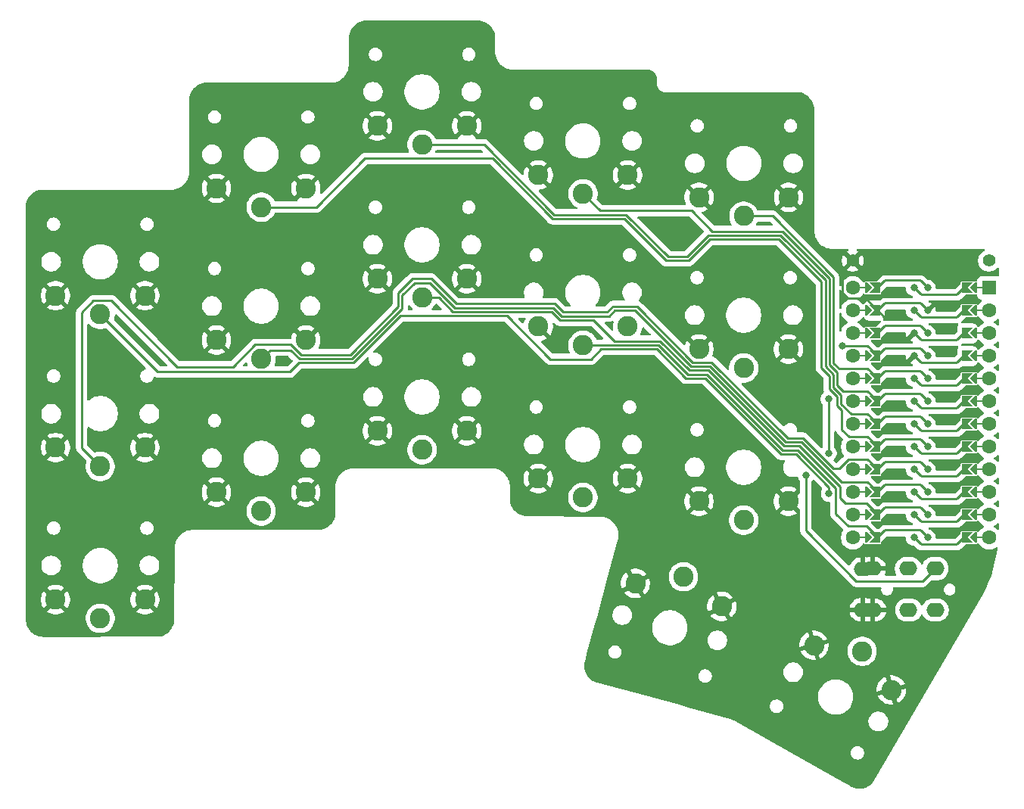
<source format=gbr>
%TF.GenerationSoftware,KiCad,Pcbnew,9.0.2*%
%TF.CreationDate,2025-05-16T20:21:05+01:00*%
%TF.ProjectId,half-swept,68616c66-2d73-4776-9570-742e6b696361,rev?*%
%TF.SameCoordinates,Original*%
%TF.FileFunction,Copper,L2,Bot*%
%TF.FilePolarity,Positive*%
%FSLAX46Y46*%
G04 Gerber Fmt 4.6, Leading zero omitted, Abs format (unit mm)*
G04 Created by KiCad (PCBNEW 9.0.2) date 2025-05-16 20:21:05*
%MOMM*%
%LPD*%
G01*
G04 APERTURE LIST*
G04 Aperture macros list*
%AMFreePoly0*
4,1,6,0.600000,0.200000,0.000000,-0.400000,-0.600000,0.200000,-0.600000,0.400000,0.600000,0.400000,0.600000,0.200000,0.600000,0.200000,$1*%
%AMFreePoly1*
4,1,5,0.125000,-0.500000,-0.125000,-0.500000,-0.125000,0.500000,0.125000,0.500000,0.125000,-0.500000,0.125000,-0.500000,$1*%
%AMFreePoly2*
4,1,33,0.069447,0.103934,0.103934,0.069447,0.122598,0.024387,0.122598,-0.024386,0.103934,-0.069446,0.088389,-0.088388,-0.641000,-0.817776,-0.641000,-4.770223,0.088389,-5.499612,0.103934,-5.518554,0.122598,-5.563614,0.122598,-5.612387,0.103934,-5.657447,0.069447,-5.691934,0.024387,-5.710598,-0.024386,-5.710598,-0.069446,-5.691934,-0.088388,-5.676389,-0.854388,-4.910388,-0.869928,-4.891451,
-0.869934,-4.891446,-0.888598,-4.846386,-0.891000,-4.822000,-0.891000,-0.766000,-0.888598,-0.741614,-0.869934,-0.696554,-0.869928,-0.696548,-0.854388,-0.677612,-0.088388,0.088389,-0.069446,0.103934,-0.024386,0.122598,0.024387,0.122598,0.069447,0.103934,0.069447,0.103934,$1*%
%AMFreePoly3*
4,1,6,0.600000,-0.250000,-0.600000,-0.250000,-0.600000,1.000000,0.000000,0.400000,0.600000,1.000000,0.600000,-0.250000,0.600000,-0.250000,$1*%
G04 Aperture macros list end*
%TA.AperFunction,ComponentPad*%
%ADD10C,1.397000*%
%TD*%
%TA.AperFunction,ComponentPad*%
%ADD11O,2.000000X1.600000*%
%TD*%
%TA.AperFunction,ComponentPad*%
%ADD12C,2.262000*%
%TD*%
%TA.AperFunction,SMDPad,CuDef*%
%ADD13FreePoly0,270.000000*%
%TD*%
%TA.AperFunction,ComponentPad*%
%ADD14C,1.600000*%
%TD*%
%TA.AperFunction,SMDPad,CuDef*%
%ADD15FreePoly1,270.000000*%
%TD*%
%TA.AperFunction,SMDPad,CuDef*%
%ADD16FreePoly0,90.000000*%
%TD*%
%TA.AperFunction,SMDPad,CuDef*%
%ADD17FreePoly1,90.000000*%
%TD*%
%TA.AperFunction,ComponentPad*%
%ADD18R,1.600000X1.600000*%
%TD*%
%TA.AperFunction,SMDPad,CuDef*%
%ADD19FreePoly2,90.000000*%
%TD*%
%TA.AperFunction,ComponentPad*%
%ADD20C,0.800000*%
%TD*%
%TA.AperFunction,SMDPad,CuDef*%
%ADD21FreePoly3,270.000000*%
%TD*%
%TA.AperFunction,SMDPad,CuDef*%
%ADD22FreePoly3,90.000000*%
%TD*%
%TA.AperFunction,SMDPad,CuDef*%
%ADD23FreePoly2,270.000000*%
%TD*%
%TA.AperFunction,ViaPad*%
%ADD24C,0.800000*%
%TD*%
%TA.AperFunction,Conductor*%
%ADD25C,0.250000*%
%TD*%
G04 APERTURE END LIST*
D10*
%TO.P,B+,1*%
%TO.N,BT+_r*%
X126492000Y-45974000D03*
%TD*%
%TO.P,B-,1*%
%TO.N,gnd*%
X111252000Y-45974000D03*
%TD*%
D11*
%TO.P,J2,R1*%
%TO.N,Switch18*%
X117478000Y-80420000D03*
X117498000Y-85050000D03*
%TO.P,J2,R2*%
%TO.N,vcc*%
X120498000Y-85050000D03*
X120478000Y-80420000D03*
%TO.P,J2,S*%
%TO.N,gnd*%
X112398000Y-80450000D03*
X112378000Y-85020000D03*
%TO.P,J2,T*%
X113478000Y-80420000D03*
X113498000Y-85050000D03*
%TD*%
D12*
%TO.P,SW1,1*%
%TO.N,Switch1*%
X27080000Y-51980000D03*
%TO.P,SW1,2*%
%TO.N,gnd*%
X32080000Y-49880000D03*
X22080000Y-49880000D03*
%TD*%
%TO.P,SW2,1*%
%TO.N,Switch2*%
X45080000Y-39980000D03*
%TO.P,SW2,2*%
%TO.N,gnd*%
X40080000Y-37880000D03*
X50080000Y-37880000D03*
%TD*%
%TO.P,SW3,1*%
%TO.N,Switch3*%
X63080000Y-32980000D03*
%TO.P,SW3,2*%
%TO.N,gnd*%
X58080000Y-30880000D03*
X68080000Y-30880000D03*
%TD*%
%TO.P,SW4,1*%
%TO.N,Switch4*%
X81080000Y-38480000D03*
%TO.P,SW4,2*%
%TO.N,gnd*%
X76080000Y-36380000D03*
X86080000Y-36380000D03*
%TD*%
%TO.P,SW6,1*%
%TO.N,Switch6*%
X27080000Y-68980000D03*
%TO.P,SW6,2*%
%TO.N,gnd*%
X32080000Y-66880000D03*
X22080000Y-66880000D03*
%TD*%
%TO.P,SW7,1*%
%TO.N,Switch7*%
X45080000Y-56954000D03*
%TO.P,SW7,2*%
%TO.N,gnd*%
X40080000Y-54854000D03*
X50080000Y-54854000D03*
%TD*%
%TO.P,SW8,1*%
%TO.N,Switch8*%
X63080000Y-50096000D03*
%TO.P,SW8,2*%
%TO.N,gnd*%
X68080000Y-47996000D03*
X58080000Y-47996000D03*
%TD*%
%TO.P,SW9,1*%
%TO.N,Switch9*%
X81080000Y-55430000D03*
%TO.P,SW9,2*%
%TO.N,gnd*%
X86080000Y-53330000D03*
X76080000Y-53330000D03*
%TD*%
%TO.P,SW10,1*%
%TO.N,Switch10*%
X99060000Y-57970000D03*
%TO.P,SW10,2*%
%TO.N,gnd*%
X94060000Y-55870000D03*
X104060000Y-55870000D03*
%TD*%
%TO.P,SW11,1*%
%TO.N,Switch11*%
X27080000Y-85980000D03*
%TO.P,SW11,2*%
%TO.N,gnd*%
X22080000Y-83880000D03*
X32080000Y-83880000D03*
%TD*%
%TO.P,SW12,1*%
%TO.N,Switch12*%
X45080000Y-73972000D03*
%TO.P,SW12,2*%
%TO.N,gnd*%
X50080000Y-71872000D03*
X40080000Y-71872000D03*
%TD*%
%TO.P,SW13,1*%
%TO.N,Switch13*%
X63080000Y-67114000D03*
%TO.P,SW13,2*%
%TO.N,gnd*%
X58080000Y-65014000D03*
X68080000Y-65014000D03*
%TD*%
%TO.P,SW14,1*%
%TO.N,Switch14*%
X81080000Y-72448000D03*
%TO.P,SW14,2*%
%TO.N,gnd*%
X76080000Y-70348000D03*
X86080000Y-70348000D03*
%TD*%
%TO.P,SW15,1*%
%TO.N,Switch15*%
X99060000Y-74988000D03*
%TO.P,SW15,2*%
%TO.N,gnd*%
X94060000Y-72888000D03*
X104060000Y-72888000D03*
%TD*%
%TO.P,SW17,1*%
%TO.N,Switch17*%
X112306000Y-89670450D03*
%TO.P,SW17,2*%
%TO.N,gnd*%
X115586127Y-93989103D03*
X106925873Y-88989103D03*
%TD*%
%TO.P,SW16,1*%
%TO.N,Switch16*%
X92323032Y-81331038D03*
%TO.P,SW16,2*%
%TO.N,gnd*%
X86949883Y-82065387D03*
X96609142Y-84653577D03*
%TD*%
D13*
%TO.P,U1,*%
%TO.N,*%
X124714000Y-69342000D03*
D14*
X111252000Y-74422000D03*
D15*
X125222000Y-66802000D03*
D13*
X124714000Y-76962000D03*
D16*
X113030000Y-64262000D03*
D14*
X126492000Y-64262000D03*
D16*
X113030000Y-74422000D03*
D17*
X112522000Y-49022000D03*
D14*
X111252000Y-51562000D03*
D16*
X113030000Y-51562000D03*
X113030000Y-49022000D03*
D14*
X126492000Y-49022000D03*
D18*
X126492000Y-49022000D03*
D17*
X112522000Y-51562000D03*
D13*
X124714000Y-51562000D03*
D14*
X111252000Y-54102000D03*
X126492000Y-51562000D03*
D15*
X125222000Y-74422000D03*
D17*
X112522000Y-76962000D03*
D13*
X124714000Y-71882000D03*
D17*
X112522000Y-54102000D03*
D14*
X126492000Y-69342000D03*
D13*
X124714000Y-59182000D03*
D14*
X111252000Y-59182000D03*
X126492000Y-66802000D03*
X126492000Y-56642000D03*
X126492000Y-74422000D03*
D17*
X112522000Y-56642000D03*
X112522000Y-61722000D03*
D16*
X113030000Y-69342000D03*
D14*
X111252000Y-61722000D03*
D13*
X124714000Y-66802000D03*
D15*
X125222000Y-64262000D03*
X125222000Y-54102000D03*
D16*
X113030000Y-59182000D03*
D15*
X125222000Y-51562000D03*
X125222000Y-71882000D03*
D14*
X111252000Y-69342000D03*
X126492000Y-76962000D03*
D17*
X112522000Y-74422000D03*
D16*
X113030000Y-76962000D03*
D13*
X124714000Y-74422000D03*
D14*
X111252000Y-66802000D03*
D13*
X124714000Y-54102000D03*
D16*
X113030000Y-66802000D03*
X113030000Y-54102000D03*
D15*
X125222000Y-59182000D03*
D16*
X113030000Y-56642000D03*
D14*
X111252000Y-56642000D03*
X126492000Y-61722000D03*
X126492000Y-54102000D03*
D15*
X125222000Y-69342000D03*
D16*
X113030000Y-61722000D03*
D14*
X126492000Y-71882000D03*
X126492000Y-59182000D03*
D13*
X124714000Y-61722000D03*
D14*
X111252000Y-64262000D03*
D17*
X112522000Y-69342000D03*
D15*
X125222000Y-56642000D03*
D13*
X124714000Y-64262000D03*
D17*
X112522000Y-59182000D03*
D14*
X111252000Y-76962000D03*
D15*
X125222000Y-61722000D03*
D16*
X113030000Y-71882000D03*
D13*
X124714000Y-56642000D03*
D17*
X112522000Y-64262000D03*
D14*
X111252000Y-71882000D03*
D17*
X112522000Y-66802000D03*
X112522000Y-71882000D03*
D15*
X125222000Y-49022000D03*
D14*
X111252000Y-49022000D03*
D15*
X125222000Y-76962000D03*
D13*
X124714000Y-49022000D03*
D19*
%TO.P,U1,1*%
%TO.N,Switch10*%
X118110000Y-49022000D03*
D20*
X118110000Y-49022000D03*
D21*
X123698000Y-49022000D03*
D19*
%TO.P,U1,2*%
%TO.N,Switch18*%
X118110000Y-51562000D03*
D21*
X123698000Y-51562000D03*
D20*
X118110000Y-51562000D03*
D21*
%TO.P,U1,3*%
%TO.N,gnd*%
X123698000Y-54102000D03*
D19*
X118110000Y-54102000D03*
D20*
X118110000Y-54102000D03*
D19*
%TO.P,U1,4*%
X118110000Y-56642000D03*
D20*
X118110000Y-56642000D03*
D21*
X123698000Y-56642000D03*
%TO.P,U1,5*%
%TO.N,Switch11*%
X123698000Y-59182000D03*
D20*
X118110000Y-59182000D03*
D19*
X118110000Y-59182000D03*
D21*
%TO.P,U1,6*%
%TO.N,Switch12*%
X123698000Y-61722000D03*
D19*
X118110000Y-61722000D03*
D20*
X118110000Y-61722000D03*
%TO.P,U1,7*%
%TO.N,Switch13*%
X118110000Y-64262000D03*
D21*
X123698000Y-64262000D03*
D19*
X118110000Y-64262000D03*
%TO.P,U1,8*%
%TO.N,Switch14*%
X118110000Y-66802000D03*
D21*
X123698000Y-66802000D03*
D20*
X118110000Y-66802000D03*
%TO.P,U1,9*%
%TO.N,Switch15*%
X118110000Y-69342000D03*
D21*
X123698000Y-69342000D03*
D19*
X118110000Y-69342000D03*
D21*
%TO.P,U1,10*%
%TO.N,Switch1*%
X123698000Y-71882000D03*
D20*
X118110000Y-71882000D03*
D19*
X118110000Y-71882000D03*
D20*
%TO.P,U1,11*%
%TO.N,Switch16*%
X118110000Y-74422000D03*
D19*
X118110000Y-74422000D03*
D21*
X123698000Y-74422000D03*
%TO.P,U1,12*%
%TO.N,Switch17*%
X123698000Y-76962000D03*
D20*
X118110000Y-76962000D03*
D19*
X118110000Y-76962000D03*
D22*
%TO.P,U1,13*%
%TO.N,Switch9*%
X114046000Y-76962000D03*
D23*
X119634000Y-76962000D03*
D20*
X119634000Y-76962000D03*
D22*
%TO.P,U1,14*%
%TO.N,Switch8*%
X114046000Y-74422000D03*
D20*
X119634000Y-74422000D03*
D23*
X119634000Y-74422000D03*
%TO.P,U1,15*%
%TO.N,Switch7*%
X119634000Y-71882000D03*
D20*
X119634000Y-71882000D03*
D22*
X114046000Y-71882000D03*
D20*
%TO.P,U1,16*%
%TO.N,Switch6*%
X119634000Y-69342000D03*
D22*
X114046000Y-69342000D03*
D23*
X119634000Y-69342000D03*
%TO.P,U1,17*%
%TO.N,Switch2*%
X119634000Y-66802000D03*
D22*
X114046000Y-66802000D03*
D20*
X119634000Y-66802000D03*
D22*
%TO.P,U1,18*%
%TO.N,Switch3*%
X114046000Y-64262000D03*
D20*
X119634000Y-64262000D03*
D23*
X119634000Y-64262000D03*
%TO.P,U1,19*%
%TO.N,Switch4*%
X119634000Y-61722000D03*
D22*
X114046000Y-61722000D03*
D20*
X119634000Y-61722000D03*
%TO.P,U1,20*%
%TO.N,Switch5*%
X119634000Y-59182000D03*
D23*
X119634000Y-59182000D03*
D22*
X114046000Y-59182000D03*
%TO.P,U1,21*%
%TO.N,vcc*%
X114046000Y-56642000D03*
D23*
X119634000Y-56642000D03*
D20*
X119634000Y-56642000D03*
D22*
%TO.P,U1,22*%
%TO.N,reset*%
X114046000Y-54102000D03*
D20*
X119634000Y-54102000D03*
D23*
X119634000Y-54102000D03*
D20*
%TO.P,U1,23*%
%TO.N,gnd*%
X119634000Y-51562000D03*
D23*
X119634000Y-51562000D03*
D22*
X114046000Y-51562000D03*
%TO.P,U1,24*%
%TO.N,raw*%
X114046000Y-49022000D03*
D23*
X119634000Y-49022000D03*
D20*
X119634000Y-49022000D03*
%TD*%
D12*
%TO.P,SW5,1*%
%TO.N,Switch5*%
X99080000Y-40980000D03*
%TO.P,SW5,2*%
%TO.N,gnd*%
X104080000Y-38880000D03*
X94080000Y-38880000D03*
%TD*%
D24*
%TO.N,gnd*%
X115163600Y-52273200D03*
X109372400Y-45669200D03*
%TO.N,vcc*%
X106019600Y-70002400D03*
X110134400Y-55524400D03*
X108559600Y-67513200D03*
X108559600Y-61417200D03*
%TO.N,Switch1*%
X108610400Y-72034400D03*
%TD*%
D25*
%TO.N,gnd*%
X112630511Y-50146511D02*
X110661711Y-50146511D01*
X110127489Y-47098511D02*
X111252000Y-45974000D01*
X114757200Y-52273200D02*
X114046000Y-51562000D01*
X110661711Y-50146511D02*
X110127489Y-49612289D01*
X114046000Y-51562000D02*
X112630511Y-50146511D01*
X115163600Y-52273200D02*
X114757200Y-52273200D01*
X110127489Y-49612289D02*
X110127489Y-47098511D01*
%TO.N,vcc*%
X108559600Y-67513200D02*
X108559600Y-61417200D01*
X111658400Y-81838800D02*
X119059200Y-81838800D01*
X110141311Y-55517489D02*
X112921489Y-55517489D01*
X112921489Y-55517489D02*
X114046000Y-56642000D01*
X119059200Y-81838800D02*
X120478000Y-80420000D01*
X106019600Y-70002400D02*
X106019600Y-76200000D01*
X110134400Y-55524400D02*
X110141311Y-55517489D01*
X106019600Y-76200000D02*
X111658400Y-81838800D01*
%TO.N,Switch1*%
X108610400Y-71299954D02*
X104925246Y-67614800D01*
X60653557Y-52148560D02*
X55398597Y-57403520D01*
X49327280Y-57403520D02*
X48321289Y-58409511D01*
X103225600Y-67614800D02*
X94742000Y-59131200D01*
X81991200Y-56997600D02*
X77419200Y-56997600D01*
X83109280Y-55879520D02*
X81991200Y-56997600D01*
X72570160Y-52148560D02*
X60653557Y-52148560D01*
X48321289Y-58409511D02*
X33509511Y-58409511D01*
X108610400Y-72034400D02*
X108610400Y-71299954D01*
X94742000Y-59131200D02*
X92608400Y-59131200D01*
X55398597Y-57403520D02*
X49327280Y-57403520D01*
X92608400Y-59131200D02*
X89356720Y-55879520D01*
X77419200Y-56997600D02*
X72570160Y-52148560D01*
X33509511Y-58409511D02*
X27080000Y-51980000D01*
X89356720Y-55879520D02*
X83109280Y-55879520D01*
X104925246Y-67614800D02*
X103225600Y-67614800D01*
%TO.N,Switch2*%
X108625760Y-60316396D02*
X109481680Y-61172316D01*
X108625760Y-58869314D02*
X108625760Y-60316396D01*
X95276118Y-43586400D02*
X102994846Y-43586400D01*
X85691920Y-41292720D02*
X90365520Y-45966320D01*
X110032800Y-64871600D02*
X110838689Y-65677489D01*
X110838689Y-65677489D02*
X112921489Y-65677489D01*
X109481680Y-62177698D02*
X110032800Y-62728818D01*
X90365520Y-45966320D02*
X92896198Y-45966320D01*
X70941483Y-34544000D02*
X77690203Y-41292720D01*
X110032800Y-62728818D02*
X110032800Y-64871600D01*
X102994846Y-43586400D02*
X107746800Y-48338354D01*
X45080000Y-39980000D02*
X51256800Y-39980000D01*
X109481680Y-61172316D02*
X109481680Y-62177698D01*
X51256800Y-39980000D02*
X56692800Y-34544000D01*
X112921489Y-65677489D02*
X114046000Y-66802000D01*
X107746800Y-57990354D02*
X108625760Y-58869314D01*
X92896198Y-45966320D02*
X95276118Y-43586400D01*
X56692800Y-34544000D02*
X70941483Y-34544000D01*
X107746800Y-48338354D02*
X107746800Y-57990354D01*
X77690203Y-41292720D02*
X85691920Y-41292720D01*
%TO.N,Switch3*%
X103181044Y-43136880D02*
X108196320Y-48152156D01*
X92710000Y-45516800D02*
X95089921Y-43136880D01*
X63080000Y-32980000D02*
X70013200Y-32980000D01*
X95089921Y-43136880D02*
X103181044Y-43136880D01*
X109931200Y-61991500D02*
X111077189Y-63137489D01*
X112921489Y-63137489D02*
X114046000Y-64262000D01*
X90596601Y-45516800D02*
X92710000Y-45516800D01*
X85923001Y-40843200D02*
X90596601Y-45516800D01*
X108196320Y-57804156D02*
X109075280Y-58683116D01*
X109931200Y-60986118D02*
X109931200Y-61991500D01*
X70013200Y-32980000D02*
X77876400Y-40843200D01*
X108196320Y-48152156D02*
X108196320Y-57804156D01*
X109075280Y-58683116D02*
X109075280Y-60130198D01*
X77876400Y-40843200D02*
X85923001Y-40843200D01*
X109075280Y-60130198D02*
X109931200Y-60986118D01*
X111077189Y-63137489D02*
X112921489Y-63137489D01*
%TO.N,Switch4*%
X109524800Y-58496918D02*
X109524800Y-59944000D01*
X108645840Y-47965958D02*
X108645840Y-57617958D01*
X108645840Y-57617958D02*
X109524800Y-58496918D01*
X110178289Y-60597489D02*
X112921489Y-60597489D01*
X109524800Y-59944000D02*
X110178289Y-60597489D01*
X103367242Y-42687360D02*
X108645840Y-47965958D01*
X95519360Y-42687360D02*
X103367242Y-42687360D01*
X81080000Y-38480000D02*
X82986000Y-40386000D01*
X82986000Y-40386000D02*
X93218000Y-40386000D01*
X93218000Y-40386000D02*
X95519360Y-42687360D01*
X112921489Y-60597489D02*
X114046000Y-61722000D01*
%TO.N,Switch5*%
X102295600Y-40980000D02*
X109095360Y-47779763D01*
X109728000Y-58064400D02*
X110779300Y-58064400D01*
X110779300Y-58064400D02*
X110786211Y-58057489D01*
X110786211Y-58057489D02*
X112921489Y-58057489D01*
X109095360Y-57431760D02*
X109728000Y-58064400D01*
X99080000Y-40980000D02*
X102295600Y-40980000D01*
X112921489Y-58057489D02*
X114046000Y-59182000D01*
X109095360Y-47779763D02*
X109095360Y-57431760D01*
%TO.N,Switch6*%
X103970392Y-65816720D02*
X105670037Y-65816720D01*
X105933359Y-66080043D02*
X109093716Y-69240400D01*
X109093716Y-69240400D02*
X109763300Y-69240400D01*
X24990979Y-66890979D02*
X24990979Y-51767821D01*
X66903600Y-50800000D02*
X77927200Y-50800000D01*
X41926209Y-57844991D02*
X44399200Y-55372000D01*
X87373843Y-51353772D02*
X93353192Y-57333120D01*
X105670037Y-65816720D02*
X105933359Y-66080043D01*
X78856960Y-51729760D02*
X83804640Y-51729760D01*
X110786211Y-68217489D02*
X112921489Y-68217489D01*
X95486792Y-57333120D02*
X103970392Y-65816720D01*
X55026202Y-56504480D02*
X60401200Y-51129482D01*
X64109600Y-48006000D02*
X66903600Y-50800000D01*
X84443951Y-51090449D02*
X87110521Y-51090449D01*
X48412400Y-55372000D02*
X49544880Y-56504480D01*
X109763300Y-69240400D02*
X110786211Y-68217489D01*
X61976000Y-48006000D02*
X64109600Y-48006000D01*
X87110521Y-51090449D02*
X87373843Y-51353772D01*
X60401200Y-49580800D02*
X61976000Y-48006000D01*
X28295600Y-50444400D02*
X35696191Y-57844991D01*
X93353192Y-57333120D02*
X95486792Y-57333120D01*
X83804640Y-51729760D02*
X84443951Y-51090449D01*
X49544880Y-56504480D02*
X55026202Y-56504480D01*
X27080000Y-68980000D02*
X24990979Y-66890979D01*
X35696191Y-57844991D02*
X41926209Y-57844991D01*
X77927200Y-50800000D02*
X78856960Y-51729760D01*
X26314400Y-50444400D02*
X28295600Y-50444400D01*
X24990979Y-51767821D02*
X26314400Y-50444400D01*
X44399200Y-55372000D02*
X48412400Y-55372000D01*
X60401200Y-51129482D02*
X60401200Y-49580800D01*
X112921489Y-68217489D02*
X114046000Y-69342000D01*
%TO.N,Switch7*%
X103784194Y-66266240D02*
X105483839Y-66266240D01*
X86924323Y-51539969D02*
X93166994Y-57782640D01*
X93166994Y-57782640D02*
X95300594Y-57782640D01*
X95300594Y-57782640D02*
X103784194Y-66266240D01*
X109975089Y-70757489D02*
X112921489Y-70757489D01*
X112921489Y-70757489D02*
X114046000Y-71882000D01*
X60850720Y-49842480D02*
X62237680Y-48455520D01*
X48378602Y-55973920D02*
X49358683Y-56954000D01*
X46060080Y-55973920D02*
X48378602Y-55973920D01*
X62237680Y-48455520D02*
X63923403Y-48455520D01*
X60850720Y-51315679D02*
X60850720Y-49842480D01*
X45080000Y-56954000D02*
X46060080Y-55973920D01*
X66717403Y-51249520D02*
X77741002Y-51249520D01*
X84630149Y-51539969D02*
X86924323Y-51539969D01*
X78670762Y-52179280D02*
X83990838Y-52179280D01*
X105483839Y-66266240D02*
X109975089Y-70757489D01*
X63923403Y-48455520D02*
X66717403Y-51249520D01*
X55212400Y-56954000D02*
X60850720Y-51315679D01*
X49358683Y-56954000D02*
X55212400Y-56954000D01*
X77741002Y-51249520D02*
X78670762Y-52179280D01*
X83990838Y-52179280D02*
X84630149Y-51539969D01*
%TO.N,Switch8*%
X84582000Y-54965600D02*
X89714236Y-54965600D01*
X109821920Y-71240039D02*
X109821920Y-72534720D01*
X64928165Y-50096000D02*
X66531206Y-51699040D01*
X109821920Y-72534720D02*
X110439200Y-73152000D01*
X89714236Y-54965600D02*
X92980796Y-58232160D01*
X63080000Y-50096000D02*
X64928165Y-50096000D01*
X103597996Y-66715760D02*
X105297641Y-66715760D01*
X95114396Y-58232160D02*
X103597996Y-66715760D01*
X82245200Y-52628800D02*
X84582000Y-54965600D01*
X66531206Y-51699040D02*
X77554804Y-51699040D01*
X92980796Y-58232160D02*
X95114396Y-58232160D01*
X112776000Y-73152000D02*
X114046000Y-74422000D01*
X78484565Y-52628800D02*
X82245200Y-52628800D01*
X110439200Y-73152000D02*
X112776000Y-73152000D01*
X105297641Y-66715760D02*
X109821920Y-71240039D01*
X77554804Y-51699040D02*
X78484565Y-52628800D01*
%TO.N,Switch9*%
X112776000Y-75692000D02*
X114046000Y-76962000D01*
X105111444Y-67165280D02*
X109372400Y-71426236D01*
X110744000Y-75692000D02*
X112776000Y-75692000D01*
X103411798Y-67165280D02*
X105111444Y-67165280D01*
X81080000Y-55430000D02*
X89542918Y-55430000D01*
X89542918Y-55430000D02*
X92794598Y-58681680D01*
X109372400Y-71426236D02*
X109372400Y-74320400D01*
X94928198Y-58681680D02*
X103411798Y-67165280D01*
X109372400Y-74320400D02*
X110744000Y-75692000D01*
X92794598Y-58681680D02*
X94928198Y-58681680D01*
%TD*%
%TA.AperFunction,Conductor*%
%TO.N,gnd*%
G36*
X69296725Y-19108562D02*
G01*
X69542309Y-19124673D01*
X69558638Y-19126825D01*
X69795958Y-19174072D01*
X69811884Y-19178344D01*
X70040984Y-19256182D01*
X70056202Y-19262490D01*
X70273193Y-19369601D01*
X70287462Y-19377848D01*
X70488586Y-19512377D01*
X70501660Y-19522420D01*
X70541581Y-19557472D01*
X70683480Y-19682064D01*
X70695136Y-19693735D01*
X70854542Y-19875760D01*
X70864574Y-19888854D01*
X70998837Y-20090145D01*
X71007072Y-20104437D01*
X71113888Y-20321540D01*
X71120186Y-20336786D01*
X71197727Y-20565984D01*
X71201979Y-20581921D01*
X71248916Y-20819289D01*
X71251049Y-20835646D01*
X71266842Y-21081277D01*
X71267102Y-21089525D01*
X71265933Y-21992639D01*
X71265186Y-22570362D01*
X71265129Y-22614174D01*
X71265154Y-22614299D01*
X71265035Y-22711463D01*
X71265035Y-22711469D01*
X71299416Y-22974996D01*
X71367937Y-23231792D01*
X71469409Y-23477406D01*
X71469419Y-23477425D01*
X71602106Y-23707670D01*
X71602112Y-23707678D01*
X71602115Y-23707684D01*
X71602119Y-23707690D01*
X71602121Y-23707692D01*
X71763758Y-23918637D01*
X71763760Y-23918639D01*
X71763762Y-23918641D01*
X71951586Y-24106671D01*
X71951587Y-24106672D01*
X72162360Y-24268546D01*
X72162371Y-24268553D01*
X72392490Y-24401504D01*
X72392491Y-24401505D01*
X72602165Y-24488397D01*
X72638008Y-24503251D01*
X72821719Y-24552486D01*
X72894721Y-24572051D01*
X73158212Y-24606721D01*
X73158214Y-24606720D01*
X73158215Y-24606721D01*
X73280536Y-24606704D01*
X73280537Y-24606705D01*
X73288133Y-24606703D01*
X73291099Y-24606703D01*
X73298269Y-24606701D01*
X88364132Y-24603531D01*
X88375075Y-24604005D01*
X88527323Y-24617249D01*
X88548861Y-24621029D01*
X88691210Y-24659006D01*
X88711784Y-24666463D01*
X88845397Y-24728494D01*
X88864372Y-24739398D01*
X88985239Y-24823621D01*
X89002039Y-24837645D01*
X89106508Y-24941515D01*
X89120631Y-24958238D01*
X89205542Y-25078613D01*
X89216557Y-25097527D01*
X89279355Y-25230780D01*
X89286931Y-25251316D01*
X89325721Y-25393429D01*
X89329629Y-25414966D01*
X89343798Y-25567671D01*
X89344335Y-25578608D01*
X89347614Y-26165515D01*
X89347642Y-26165646D01*
X89347930Y-26219132D01*
X89347930Y-26219141D01*
X89347931Y-26219144D01*
X89365014Y-26313150D01*
X89379953Y-26395359D01*
X89379954Y-26395365D01*
X89419634Y-26502740D01*
X89442034Y-26563356D01*
X89532293Y-26718049D01*
X89532297Y-26718054D01*
X89532300Y-26718058D01*
X89648000Y-26854758D01*
X89763873Y-26951214D01*
X89785649Y-26969341D01*
X89941076Y-27058331D01*
X90109576Y-27119035D01*
X90286046Y-27149614D01*
X90368045Y-27149385D01*
X104984589Y-27110938D01*
X104992779Y-27111185D01*
X105238603Y-27126673D01*
X105254964Y-27128787D01*
X105492525Y-27175461D01*
X105508472Y-27179696D01*
X105737897Y-27257024D01*
X105753153Y-27263307D01*
X105970506Y-27369962D01*
X105984815Y-27378187D01*
X106172020Y-27502791D01*
X106186355Y-27512332D01*
X106199464Y-27522357D01*
X106381735Y-27681690D01*
X106393423Y-27693343D01*
X106553311Y-27875142D01*
X106563375Y-27888221D01*
X106605409Y-27950962D01*
X106698132Y-28089366D01*
X106706400Y-28103651D01*
X106806717Y-28306546D01*
X106813698Y-28320664D01*
X106820029Y-28335906D01*
X106898046Y-28565098D01*
X106902330Y-28581038D01*
X106949720Y-28818461D01*
X106951883Y-28834824D01*
X106968138Y-29081041D01*
X106968412Y-29089292D01*
X106973695Y-42563173D01*
X106973655Y-42563309D01*
X106973729Y-42748157D01*
X106973729Y-42748163D01*
X106990223Y-42873077D01*
X107008481Y-43011350D01*
X107073593Y-43254000D01*
X107077286Y-43267760D01*
X107178956Y-43512979D01*
X107178959Y-43512986D01*
X107178962Y-43512992D01*
X107178965Y-43512997D01*
X107311772Y-43742854D01*
X107311779Y-43742865D01*
X107473450Y-43953427D01*
X107661221Y-44141095D01*
X107845840Y-44282682D01*
X107871883Y-44302655D01*
X108101825Y-44435339D01*
X108347117Y-44536880D01*
X108603562Y-44605540D01*
X108866774Y-44640146D01*
X108963879Y-44640129D01*
X108963883Y-44640130D01*
X109534248Y-44640045D01*
X110687974Y-44639876D01*
X110756096Y-44659868D01*
X110802597Y-44713517D01*
X110812711Y-44783789D01*
X110783228Y-44848374D01*
X110745195Y-44878142D01*
X110619657Y-44942107D01*
X110596293Y-44959082D01*
X110596293Y-44959083D01*
X111204810Y-45567600D01*
X111198496Y-45567600D01*
X111095135Y-45595295D01*
X111002464Y-45648799D01*
X110926799Y-45724464D01*
X110873295Y-45817135D01*
X110845600Y-45920496D01*
X110845600Y-45926810D01*
X110237083Y-45318293D01*
X110237082Y-45318293D01*
X110220109Y-45341654D01*
X110133893Y-45510863D01*
X110133890Y-45510869D01*
X110075209Y-45691471D01*
X110045500Y-45879049D01*
X110045500Y-46068950D01*
X110075209Y-46256528D01*
X110133890Y-46437130D01*
X110133893Y-46437136D01*
X110220109Y-46606345D01*
X110220110Y-46606347D01*
X110237081Y-46629705D01*
X110237082Y-46629706D01*
X110845600Y-46021188D01*
X110845600Y-46027504D01*
X110873295Y-46130865D01*
X110926799Y-46223536D01*
X111002464Y-46299201D01*
X111095135Y-46352705D01*
X111198496Y-46380400D01*
X111204810Y-46380400D01*
X110596293Y-46988917D01*
X110619652Y-47005889D01*
X110788863Y-47092106D01*
X110788869Y-47092109D01*
X110969473Y-47150790D01*
X110969469Y-47150790D01*
X111157049Y-47180500D01*
X111346951Y-47180500D01*
X111534528Y-47150790D01*
X111715130Y-47092109D01*
X111715142Y-47092104D01*
X111884335Y-47005896D01*
X111884348Y-47005888D01*
X111907705Y-46988917D01*
X111907706Y-46988916D01*
X111299190Y-46380400D01*
X111305504Y-46380400D01*
X111408865Y-46352705D01*
X111501536Y-46299201D01*
X111577201Y-46223536D01*
X111630705Y-46130865D01*
X111658400Y-46027504D01*
X111658400Y-46021189D01*
X112266916Y-46629706D01*
X112266917Y-46629705D01*
X112283888Y-46606348D01*
X112283896Y-46606335D01*
X112370104Y-46437142D01*
X112370109Y-46437130D01*
X112428790Y-46256528D01*
X112458500Y-46068950D01*
X112458500Y-45879049D01*
X112428790Y-45691471D01*
X112370109Y-45510869D01*
X112370106Y-45510863D01*
X112283889Y-45341652D01*
X112266917Y-45318293D01*
X111658400Y-45926809D01*
X111658400Y-45920496D01*
X111630705Y-45817135D01*
X111577201Y-45724464D01*
X111501536Y-45648799D01*
X111408865Y-45595295D01*
X111305504Y-45567600D01*
X111299189Y-45567600D01*
X111907706Y-44959082D01*
X111907705Y-44959081D01*
X111884347Y-44942110D01*
X111884345Y-44942109D01*
X111758481Y-44877978D01*
X111706866Y-44829230D01*
X111689800Y-44760315D01*
X111712701Y-44693113D01*
X111768298Y-44648961D01*
X111815665Y-44639711D01*
X125931264Y-44637639D01*
X125999386Y-44657631D01*
X126045887Y-44711280D01*
X126056001Y-44781552D01*
X126026518Y-44846137D01*
X125988484Y-44875906D01*
X125859391Y-44941682D01*
X125705689Y-45053354D01*
X125705686Y-45053356D01*
X125571356Y-45187686D01*
X125571354Y-45187689D01*
X125459683Y-45341390D01*
X125373430Y-45510671D01*
X125373427Y-45510677D01*
X125314722Y-45691355D01*
X125314721Y-45691358D01*
X125314721Y-45691360D01*
X125285000Y-45879007D01*
X125285000Y-46068993D01*
X125314721Y-46256640D01*
X125314722Y-46256644D01*
X125360442Y-46397359D01*
X125373429Y-46437327D01*
X125459681Y-46606606D01*
X125571352Y-46760308D01*
X125571354Y-46760310D01*
X125571356Y-46760313D01*
X125705686Y-46894643D01*
X125705689Y-46894645D01*
X125705692Y-46894648D01*
X125859394Y-47006319D01*
X126028673Y-47092571D01*
X126209360Y-47151279D01*
X126397007Y-47181000D01*
X126397010Y-47181000D01*
X126586990Y-47181000D01*
X126586993Y-47181000D01*
X126774640Y-47151279D01*
X126955327Y-47092571D01*
X127124606Y-47006319D01*
X127278308Y-46894648D01*
X127314298Y-46858658D01*
X127394405Y-46778552D01*
X127456717Y-46744526D01*
X127527532Y-46749591D01*
X127584368Y-46792138D01*
X127609179Y-46858658D01*
X127609500Y-46867647D01*
X127609500Y-47616228D01*
X127589498Y-47684349D01*
X127535842Y-47730842D01*
X127465568Y-47740946D01*
X127439470Y-47734284D01*
X127401201Y-47720011D01*
X127401199Y-47720010D01*
X127401197Y-47720010D01*
X127401196Y-47720009D01*
X127340649Y-47713500D01*
X127340638Y-47713500D01*
X125643362Y-47713500D01*
X125643350Y-47713500D01*
X125582803Y-47720009D01*
X125582795Y-47720011D01*
X125445797Y-47771110D01*
X125445792Y-47771112D01*
X125328738Y-47858738D01*
X125241112Y-47975792D01*
X125241110Y-47975797D01*
X125190011Y-48112795D01*
X125190009Y-48112803D01*
X125183500Y-48173350D01*
X125183500Y-48190500D01*
X125183106Y-48191841D01*
X125183471Y-48193190D01*
X125173141Y-48225778D01*
X125163498Y-48258621D01*
X125162440Y-48259536D01*
X125162019Y-48260868D01*
X125135713Y-48282696D01*
X125109842Y-48305114D01*
X125108108Y-48305602D01*
X125107383Y-48306205D01*
X125102131Y-48307288D01*
X125072765Y-48315572D01*
X125065161Y-48316500D01*
X124914000Y-48316500D01*
X124897496Y-48317799D01*
X124848036Y-48342999D01*
X124825935Y-48345697D01*
X124811988Y-48343386D01*
X124798094Y-48345996D01*
X124771733Y-48340458D01*
X124760011Y-48336649D01*
X124698000Y-48316500D01*
X123448000Y-48316500D01*
X123447996Y-48316500D01*
X123447988Y-48316501D01*
X123415398Y-48321663D01*
X123362649Y-48359988D01*
X123342500Y-48422001D01*
X123342500Y-48431165D01*
X123322498Y-48499286D01*
X123292011Y-48532032D01*
X123264093Y-48552931D01*
X123101433Y-48715592D01*
X122704428Y-49112596D01*
X122642118Y-49146620D01*
X122615335Y-49149500D01*
X120668500Y-49149500D01*
X120600379Y-49129498D01*
X120553886Y-49075842D01*
X120542500Y-49023500D01*
X120542500Y-48932522D01*
X120542499Y-48932518D01*
X120539814Y-48919019D01*
X120507587Y-48757000D01*
X120439102Y-48591664D01*
X120339678Y-48442865D01*
X120213135Y-48316322D01*
X120064336Y-48216898D01*
X119947429Y-48168473D01*
X119899003Y-48148414D01*
X119899001Y-48148413D01*
X119899000Y-48148413D01*
X119781234Y-48124988D01*
X119723481Y-48113500D01*
X119723479Y-48113500D01*
X119680665Y-48113500D01*
X119612544Y-48093498D01*
X119591574Y-48076599D01*
X119301906Y-47786931D01*
X119301902Y-47786927D01*
X119261015Y-47750199D01*
X119261010Y-47750195D01*
X119135316Y-47675619D01*
X119135311Y-47675616D01*
X119126545Y-47671985D01*
X119089370Y-47656587D01*
X119077649Y-47652452D01*
X119037533Y-47638299D01*
X118941325Y-47624467D01*
X118892864Y-47617500D01*
X114787136Y-47617500D01*
X114787123Y-47617500D01*
X114732255Y-47620441D01*
X114732247Y-47620441D01*
X114732247Y-47620442D01*
X114732246Y-47620442D01*
X114732240Y-47620443D01*
X114590636Y-47656585D01*
X114590631Y-47656586D01*
X114590630Y-47656587D01*
X114590626Y-47656588D01*
X114590625Y-47656589D01*
X114544686Y-47675617D01*
X114544673Y-47675623D01*
X114495095Y-47699344D01*
X114495094Y-47699344D01*
X114378099Y-47786926D01*
X114378090Y-47786934D01*
X113885430Y-48279595D01*
X113823118Y-48313621D01*
X113796335Y-48316500D01*
X113046000Y-48316500D01*
X112998104Y-48327999D01*
X112998100Y-48328000D01*
X112997460Y-48328359D01*
X112928251Y-48344192D01*
X112896958Y-48338257D01*
X112892012Y-48336649D01*
X112892011Y-48336649D01*
X112830000Y-48316500D01*
X112630000Y-48316500D01*
X112629996Y-48316500D01*
X112629988Y-48316501D01*
X112597398Y-48321663D01*
X112545410Y-48359436D01*
X112525039Y-48366704D01*
X112506847Y-48378396D01*
X112482434Y-48381906D01*
X112478542Y-48383295D01*
X112471349Y-48383500D01*
X112469697Y-48383500D01*
X112401576Y-48363498D01*
X112367761Y-48331561D01*
X112330005Y-48279595D01*
X112250068Y-48169570D01*
X112250065Y-48169567D01*
X112250063Y-48169564D01*
X112104435Y-48023936D01*
X112104432Y-48023934D01*
X112104430Y-48023932D01*
X111937803Y-47902871D01*
X111754290Y-47809366D01*
X111754287Y-47809365D01*
X111754285Y-47809364D01*
X111558412Y-47745721D01*
X111558410Y-47745720D01*
X111558408Y-47745720D01*
X111354981Y-47713500D01*
X111149019Y-47713500D01*
X110945592Y-47745720D01*
X110945590Y-47745720D01*
X110945587Y-47745721D01*
X110749714Y-47809364D01*
X110749708Y-47809367D01*
X110566193Y-47902873D01*
X110399567Y-48023934D01*
X110399564Y-48023936D01*
X110253936Y-48169564D01*
X110253934Y-48169567D01*
X110132873Y-48336193D01*
X110109581Y-48381906D01*
X110039366Y-48519710D01*
X110004777Y-48626165D01*
X109974693Y-48718752D01*
X109934619Y-48777357D01*
X109869222Y-48804994D01*
X109799266Y-48792887D01*
X109746960Y-48744881D01*
X109728860Y-48679815D01*
X109728860Y-47717370D01*
X109728859Y-47717366D01*
X109704515Y-47594978D01*
X109656760Y-47479688D01*
X109633315Y-47444600D01*
X109610527Y-47410494D01*
X109587431Y-47375928D01*
X108174693Y-45963190D01*
X102699438Y-40487933D01*
X102699432Y-40487928D01*
X102595676Y-40418601D01*
X102595677Y-40418601D01*
X102595675Y-40418600D01*
X102480385Y-40370845D01*
X102406686Y-40356185D01*
X102357996Y-40346500D01*
X102357994Y-40346500D01*
X100674483Y-40346500D01*
X100659646Y-40342143D01*
X100644196Y-40342806D01*
X100626272Y-40332344D01*
X100606362Y-40326498D01*
X100595289Y-40314259D01*
X100582880Y-40307016D01*
X100562217Y-40277704D01*
X100529622Y-40213734D01*
X100529621Y-40213733D01*
X100482226Y-40120715D01*
X100330541Y-39911937D01*
X100330538Y-39911934D01*
X100330536Y-39911931D01*
X100148068Y-39729463D01*
X100148065Y-39729461D01*
X100148063Y-39729459D01*
X99939285Y-39577774D01*
X99709350Y-39460615D01*
X99709347Y-39460614D01*
X99709345Y-39460613D01*
X99463921Y-39380871D01*
X99463924Y-39380871D01*
X99416471Y-39373355D01*
X99209031Y-39340500D01*
X98950969Y-39340500D01*
X98696083Y-39380870D01*
X98696077Y-39380871D01*
X98450654Y-39460613D01*
X98450648Y-39460616D01*
X98220711Y-39577776D01*
X98011934Y-39729461D01*
X98011931Y-39729463D01*
X97829463Y-39911931D01*
X97829461Y-39911934D01*
X97677776Y-40120711D01*
X97560616Y-40350648D01*
X97560613Y-40350654D01*
X97480871Y-40596077D01*
X97480870Y-40596082D01*
X97480870Y-40596083D01*
X97440500Y-40850969D01*
X97440500Y-41109031D01*
X97470858Y-41300703D01*
X97480871Y-41363922D01*
X97550795Y-41579128D01*
X97560615Y-41609350D01*
X97677774Y-41839285D01*
X97688319Y-41853800D01*
X97712177Y-41920666D01*
X97696097Y-41989818D01*
X97645184Y-42039298D01*
X97586383Y-42053860D01*
X95833955Y-42053860D01*
X95765834Y-42033858D01*
X95744860Y-42016955D01*
X95091822Y-41363917D01*
X94415023Y-40687119D01*
X94380999Y-40624808D01*
X94386063Y-40553993D01*
X94428610Y-40497157D01*
X94465183Y-40478192D01*
X94709153Y-40398922D01*
X94709159Y-40398919D01*
X94939022Y-40281797D01*
X95045341Y-40204551D01*
X95045341Y-40204550D01*
X94400025Y-39559234D01*
X94435258Y-39544641D01*
X94558097Y-39462563D01*
X94662563Y-39358097D01*
X94744641Y-39235258D01*
X94759234Y-39200025D01*
X95404550Y-39845341D01*
X95404551Y-39845341D01*
X95481797Y-39739022D01*
X95598919Y-39509159D01*
X95598922Y-39509153D01*
X95678640Y-39263805D01*
X95719000Y-39008988D01*
X95719000Y-38751011D01*
X102441000Y-38751011D01*
X102441000Y-39008988D01*
X102481359Y-39263805D01*
X102561077Y-39509153D01*
X102561080Y-39509159D01*
X102678204Y-39739026D01*
X102755446Y-39845341D01*
X102755448Y-39845341D01*
X103400764Y-39200024D01*
X103415359Y-39235258D01*
X103497437Y-39358097D01*
X103601903Y-39462563D01*
X103724742Y-39544641D01*
X103759973Y-39559234D01*
X103114657Y-40204550D01*
X103114657Y-40204552D01*
X103220973Y-40281795D01*
X103450840Y-40398919D01*
X103450846Y-40398922D01*
X103696195Y-40478640D01*
X103696192Y-40478640D01*
X103951011Y-40519000D01*
X104208989Y-40519000D01*
X104463805Y-40478640D01*
X104709153Y-40398922D01*
X104709159Y-40398919D01*
X104939022Y-40281797D01*
X105045341Y-40204551D01*
X105045341Y-40204550D01*
X104400025Y-39559234D01*
X104435258Y-39544641D01*
X104558097Y-39462563D01*
X104662563Y-39358097D01*
X104744641Y-39235258D01*
X104759234Y-39200025D01*
X105404550Y-39845341D01*
X105404551Y-39845341D01*
X105481797Y-39739022D01*
X105598919Y-39509159D01*
X105598922Y-39509153D01*
X105678640Y-39263805D01*
X105719000Y-39008988D01*
X105719000Y-38751011D01*
X105678640Y-38496194D01*
X105598922Y-38250846D01*
X105598919Y-38250840D01*
X105481795Y-38020973D01*
X105404552Y-37914657D01*
X105404550Y-37914657D01*
X104759234Y-38559973D01*
X104744641Y-38524742D01*
X104662563Y-38401903D01*
X104558097Y-38297437D01*
X104435258Y-38215359D01*
X104400025Y-38200765D01*
X105045341Y-37555448D01*
X105045341Y-37555446D01*
X104939026Y-37478204D01*
X104709159Y-37361080D01*
X104709153Y-37361077D01*
X104463804Y-37281359D01*
X104463807Y-37281359D01*
X104208989Y-37241000D01*
X103951011Y-37241000D01*
X103696194Y-37281359D01*
X103450846Y-37361077D01*
X103450840Y-37361080D01*
X103220978Y-37478201D01*
X103220977Y-37478202D01*
X103114657Y-37555447D01*
X103114657Y-37555448D01*
X103759974Y-38200765D01*
X103724742Y-38215359D01*
X103601903Y-38297437D01*
X103497437Y-38401903D01*
X103415359Y-38524742D01*
X103400765Y-38559974D01*
X102755448Y-37914657D01*
X102755447Y-37914657D01*
X102678202Y-38020977D01*
X102678201Y-38020978D01*
X102561080Y-38250840D01*
X102561077Y-38250846D01*
X102481359Y-38496194D01*
X102441000Y-38751011D01*
X95719000Y-38751011D01*
X95678640Y-38496194D01*
X95598922Y-38250846D01*
X95598919Y-38250840D01*
X95481795Y-38020973D01*
X95404552Y-37914657D01*
X95404550Y-37914657D01*
X94759234Y-38559973D01*
X94744641Y-38524742D01*
X94662563Y-38401903D01*
X94558097Y-38297437D01*
X94435258Y-38215359D01*
X94400025Y-38200765D01*
X95045341Y-37555448D01*
X95045341Y-37555446D01*
X94939026Y-37478204D01*
X94709159Y-37361080D01*
X94709153Y-37361077D01*
X94463804Y-37281359D01*
X94463807Y-37281359D01*
X94208989Y-37241000D01*
X93951011Y-37241000D01*
X93696194Y-37281359D01*
X93450846Y-37361077D01*
X93450840Y-37361080D01*
X93220978Y-37478201D01*
X93220977Y-37478202D01*
X93114657Y-37555447D01*
X93114657Y-37555448D01*
X93759974Y-38200765D01*
X93724742Y-38215359D01*
X93601903Y-38297437D01*
X93497437Y-38401903D01*
X93415359Y-38524742D01*
X93400765Y-38559974D01*
X92755448Y-37914657D01*
X92755447Y-37914657D01*
X92678202Y-38020977D01*
X92678201Y-38020978D01*
X92561080Y-38250840D01*
X92561077Y-38250846D01*
X92481359Y-38496194D01*
X92441000Y-38751011D01*
X92441000Y-39008988D01*
X92481359Y-39263805D01*
X92561077Y-39509153D01*
X92561080Y-39509159D01*
X92591722Y-39569297D01*
X92604826Y-39639074D01*
X92578126Y-39704858D01*
X92520099Y-39745765D01*
X92479455Y-39752500D01*
X83300594Y-39752500D01*
X83232473Y-39732498D01*
X83211499Y-39715595D01*
X82655421Y-39159517D01*
X82621395Y-39097205D01*
X82624682Y-39031489D01*
X82679130Y-38863917D01*
X82719500Y-38609031D01*
X82719500Y-38350969D01*
X82679130Y-38096083D01*
X82599385Y-37850650D01*
X82482226Y-37620715D01*
X82330541Y-37411937D01*
X82330538Y-37411934D01*
X82330536Y-37411931D01*
X82148068Y-37229463D01*
X82148065Y-37229461D01*
X82148063Y-37229459D01*
X81939285Y-37077774D01*
X81709350Y-36960615D01*
X81709347Y-36960614D01*
X81709345Y-36960613D01*
X81463921Y-36880871D01*
X81463924Y-36880871D01*
X81416471Y-36873355D01*
X81209031Y-36840500D01*
X80950969Y-36840500D01*
X80696083Y-36880870D01*
X80696077Y-36880871D01*
X80450654Y-36960613D01*
X80450648Y-36960616D01*
X80220711Y-37077776D01*
X80011934Y-37229461D01*
X80011931Y-37229463D01*
X79829463Y-37411931D01*
X79829461Y-37411934D01*
X79677776Y-37620711D01*
X79560616Y-37850648D01*
X79560613Y-37850654D01*
X79480871Y-38096077D01*
X79480870Y-38096082D01*
X79480870Y-38096083D01*
X79440500Y-38350969D01*
X79440500Y-38609031D01*
X79470552Y-38798769D01*
X79480871Y-38863922D01*
X79560613Y-39109345D01*
X79560615Y-39109350D01*
X79677774Y-39339285D01*
X79677776Y-39339288D01*
X79686030Y-39350648D01*
X79829459Y-39548063D01*
X79829461Y-39548065D01*
X79829463Y-39548068D01*
X80011931Y-39730536D01*
X80011934Y-39730538D01*
X80011937Y-39730541D01*
X80220715Y-39882226D01*
X80395794Y-39971434D01*
X80447408Y-40020182D01*
X80464474Y-40089097D01*
X80441573Y-40156298D01*
X80385975Y-40200450D01*
X80338590Y-40209700D01*
X78190994Y-40209700D01*
X78122873Y-40189698D01*
X78101899Y-40172795D01*
X76158634Y-38229530D01*
X76124608Y-38167218D01*
X76129673Y-38096403D01*
X76172220Y-38039567D01*
X76228018Y-38015986D01*
X76463805Y-37978640D01*
X76709153Y-37898922D01*
X76709159Y-37898919D01*
X76939022Y-37781797D01*
X77045341Y-37704551D01*
X77045341Y-37704550D01*
X76400025Y-37059234D01*
X76435258Y-37044641D01*
X76558097Y-36962563D01*
X76662563Y-36858097D01*
X76744641Y-36735258D01*
X76759234Y-36700025D01*
X77404550Y-37345341D01*
X77404551Y-37345341D01*
X77481797Y-37239022D01*
X77598919Y-37009159D01*
X77598922Y-37009153D01*
X77678640Y-36763805D01*
X77719000Y-36508988D01*
X77719000Y-36251011D01*
X84441000Y-36251011D01*
X84441000Y-36508988D01*
X84481359Y-36763805D01*
X84561077Y-37009153D01*
X84561080Y-37009159D01*
X84678204Y-37239026D01*
X84755446Y-37345341D01*
X84755448Y-37345341D01*
X85400764Y-36700024D01*
X85415359Y-36735258D01*
X85497437Y-36858097D01*
X85601903Y-36962563D01*
X85724742Y-37044641D01*
X85759973Y-37059234D01*
X85114657Y-37704550D01*
X85114657Y-37704552D01*
X85220973Y-37781795D01*
X85450840Y-37898919D01*
X85450846Y-37898922D01*
X85696195Y-37978640D01*
X85696192Y-37978640D01*
X85951011Y-38019000D01*
X86208989Y-38019000D01*
X86463805Y-37978640D01*
X86709153Y-37898922D01*
X86709159Y-37898919D01*
X86939022Y-37781797D01*
X87045341Y-37704551D01*
X87045341Y-37704550D01*
X86400025Y-37059234D01*
X86435258Y-37044641D01*
X86558097Y-36962563D01*
X86662563Y-36858097D01*
X86744641Y-36735258D01*
X86759234Y-36700025D01*
X87404550Y-37345341D01*
X87404551Y-37345341D01*
X87481797Y-37239022D01*
X87598919Y-37009159D01*
X87598922Y-37009153D01*
X87678640Y-36763805D01*
X87719000Y-36508988D01*
X87719000Y-36251011D01*
X87678640Y-35996194D01*
X87598922Y-35750846D01*
X87598919Y-35750840D01*
X87481795Y-35520973D01*
X87404552Y-35414657D01*
X87404550Y-35414657D01*
X86759234Y-36059973D01*
X86744641Y-36024742D01*
X86662563Y-35901903D01*
X86558097Y-35797437D01*
X86435258Y-35715359D01*
X86400025Y-35700765D01*
X87045341Y-35055448D01*
X87045341Y-35055446D01*
X86959829Y-34993318D01*
X92478600Y-34993318D01*
X92478600Y-35166682D01*
X92486159Y-35214405D01*
X92505721Y-35337917D01*
X92546742Y-35464167D01*
X92559292Y-35502791D01*
X92637998Y-35657260D01*
X92638000Y-35657263D01*
X92739900Y-35797516D01*
X92862483Y-35920099D01*
X92862486Y-35920101D01*
X93002740Y-36022002D01*
X93157209Y-36100708D01*
X93322082Y-36154278D01*
X93322083Y-36154278D01*
X93322088Y-36154280D01*
X93493318Y-36181400D01*
X93493321Y-36181400D01*
X93666679Y-36181400D01*
X93666682Y-36181400D01*
X93837912Y-36154280D01*
X94002791Y-36100708D01*
X94157260Y-36022002D01*
X94297514Y-35920101D01*
X94420101Y-35797514D01*
X94522002Y-35657260D01*
X94600708Y-35502791D01*
X94654280Y-35337912D01*
X94681400Y-35166682D01*
X94681400Y-34993318D01*
X94674730Y-34951204D01*
X97115000Y-34951204D01*
X97115000Y-35208795D01*
X97148620Y-35464167D01*
X97148621Y-35464173D01*
X97148622Y-35464175D01*
X97215290Y-35712984D01*
X97313864Y-35950962D01*
X97313865Y-35950963D01*
X97313870Y-35950974D01*
X97442659Y-36174043D01*
X97599460Y-36378388D01*
X97599479Y-36378409D01*
X97781590Y-36560520D01*
X97781600Y-36560529D01*
X97781606Y-36560535D01*
X97781609Y-36560537D01*
X97781611Y-36560539D01*
X97985956Y-36717340D01*
X98209025Y-36846129D01*
X98209029Y-36846130D01*
X98209038Y-36846136D01*
X98447016Y-36944710D01*
X98695825Y-37011378D01*
X98695831Y-37011378D01*
X98695832Y-37011379D01*
X98725134Y-37015236D01*
X98951207Y-37045000D01*
X98951214Y-37045000D01*
X99208786Y-37045000D01*
X99208793Y-37045000D01*
X99464175Y-37011378D01*
X99712984Y-36944710D01*
X99950962Y-36846136D01*
X100174038Y-36717343D01*
X100174038Y-36717342D01*
X100174043Y-36717340D01*
X100328569Y-36598767D01*
X100378394Y-36560535D01*
X100560535Y-36378394D01*
X100634993Y-36281359D01*
X100717340Y-36174043D01*
X100759680Y-36100709D01*
X100846136Y-35950962D01*
X100944710Y-35712984D01*
X101011378Y-35464175D01*
X101045000Y-35208793D01*
X101045000Y-34993318D01*
X103478600Y-34993318D01*
X103478600Y-35166682D01*
X103486159Y-35214405D01*
X103505721Y-35337917D01*
X103546742Y-35464167D01*
X103559292Y-35502791D01*
X103637998Y-35657260D01*
X103638000Y-35657263D01*
X103739900Y-35797516D01*
X103862483Y-35920099D01*
X103862486Y-35920101D01*
X104002740Y-36022002D01*
X104157209Y-36100708D01*
X104322082Y-36154278D01*
X104322083Y-36154278D01*
X104322088Y-36154280D01*
X104493318Y-36181400D01*
X104493321Y-36181400D01*
X104666679Y-36181400D01*
X104666682Y-36181400D01*
X104837912Y-36154280D01*
X105002791Y-36100708D01*
X105157260Y-36022002D01*
X105297514Y-35920101D01*
X105420101Y-35797514D01*
X105522002Y-35657260D01*
X105600708Y-35502791D01*
X105654280Y-35337912D01*
X105681400Y-35166682D01*
X105681400Y-34993318D01*
X105654280Y-34822088D01*
X105600708Y-34657209D01*
X105522002Y-34502740D01*
X105420101Y-34362486D01*
X105420099Y-34362483D01*
X105297516Y-34239900D01*
X105157263Y-34138000D01*
X105157262Y-34137999D01*
X105157260Y-34137998D01*
X105002791Y-34059292D01*
X105002788Y-34059291D01*
X105002786Y-34059290D01*
X104837915Y-34005721D01*
X104837919Y-34005721D01*
X104806041Y-34000672D01*
X104666682Y-33978600D01*
X104493318Y-33978600D01*
X104322088Y-34005720D01*
X104322082Y-34005721D01*
X104157213Y-34059290D01*
X104157207Y-34059293D01*
X104002736Y-34138000D01*
X103862483Y-34239900D01*
X103739900Y-34362483D01*
X103638000Y-34502736D01*
X103559293Y-34657207D01*
X103559290Y-34657213D01*
X103505721Y-34822082D01*
X103505720Y-34822087D01*
X103505720Y-34822088D01*
X103478600Y-34993318D01*
X101045000Y-34993318D01*
X101045000Y-34951207D01*
X101011378Y-34695825D01*
X100944710Y-34447016D01*
X100846136Y-34209038D01*
X100846130Y-34209029D01*
X100846129Y-34209025D01*
X100717340Y-33985956D01*
X100560539Y-33781611D01*
X100560537Y-33781609D01*
X100560535Y-33781606D01*
X100560529Y-33781600D01*
X100560520Y-33781590D01*
X100378409Y-33599479D01*
X100378388Y-33599460D01*
X100174043Y-33442659D01*
X99950974Y-33313870D01*
X99950966Y-33313866D01*
X99950962Y-33313864D01*
X99712984Y-33215290D01*
X99464175Y-33148622D01*
X99464173Y-33148621D01*
X99464167Y-33148620D01*
X99208795Y-33115000D01*
X99208793Y-33115000D01*
X98951207Y-33115000D01*
X98951204Y-33115000D01*
X98695832Y-33148620D01*
X98695825Y-33148622D01*
X98447016Y-33215290D01*
X98248506Y-33297516D01*
X98209036Y-33313865D01*
X98209025Y-33313870D01*
X97985956Y-33442659D01*
X97781611Y-33599460D01*
X97781590Y-33599479D01*
X97599479Y-33781590D01*
X97599460Y-33781611D01*
X97442659Y-33985956D01*
X97313870Y-34209025D01*
X97313865Y-34209036D01*
X97313864Y-34209038D01*
X97260480Y-34337917D01*
X97215290Y-34447016D01*
X97148620Y-34695832D01*
X97115000Y-34951204D01*
X94674730Y-34951204D01*
X94654280Y-34822088D01*
X94600708Y-34657209D01*
X94522002Y-34502740D01*
X94420101Y-34362486D01*
X94420099Y-34362483D01*
X94297516Y-34239900D01*
X94157263Y-34138000D01*
X94157262Y-34137999D01*
X94157260Y-34137998D01*
X94002791Y-34059292D01*
X94002788Y-34059291D01*
X94002786Y-34059290D01*
X93837915Y-34005721D01*
X93837919Y-34005721D01*
X93806041Y-34000672D01*
X93666682Y-33978600D01*
X93493318Y-33978600D01*
X93322088Y-34005720D01*
X93322082Y-34005721D01*
X93157213Y-34059290D01*
X93157207Y-34059293D01*
X93002736Y-34138000D01*
X92862483Y-34239900D01*
X92739900Y-34362483D01*
X92638000Y-34502736D01*
X92559293Y-34657207D01*
X92559290Y-34657213D01*
X92505721Y-34822082D01*
X92505720Y-34822087D01*
X92505720Y-34822088D01*
X92478600Y-34993318D01*
X86959829Y-34993318D01*
X86939026Y-34978204D01*
X86709159Y-34861080D01*
X86709153Y-34861077D01*
X86463804Y-34781359D01*
X86463807Y-34781359D01*
X86208989Y-34741000D01*
X85951011Y-34741000D01*
X85696194Y-34781359D01*
X85450846Y-34861077D01*
X85450840Y-34861080D01*
X85220978Y-34978201D01*
X85220977Y-34978202D01*
X85114657Y-35055447D01*
X85114657Y-35055448D01*
X85759974Y-35700765D01*
X85724742Y-35715359D01*
X85601903Y-35797437D01*
X85497437Y-35901903D01*
X85415359Y-36024742D01*
X85400765Y-36059974D01*
X84755448Y-35414657D01*
X84755447Y-35414657D01*
X84678202Y-35520977D01*
X84678201Y-35520978D01*
X84561080Y-35750840D01*
X84561077Y-35750846D01*
X84481359Y-35996194D01*
X84441000Y-36251011D01*
X77719000Y-36251011D01*
X77678640Y-35996194D01*
X77598922Y-35750846D01*
X77598919Y-35750840D01*
X77481795Y-35520973D01*
X77404552Y-35414657D01*
X77404550Y-35414657D01*
X76759234Y-36059973D01*
X76744641Y-36024742D01*
X76662563Y-35901903D01*
X76558097Y-35797437D01*
X76435258Y-35715359D01*
X76400025Y-35700765D01*
X77045341Y-35055448D01*
X77045341Y-35055446D01*
X76939026Y-34978204D01*
X76709159Y-34861080D01*
X76709153Y-34861077D01*
X76463804Y-34781359D01*
X76463807Y-34781359D01*
X76208989Y-34741000D01*
X75951011Y-34741000D01*
X75696194Y-34781359D01*
X75450846Y-34861077D01*
X75450840Y-34861080D01*
X75220978Y-34978201D01*
X75220977Y-34978202D01*
X75114657Y-35055447D01*
X75114657Y-35055448D01*
X75759974Y-35700765D01*
X75724742Y-35715359D01*
X75601903Y-35797437D01*
X75497437Y-35901903D01*
X75415359Y-36024742D01*
X75400765Y-36059974D01*
X74755448Y-35414657D01*
X74755447Y-35414657D01*
X74678202Y-35520977D01*
X74678201Y-35520978D01*
X74561080Y-35750840D01*
X74561077Y-35750846D01*
X74481359Y-35996193D01*
X74444013Y-36231982D01*
X74413600Y-36296134D01*
X74353332Y-36333661D01*
X74282342Y-36332647D01*
X74230469Y-36301365D01*
X70422422Y-32493318D01*
X74478600Y-32493318D01*
X74478600Y-32666682D01*
X74496800Y-32781590D01*
X74505721Y-32837917D01*
X74509962Y-32850969D01*
X74559292Y-33002791D01*
X74628184Y-33137998D01*
X74638000Y-33157263D01*
X74739900Y-33297516D01*
X74862483Y-33420099D01*
X74893534Y-33442659D01*
X75002740Y-33522002D01*
X75157209Y-33600708D01*
X75322082Y-33654278D01*
X75322083Y-33654278D01*
X75322088Y-33654280D01*
X75493318Y-33681400D01*
X75493321Y-33681400D01*
X75666679Y-33681400D01*
X75666682Y-33681400D01*
X75837912Y-33654280D01*
X76002791Y-33600708D01*
X76157260Y-33522002D01*
X76297514Y-33420101D01*
X76420101Y-33297514D01*
X76522002Y-33157260D01*
X76600708Y-33002791D01*
X76654280Y-32837912D01*
X76681400Y-32666682D01*
X76681400Y-32493318D01*
X76674730Y-32451204D01*
X79115000Y-32451204D01*
X79115000Y-32708795D01*
X79148620Y-32964167D01*
X79148621Y-32964173D01*
X79148622Y-32964175D01*
X79215290Y-33212984D01*
X79313864Y-33450962D01*
X79313865Y-33450963D01*
X79313870Y-33450974D01*
X79442659Y-33674043D01*
X79599460Y-33878388D01*
X79599479Y-33878409D01*
X79781590Y-34060520D01*
X79781600Y-34060529D01*
X79781606Y-34060535D01*
X79781609Y-34060537D01*
X79781611Y-34060539D01*
X79985956Y-34217340D01*
X80209025Y-34346129D01*
X80209029Y-34346130D01*
X80209038Y-34346136D01*
X80447016Y-34444710D01*
X80695825Y-34511378D01*
X80695831Y-34511378D01*
X80695832Y-34511379D01*
X80725134Y-34515236D01*
X80951207Y-34545000D01*
X80951214Y-34545000D01*
X81208786Y-34545000D01*
X81208793Y-34545000D01*
X81464175Y-34511378D01*
X81712984Y-34444710D01*
X81950962Y-34346136D01*
X82174038Y-34217343D01*
X82174038Y-34217342D01*
X82174043Y-34217340D01*
X82292717Y-34126277D01*
X82378394Y-34060535D01*
X82560535Y-33878394D01*
X82676477Y-33727296D01*
X82717340Y-33674043D01*
X82730988Y-33650405D01*
X82846136Y-33450962D01*
X82944710Y-33212984D01*
X83011378Y-32964175D01*
X83045000Y-32708793D01*
X83045000Y-32493318D01*
X85478600Y-32493318D01*
X85478600Y-32666682D01*
X85496800Y-32781590D01*
X85505721Y-32837917D01*
X85509962Y-32850969D01*
X85559292Y-33002791D01*
X85628184Y-33137998D01*
X85638000Y-33157263D01*
X85739900Y-33297516D01*
X85862483Y-33420099D01*
X85893534Y-33442659D01*
X86002740Y-33522002D01*
X86157209Y-33600708D01*
X86322082Y-33654278D01*
X86322083Y-33654278D01*
X86322088Y-33654280D01*
X86493318Y-33681400D01*
X86493321Y-33681400D01*
X86666679Y-33681400D01*
X86666682Y-33681400D01*
X86837912Y-33654280D01*
X87002791Y-33600708D01*
X87157260Y-33522002D01*
X87297514Y-33420101D01*
X87420101Y-33297514D01*
X87522002Y-33157260D01*
X87600708Y-33002791D01*
X87654280Y-32837912D01*
X87681400Y-32666682D01*
X87681400Y-32493318D01*
X87654280Y-32322088D01*
X87600708Y-32157209D01*
X87522002Y-32002740D01*
X87481516Y-31947016D01*
X87420099Y-31862483D01*
X87297516Y-31739900D01*
X87157263Y-31638000D01*
X87157262Y-31637999D01*
X87157260Y-31637998D01*
X87002791Y-31559292D01*
X87002788Y-31559291D01*
X87002786Y-31559290D01*
X86837915Y-31505721D01*
X86837919Y-31505721D01*
X86806041Y-31500672D01*
X86666682Y-31478600D01*
X86493318Y-31478600D01*
X86322088Y-31505720D01*
X86322082Y-31505721D01*
X86157213Y-31559290D01*
X86157207Y-31559293D01*
X86002736Y-31638000D01*
X85862483Y-31739900D01*
X85739900Y-31862483D01*
X85638000Y-32002736D01*
X85559293Y-32157207D01*
X85559290Y-32157213D01*
X85505721Y-32322082D01*
X85505720Y-32322087D01*
X85505720Y-32322088D01*
X85478600Y-32493318D01*
X83045000Y-32493318D01*
X83045000Y-32451207D01*
X83011378Y-32195825D01*
X82944710Y-31947016D01*
X82846136Y-31709038D01*
X82846130Y-31709029D01*
X82846129Y-31709025D01*
X82717340Y-31485956D01*
X82560539Y-31281611D01*
X82560537Y-31281609D01*
X82560535Y-31281606D01*
X82560529Y-31281600D01*
X82560520Y-31281590D01*
X82378409Y-31099479D01*
X82378388Y-31099460D01*
X82174043Y-30942659D01*
X82116564Y-30909474D01*
X81950974Y-30813870D01*
X81950966Y-30813866D01*
X81950962Y-30813864D01*
X81933278Y-30806539D01*
X93114200Y-30806539D01*
X93114200Y-30953460D01*
X93134671Y-31056374D01*
X93142860Y-31097542D01*
X93142861Y-31097546D01*
X93142862Y-31097547D01*
X93143662Y-31099479D01*
X93199080Y-31233269D01*
X93203050Y-31239210D01*
X93280698Y-31355419D01*
X93280703Y-31355425D01*
X93384574Y-31459296D01*
X93384580Y-31459301D01*
X93506731Y-31540920D01*
X93642458Y-31597140D01*
X93766521Y-31621817D01*
X93786539Y-31625799D01*
X93786542Y-31625799D01*
X93786545Y-31625800D01*
X93786546Y-31625800D01*
X93933454Y-31625800D01*
X93933455Y-31625800D01*
X94077542Y-31597140D01*
X94213269Y-31540920D01*
X94335420Y-31459301D01*
X94439301Y-31355420D01*
X94520920Y-31233269D01*
X94577140Y-31097542D01*
X94605800Y-30953455D01*
X94605800Y-30806545D01*
X94605799Y-30806539D01*
X103554200Y-30806539D01*
X103554200Y-30953460D01*
X103574671Y-31056374D01*
X103582860Y-31097542D01*
X103582861Y-31097546D01*
X103582862Y-31097547D01*
X103583662Y-31099479D01*
X103639080Y-31233269D01*
X103643050Y-31239210D01*
X103720698Y-31355419D01*
X103720703Y-31355425D01*
X103824574Y-31459296D01*
X103824580Y-31459301D01*
X103946731Y-31540920D01*
X104082458Y-31597140D01*
X104206521Y-31621817D01*
X104226539Y-31625799D01*
X104226542Y-31625799D01*
X104226545Y-31625800D01*
X104226546Y-31625800D01*
X104373454Y-31625800D01*
X104373455Y-31625800D01*
X104517542Y-31597140D01*
X104653269Y-31540920D01*
X104775420Y-31459301D01*
X104879301Y-31355420D01*
X104960920Y-31233269D01*
X105017140Y-31097542D01*
X105045800Y-30953455D01*
X105045800Y-30806545D01*
X105017140Y-30662458D01*
X104960920Y-30526731D01*
X104879301Y-30404580D01*
X104879296Y-30404574D01*
X104775425Y-30300703D01*
X104775419Y-30300698D01*
X104674504Y-30233269D01*
X104653269Y-30219080D01*
X104517542Y-30162860D01*
X104476374Y-30154671D01*
X104373460Y-30134200D01*
X104373455Y-30134200D01*
X104226545Y-30134200D01*
X104226539Y-30134200D01*
X104103041Y-30158765D01*
X104082458Y-30162860D01*
X104082455Y-30162860D01*
X104082452Y-30162862D01*
X103946731Y-30219080D01*
X103824580Y-30300698D01*
X103824574Y-30300703D01*
X103720703Y-30404574D01*
X103720698Y-30404580D01*
X103639080Y-30526731D01*
X103582862Y-30662452D01*
X103582860Y-30662459D01*
X103554200Y-30806539D01*
X94605799Y-30806539D01*
X94577140Y-30662458D01*
X94520920Y-30526731D01*
X94439301Y-30404580D01*
X94439296Y-30404574D01*
X94335425Y-30300703D01*
X94335419Y-30300698D01*
X94234504Y-30233269D01*
X94213269Y-30219080D01*
X94077542Y-30162860D01*
X94036374Y-30154671D01*
X93933460Y-30134200D01*
X93933455Y-30134200D01*
X93786545Y-30134200D01*
X93786539Y-30134200D01*
X93663041Y-30158765D01*
X93642458Y-30162860D01*
X93642455Y-30162860D01*
X93642452Y-30162862D01*
X93506731Y-30219080D01*
X93384580Y-30300698D01*
X93384574Y-30300703D01*
X93280703Y-30404574D01*
X93280698Y-30404580D01*
X93199080Y-30526731D01*
X93142862Y-30662452D01*
X93142860Y-30662459D01*
X93114200Y-30806539D01*
X81933278Y-30806539D01*
X81712984Y-30715290D01*
X81464175Y-30648622D01*
X81464173Y-30648621D01*
X81464167Y-30648620D01*
X81208795Y-30615000D01*
X81208793Y-30615000D01*
X80951207Y-30615000D01*
X80951204Y-30615000D01*
X80695832Y-30648620D01*
X80644188Y-30662458D01*
X80447016Y-30715290D01*
X80226706Y-30806546D01*
X80209036Y-30813865D01*
X80209025Y-30813870D01*
X79985956Y-30942659D01*
X79781611Y-31099460D01*
X79781590Y-31099479D01*
X79599479Y-31281590D01*
X79599460Y-31281611D01*
X79442659Y-31485956D01*
X79313870Y-31709025D01*
X79313865Y-31709036D01*
X79313864Y-31709038D01*
X79229820Y-31911937D01*
X79215290Y-31947016D01*
X79148620Y-32195832D01*
X79115000Y-32451204D01*
X76674730Y-32451204D01*
X76654280Y-32322088D01*
X76600708Y-32157209D01*
X76522002Y-32002740D01*
X76481516Y-31947016D01*
X76420099Y-31862483D01*
X76297516Y-31739900D01*
X76157263Y-31638000D01*
X76157262Y-31637999D01*
X76157260Y-31637998D01*
X76002791Y-31559292D01*
X76002788Y-31559291D01*
X76002786Y-31559290D01*
X75837915Y-31505721D01*
X75837919Y-31505721D01*
X75806041Y-31500672D01*
X75666682Y-31478600D01*
X75493318Y-31478600D01*
X75322088Y-31505720D01*
X75322082Y-31505721D01*
X75157213Y-31559290D01*
X75157207Y-31559293D01*
X75002736Y-31638000D01*
X74862483Y-31739900D01*
X74739900Y-31862483D01*
X74638000Y-32002736D01*
X74559293Y-32157207D01*
X74559290Y-32157213D01*
X74505721Y-32322082D01*
X74505720Y-32322087D01*
X74505720Y-32322088D01*
X74478600Y-32493318D01*
X70422422Y-32493318D01*
X70417035Y-32487931D01*
X70417033Y-32487929D01*
X70313275Y-32418600D01*
X70197985Y-32370845D01*
X70124286Y-32356185D01*
X70075596Y-32346500D01*
X70075594Y-32346500D01*
X69170476Y-32346500D01*
X69102355Y-32326498D01*
X69055862Y-32272842D01*
X69044864Y-32210613D01*
X69045341Y-32204550D01*
X68400025Y-31559234D01*
X68435258Y-31544641D01*
X68558097Y-31462563D01*
X68662563Y-31358097D01*
X68744641Y-31235258D01*
X68759234Y-31200025D01*
X69404550Y-31845341D01*
X69404551Y-31845341D01*
X69481797Y-31739022D01*
X69598919Y-31509159D01*
X69598922Y-31509153D01*
X69678640Y-31263805D01*
X69719000Y-31008988D01*
X69719000Y-30751011D01*
X69678640Y-30496194D01*
X69598922Y-30250846D01*
X69598919Y-30250840D01*
X69481795Y-30020973D01*
X69404552Y-29914657D01*
X69404550Y-29914657D01*
X68759234Y-30559973D01*
X68744641Y-30524742D01*
X68662563Y-30401903D01*
X68558097Y-30297437D01*
X68435258Y-30215359D01*
X68400025Y-30200765D01*
X69045341Y-29555448D01*
X69045341Y-29555446D01*
X68939026Y-29478204D01*
X68709159Y-29361080D01*
X68709153Y-29361077D01*
X68463804Y-29281359D01*
X68463807Y-29281359D01*
X68208989Y-29241000D01*
X67951011Y-29241000D01*
X67696194Y-29281359D01*
X67450846Y-29361077D01*
X67450840Y-29361080D01*
X67220978Y-29478201D01*
X67220977Y-29478202D01*
X67114657Y-29555447D01*
X67114657Y-29555448D01*
X67759974Y-30200765D01*
X67724742Y-30215359D01*
X67601903Y-30297437D01*
X67497437Y-30401903D01*
X67415359Y-30524742D01*
X67400765Y-30559974D01*
X66755448Y-29914657D01*
X66755447Y-29914657D01*
X66678202Y-30020977D01*
X66678201Y-30020978D01*
X66561080Y-30250840D01*
X66561077Y-30250846D01*
X66481359Y-30496194D01*
X66441000Y-30751011D01*
X66441000Y-31008988D01*
X66481359Y-31263805D01*
X66561077Y-31509153D01*
X66561080Y-31509159D01*
X66678204Y-31739026D01*
X66755446Y-31845341D01*
X66755448Y-31845341D01*
X67400764Y-31200024D01*
X67415359Y-31235258D01*
X67497437Y-31358097D01*
X67601903Y-31462563D01*
X67724742Y-31544641D01*
X67759973Y-31559234D01*
X67114657Y-32204550D01*
X67115135Y-32210613D01*
X67100539Y-32280093D01*
X67050697Y-32330653D01*
X66989523Y-32346500D01*
X64674483Y-32346500D01*
X64606362Y-32326498D01*
X64562216Y-32277703D01*
X64557151Y-32267764D01*
X64482226Y-32120715D01*
X64330541Y-31911937D01*
X64330538Y-31911934D01*
X64330536Y-31911931D01*
X64148068Y-31729463D01*
X64148065Y-31729461D01*
X64148063Y-31729459D01*
X63939285Y-31577774D01*
X63709350Y-31460615D01*
X63709347Y-31460614D01*
X63709345Y-31460613D01*
X63463921Y-31380871D01*
X63463924Y-31380871D01*
X63416471Y-31373355D01*
X63209031Y-31340500D01*
X62950969Y-31340500D01*
X62696083Y-31380870D01*
X62696077Y-31380871D01*
X62450654Y-31460613D01*
X62450648Y-31460616D01*
X62220711Y-31577776D01*
X62011934Y-31729461D01*
X62011931Y-31729463D01*
X61829463Y-31911931D01*
X61829461Y-31911934D01*
X61677776Y-32120711D01*
X61560616Y-32350648D01*
X61560613Y-32350654D01*
X61480871Y-32596077D01*
X61480870Y-32596082D01*
X61480870Y-32596083D01*
X61440500Y-32850969D01*
X61440500Y-33109031D01*
X61480870Y-33363917D01*
X61480871Y-33363922D01*
X61557806Y-33600706D01*
X61560615Y-33609350D01*
X61620712Y-33727296D01*
X61620713Y-33727297D01*
X61633817Y-33797074D01*
X61607117Y-33862858D01*
X61549090Y-33903765D01*
X61508446Y-33910500D01*
X56630403Y-33910500D01*
X56557368Y-33925028D01*
X56508015Y-33934845D01*
X56508013Y-33934845D01*
X56508012Y-33934846D01*
X56392723Y-33982601D01*
X56288971Y-34051926D01*
X56288964Y-34051931D01*
X51857972Y-38482923D01*
X51795660Y-38516949D01*
X51724845Y-38511884D01*
X51668009Y-38469337D01*
X51643198Y-38402817D01*
X51649044Y-38354891D01*
X51678640Y-38263803D01*
X51719000Y-38008988D01*
X51719000Y-37751011D01*
X51678640Y-37496194D01*
X51598922Y-37250846D01*
X51598919Y-37250840D01*
X51481795Y-37020973D01*
X51404552Y-36914657D01*
X51404551Y-36914657D01*
X50759235Y-37559974D01*
X50744641Y-37524742D01*
X50662563Y-37401903D01*
X50558097Y-37297437D01*
X50435258Y-37215359D01*
X50400025Y-37200765D01*
X51045341Y-36555448D01*
X51045341Y-36555446D01*
X50939026Y-36478204D01*
X50709159Y-36361080D01*
X50709153Y-36361077D01*
X50463804Y-36281359D01*
X50463807Y-36281359D01*
X50208989Y-36241000D01*
X49951011Y-36241000D01*
X49696194Y-36281359D01*
X49450846Y-36361077D01*
X49450840Y-36361080D01*
X49220978Y-36478201D01*
X49220977Y-36478202D01*
X49114657Y-36555447D01*
X49114657Y-36555448D01*
X49759974Y-37200765D01*
X49724742Y-37215359D01*
X49601903Y-37297437D01*
X49497437Y-37401903D01*
X49415359Y-37524742D01*
X49400765Y-37559974D01*
X48755448Y-36914657D01*
X48755447Y-36914657D01*
X48678202Y-37020977D01*
X48678201Y-37020978D01*
X48561080Y-37250840D01*
X48561077Y-37250846D01*
X48481359Y-37496194D01*
X48441000Y-37751011D01*
X48441000Y-38008988D01*
X48481359Y-38263805D01*
X48561077Y-38509153D01*
X48561080Y-38509159D01*
X48678204Y-38739026D01*
X48755446Y-38845341D01*
X48755448Y-38845341D01*
X49400764Y-38200024D01*
X49415359Y-38235258D01*
X49497437Y-38358097D01*
X49601903Y-38462563D01*
X49724742Y-38544641D01*
X49759974Y-38559235D01*
X49114657Y-39204551D01*
X49115135Y-39210613D01*
X49100539Y-39280093D01*
X49050697Y-39330653D01*
X48989523Y-39346500D01*
X46674483Y-39346500D01*
X46606362Y-39326498D01*
X46562216Y-39277703D01*
X46557151Y-39267764D01*
X46482226Y-39120715D01*
X46330541Y-38911937D01*
X46330538Y-38911934D01*
X46330536Y-38911931D01*
X46148068Y-38729463D01*
X46148065Y-38729461D01*
X46148063Y-38729459D01*
X45990901Y-38615275D01*
X45939288Y-38577776D01*
X45939287Y-38577775D01*
X45939285Y-38577774D01*
X45709350Y-38460615D01*
X45709347Y-38460614D01*
X45709345Y-38460613D01*
X45463921Y-38380871D01*
X45463924Y-38380871D01*
X45416471Y-38373355D01*
X45209031Y-38340500D01*
X44950969Y-38340500D01*
X44696083Y-38380870D01*
X44696077Y-38380871D01*
X44450654Y-38460613D01*
X44450648Y-38460616D01*
X44220711Y-38577776D01*
X44011934Y-38729461D01*
X44011931Y-38729463D01*
X43829463Y-38911931D01*
X43829461Y-38911934D01*
X43677776Y-39120711D01*
X43560616Y-39350648D01*
X43560613Y-39350654D01*
X43480871Y-39596077D01*
X43480870Y-39596082D01*
X43480870Y-39596083D01*
X43440500Y-39850969D01*
X43440500Y-40109031D01*
X43480870Y-40363917D01*
X43480871Y-40363922D01*
X43554053Y-40589155D01*
X43560615Y-40609350D01*
X43677774Y-40839285D01*
X43829459Y-41048063D01*
X43829461Y-41048065D01*
X43829463Y-41048068D01*
X44011931Y-41230536D01*
X44011934Y-41230538D01*
X44011937Y-41230541D01*
X44220715Y-41382226D01*
X44450650Y-41499385D01*
X44696077Y-41579128D01*
X44696078Y-41579128D01*
X44696083Y-41579130D01*
X44950969Y-41619500D01*
X44950972Y-41619500D01*
X45209028Y-41619500D01*
X45209031Y-41619500D01*
X45463917Y-41579130D01*
X45709350Y-41499385D01*
X45939285Y-41382226D01*
X46148063Y-41230541D01*
X46330541Y-41048063D01*
X46482226Y-40839285D01*
X46562216Y-40682297D01*
X46610965Y-40630682D01*
X46674483Y-40613500D01*
X51319193Y-40613500D01*
X51319194Y-40613500D01*
X51441585Y-40589155D01*
X51556875Y-40541400D01*
X51660633Y-40472071D01*
X52210165Y-39922539D01*
X57114200Y-39922539D01*
X57114200Y-40069460D01*
X57124154Y-40119500D01*
X57142860Y-40213542D01*
X57142861Y-40213546D01*
X57142862Y-40213547D01*
X57151095Y-40233423D01*
X57199080Y-40349269D01*
X57232255Y-40398919D01*
X57280698Y-40471419D01*
X57280703Y-40471425D01*
X57384574Y-40575296D01*
X57384580Y-40575301D01*
X57506731Y-40656920D01*
X57642458Y-40713140D01*
X57766521Y-40737817D01*
X57786539Y-40741799D01*
X57786542Y-40741799D01*
X57786545Y-40741800D01*
X57786546Y-40741800D01*
X57933454Y-40741800D01*
X57933455Y-40741800D01*
X58077542Y-40713140D01*
X58213269Y-40656920D01*
X58335420Y-40575301D01*
X58439301Y-40471420D01*
X58520920Y-40349269D01*
X58577140Y-40213542D01*
X58605800Y-40069455D01*
X58605800Y-39922545D01*
X58605799Y-39922539D01*
X67554200Y-39922539D01*
X67554200Y-40069460D01*
X67564154Y-40119500D01*
X67582860Y-40213542D01*
X67582861Y-40213546D01*
X67582862Y-40213547D01*
X67591095Y-40233423D01*
X67639080Y-40349269D01*
X67672255Y-40398919D01*
X67720698Y-40471419D01*
X67720703Y-40471425D01*
X67824574Y-40575296D01*
X67824580Y-40575301D01*
X67946731Y-40656920D01*
X68082458Y-40713140D01*
X68206521Y-40737817D01*
X68226539Y-40741799D01*
X68226542Y-40741799D01*
X68226545Y-40741800D01*
X68226546Y-40741800D01*
X68373454Y-40741800D01*
X68373455Y-40741800D01*
X68517542Y-40713140D01*
X68653269Y-40656920D01*
X68775420Y-40575301D01*
X68879301Y-40471420D01*
X68960920Y-40349269D01*
X69017140Y-40213542D01*
X69045800Y-40069455D01*
X69045800Y-39922545D01*
X69017140Y-39778458D01*
X68960920Y-39642731D01*
X68879301Y-39520580D01*
X68879296Y-39520574D01*
X68775425Y-39416703D01*
X68775419Y-39416698D01*
X68687716Y-39358097D01*
X68653269Y-39335080D01*
X68517542Y-39278860D01*
X68476374Y-39270671D01*
X68373460Y-39250200D01*
X68373455Y-39250200D01*
X68226545Y-39250200D01*
X68226539Y-39250200D01*
X68103041Y-39274765D01*
X68082458Y-39278860D01*
X68082455Y-39278860D01*
X68082452Y-39278862D01*
X67946731Y-39335080D01*
X67824580Y-39416698D01*
X67824574Y-39416703D01*
X67720703Y-39520574D01*
X67720698Y-39520580D01*
X67639080Y-39642731D01*
X67582862Y-39778452D01*
X67582860Y-39778459D01*
X67554200Y-39922539D01*
X58605799Y-39922539D01*
X58577140Y-39778458D01*
X58520920Y-39642731D01*
X58439301Y-39520580D01*
X58439296Y-39520574D01*
X58335425Y-39416703D01*
X58335419Y-39416698D01*
X58247716Y-39358097D01*
X58213269Y-39335080D01*
X58077542Y-39278860D01*
X58036374Y-39270671D01*
X57933460Y-39250200D01*
X57933455Y-39250200D01*
X57786545Y-39250200D01*
X57786539Y-39250200D01*
X57663041Y-39274765D01*
X57642458Y-39278860D01*
X57642455Y-39278860D01*
X57642452Y-39278862D01*
X57506731Y-39335080D01*
X57384580Y-39416698D01*
X57384574Y-39416703D01*
X57280703Y-39520574D01*
X57280698Y-39520580D01*
X57199080Y-39642731D01*
X57142862Y-39778452D01*
X57142860Y-39778459D01*
X57114200Y-39922539D01*
X52210165Y-39922539D01*
X56918299Y-35214405D01*
X56980611Y-35180379D01*
X57007394Y-35177500D01*
X70626889Y-35177500D01*
X70695010Y-35197502D01*
X70715984Y-35214405D01*
X77198132Y-41696553D01*
X77286370Y-41784791D01*
X77390128Y-41854120D01*
X77505418Y-41901875D01*
X77627809Y-41926220D01*
X85377326Y-41926220D01*
X85445447Y-41946222D01*
X85466421Y-41963125D01*
X89961681Y-46458387D01*
X89961686Y-46458391D01*
X89961687Y-46458392D01*
X90065445Y-46527721D01*
X90146967Y-46561488D01*
X90180735Y-46575475D01*
X90303126Y-46599820D01*
X90303127Y-46599820D01*
X92958591Y-46599820D01*
X92958592Y-46599820D01*
X93080983Y-46575475D01*
X93196273Y-46527720D01*
X93300031Y-46458391D01*
X95501617Y-44256805D01*
X95563929Y-44222779D01*
X95590712Y-44219900D01*
X102680252Y-44219900D01*
X102748373Y-44239902D01*
X102769347Y-44256805D01*
X107076395Y-48563853D01*
X107110421Y-48626165D01*
X107113300Y-48652948D01*
X107113300Y-58052750D01*
X107122505Y-58099027D01*
X107137645Y-58175139D01*
X107185400Y-58290429D01*
X107254729Y-58394187D01*
X107254731Y-58394189D01*
X107955355Y-59094813D01*
X107989381Y-59157125D01*
X107992260Y-59183908D01*
X107992260Y-60378792D01*
X108016606Y-60501186D01*
X108037438Y-60551478D01*
X108045027Y-60622068D01*
X108013247Y-60685555D01*
X107991035Y-60704458D01*
X107980469Y-60711518D01*
X107980465Y-60711521D01*
X107853920Y-60838067D01*
X107853919Y-60838069D01*
X107754499Y-60986862D01*
X107686014Y-61152196D01*
X107651100Y-61327718D01*
X107651100Y-61506681D01*
X107664854Y-61575828D01*
X107675909Y-61631405D01*
X107686014Y-61682203D01*
X107703120Y-61723500D01*
X107754498Y-61847536D01*
X107853922Y-61996335D01*
X107853924Y-61996337D01*
X107889195Y-62031608D01*
X107923221Y-62093920D01*
X107926100Y-62120703D01*
X107926100Y-66809696D01*
X107917316Y-66839611D01*
X107910688Y-66870081D01*
X107906873Y-66875176D01*
X107906098Y-66877817D01*
X107889195Y-66898791D01*
X107857698Y-66930288D01*
X107795386Y-66964314D01*
X107724571Y-66959249D01*
X107679508Y-66930288D01*
X106338586Y-65589366D01*
X106073870Y-65324648D01*
X106000214Y-65275433D01*
X105970113Y-65255320D01*
X105922358Y-65235539D01*
X105922357Y-65235538D01*
X105854825Y-65207566D01*
X105854822Y-65207565D01*
X105844516Y-65205515D01*
X105756777Y-65188062D01*
X105756775Y-65188061D01*
X105732438Y-65183220D01*
X105732432Y-65183220D01*
X105732431Y-65183220D01*
X105135220Y-65183220D01*
X105067099Y-65163218D01*
X105020606Y-65109562D01*
X105010502Y-65039288D01*
X105011641Y-65032639D01*
X105025799Y-64961460D01*
X105025800Y-64961453D01*
X105025800Y-64814546D01*
X105025799Y-64814539D01*
X105019633Y-64783539D01*
X104997140Y-64670458D01*
X104940920Y-64534731D01*
X104859301Y-64412580D01*
X104859296Y-64412574D01*
X104755425Y-64308703D01*
X104755419Y-64308698D01*
X104683285Y-64260500D01*
X104633269Y-64227080D01*
X104517423Y-64179095D01*
X104497547Y-64170862D01*
X104497546Y-64170861D01*
X104497542Y-64170860D01*
X104456374Y-64162671D01*
X104353460Y-64142200D01*
X104353455Y-64142200D01*
X104206545Y-64142200D01*
X104206539Y-64142200D01*
X104083041Y-64166765D01*
X104062458Y-64170860D01*
X104062455Y-64170860D01*
X104062452Y-64170862D01*
X103926731Y-64227080D01*
X103804580Y-64308698D01*
X103804574Y-64308703D01*
X103700703Y-64412574D01*
X103700698Y-64412580D01*
X103690449Y-64427920D01*
X103635972Y-64473448D01*
X103565529Y-64482296D01*
X103501485Y-64451654D01*
X103496589Y-64447013D01*
X98874171Y-59824595D01*
X98840145Y-59762283D01*
X98845210Y-59691468D01*
X98887757Y-59634632D01*
X98954277Y-59609821D01*
X98963266Y-59609500D01*
X99189028Y-59609500D01*
X99189031Y-59609500D01*
X99443917Y-59569130D01*
X99689350Y-59489385D01*
X99919285Y-59372226D01*
X100128063Y-59220541D01*
X100310541Y-59038063D01*
X100462226Y-58829285D01*
X100579385Y-58599350D01*
X100659130Y-58353917D01*
X100699500Y-58099031D01*
X100699500Y-57840969D01*
X100659130Y-57586083D01*
X100579385Y-57340650D01*
X100462226Y-57110715D01*
X100310541Y-56901937D01*
X100310538Y-56901934D01*
X100310536Y-56901931D01*
X100128068Y-56719463D01*
X100128065Y-56719461D01*
X100128063Y-56719459D01*
X99919285Y-56567774D01*
X99689350Y-56450615D01*
X99689347Y-56450614D01*
X99689345Y-56450613D01*
X99443921Y-56370871D01*
X99443924Y-56370871D01*
X99396471Y-56363355D01*
X99189031Y-56330500D01*
X98930969Y-56330500D01*
X98676083Y-56370870D01*
X98676077Y-56370871D01*
X98430654Y-56450613D01*
X98430648Y-56450616D01*
X98200711Y-56567776D01*
X97991934Y-56719461D01*
X97991931Y-56719463D01*
X97809463Y-56901931D01*
X97809461Y-56901934D01*
X97657776Y-57110711D01*
X97540616Y-57340648D01*
X97540613Y-57340654D01*
X97460871Y-57586077D01*
X97460870Y-57586082D01*
X97460870Y-57586083D01*
X97420749Y-57839402D01*
X97420500Y-57840972D01*
X97420500Y-58066734D01*
X97400498Y-58134855D01*
X97346842Y-58181348D01*
X97276568Y-58191452D01*
X97211988Y-58161958D01*
X97205405Y-58155829D01*
X95890627Y-56841051D01*
X95890625Y-56841049D01*
X95786867Y-56771720D01*
X95671577Y-56723965D01*
X95646694Y-56719015D01*
X95583785Y-56686108D01*
X95548654Y-56624413D01*
X95552455Y-56553518D01*
X95559010Y-56538234D01*
X95578919Y-56499159D01*
X95578922Y-56499153D01*
X95658640Y-56253805D01*
X95699000Y-55998988D01*
X95699000Y-55741011D01*
X102421000Y-55741011D01*
X102421000Y-55998988D01*
X102461359Y-56253805D01*
X102541077Y-56499153D01*
X102541080Y-56499159D01*
X102658204Y-56729026D01*
X102735446Y-56835341D01*
X102735448Y-56835341D01*
X103380764Y-56190024D01*
X103395359Y-56225258D01*
X103477437Y-56348097D01*
X103581903Y-56452563D01*
X103704742Y-56534641D01*
X103739973Y-56549234D01*
X103094657Y-57194550D01*
X103094657Y-57194552D01*
X103200973Y-57271795D01*
X103430840Y-57388919D01*
X103430846Y-57388922D01*
X103676195Y-57468640D01*
X103676192Y-57468640D01*
X103931011Y-57509000D01*
X104188989Y-57509000D01*
X104443805Y-57468640D01*
X104689153Y-57388922D01*
X104689159Y-57388919D01*
X104919022Y-57271797D01*
X105025341Y-57194551D01*
X105025341Y-57194550D01*
X104380025Y-56549234D01*
X104415258Y-56534641D01*
X104538097Y-56452563D01*
X104642563Y-56348097D01*
X104724641Y-56225258D01*
X104739234Y-56190025D01*
X105384550Y-56835341D01*
X105384551Y-56835341D01*
X105461797Y-56729022D01*
X105578919Y-56499159D01*
X105578922Y-56499153D01*
X105658640Y-56253805D01*
X105699000Y-55998988D01*
X105699000Y-55741011D01*
X105658640Y-55486194D01*
X105578922Y-55240846D01*
X105578919Y-55240840D01*
X105461795Y-55010973D01*
X105384552Y-54904657D01*
X105384550Y-54904657D01*
X104739234Y-55549973D01*
X104724641Y-55514742D01*
X104642563Y-55391903D01*
X104538097Y-55287437D01*
X104415258Y-55205359D01*
X104380025Y-55190765D01*
X105025341Y-54545448D01*
X105025341Y-54545446D01*
X104919026Y-54468204D01*
X104689159Y-54351080D01*
X104689153Y-54351077D01*
X104443804Y-54271359D01*
X104443807Y-54271359D01*
X104188989Y-54231000D01*
X103931011Y-54231000D01*
X103676194Y-54271359D01*
X103430846Y-54351077D01*
X103430840Y-54351080D01*
X103200978Y-54468201D01*
X103200977Y-54468202D01*
X103094657Y-54545447D01*
X103094657Y-54545448D01*
X103739974Y-55190765D01*
X103704742Y-55205359D01*
X103581903Y-55287437D01*
X103477437Y-55391903D01*
X103395359Y-55514742D01*
X103380765Y-55549974D01*
X102735448Y-54904657D01*
X102735447Y-54904657D01*
X102658202Y-55010977D01*
X102658201Y-55010978D01*
X102541080Y-55240840D01*
X102541077Y-55240846D01*
X102461359Y-55486194D01*
X102421000Y-55741011D01*
X95699000Y-55741011D01*
X95658640Y-55486194D01*
X95578922Y-55240846D01*
X95578919Y-55240840D01*
X95461795Y-55010973D01*
X95384552Y-54904657D01*
X95384550Y-54904657D01*
X94739234Y-55549973D01*
X94724641Y-55514742D01*
X94642563Y-55391903D01*
X94538097Y-55287437D01*
X94415258Y-55205359D01*
X94380025Y-55190765D01*
X95025341Y-54545448D01*
X95025341Y-54545446D01*
X94919026Y-54468204D01*
X94689159Y-54351080D01*
X94689153Y-54351077D01*
X94443804Y-54271359D01*
X94443807Y-54271359D01*
X94188989Y-54231000D01*
X93931011Y-54231000D01*
X93676194Y-54271359D01*
X93430846Y-54351077D01*
X93430840Y-54351080D01*
X93200978Y-54468201D01*
X93200977Y-54468202D01*
X93094657Y-54545447D01*
X93094657Y-54545448D01*
X93739974Y-55190765D01*
X93704742Y-55205359D01*
X93581903Y-55287437D01*
X93477437Y-55391903D01*
X93395359Y-55514742D01*
X93380765Y-55549974D01*
X92735448Y-54904657D01*
X92735447Y-54904657D01*
X92658202Y-55010977D01*
X92658201Y-55010978D01*
X92541080Y-55240840D01*
X92541077Y-55240846D01*
X92510382Y-55335318D01*
X92470308Y-55393924D01*
X92404912Y-55421561D01*
X92334955Y-55409454D01*
X92301454Y-55385477D01*
X91598541Y-54682564D01*
X88983438Y-52067462D01*
X88899294Y-51983318D01*
X92458600Y-51983318D01*
X92458600Y-52156682D01*
X92485452Y-52326220D01*
X92485721Y-52327917D01*
X92538128Y-52489209D01*
X92539292Y-52492791D01*
X92617998Y-52647260D01*
X92618000Y-52647263D01*
X92719900Y-52787516D01*
X92842483Y-52910099D01*
X92920050Y-52966455D01*
X92982740Y-53012002D01*
X93137209Y-53090708D01*
X93302082Y-53144278D01*
X93302083Y-53144278D01*
X93302088Y-53144280D01*
X93473318Y-53171400D01*
X93473321Y-53171400D01*
X93646679Y-53171400D01*
X93646682Y-53171400D01*
X93817912Y-53144280D01*
X93982791Y-53090708D01*
X94137260Y-53012002D01*
X94277514Y-52910101D01*
X94400101Y-52787514D01*
X94502002Y-52647260D01*
X94580708Y-52492791D01*
X94634280Y-52327912D01*
X94661400Y-52156682D01*
X94661400Y-51983318D01*
X94654730Y-51941204D01*
X97095000Y-51941204D01*
X97095000Y-52198795D01*
X97128620Y-52454167D01*
X97128621Y-52454173D01*
X97128622Y-52454175D01*
X97195290Y-52702984D01*
X97293864Y-52940962D01*
X97293865Y-52940963D01*
X97293870Y-52940974D01*
X97422659Y-53164043D01*
X97579460Y-53368388D01*
X97579479Y-53368409D01*
X97761590Y-53550520D01*
X97761600Y-53550529D01*
X97761606Y-53550535D01*
X97761609Y-53550537D01*
X97761611Y-53550539D01*
X97965956Y-53707340D01*
X98189025Y-53836129D01*
X98189029Y-53836130D01*
X98189038Y-53836136D01*
X98427016Y-53934710D01*
X98675825Y-54001378D01*
X98675831Y-54001378D01*
X98675832Y-54001379D01*
X98705134Y-54005236D01*
X98931207Y-54035000D01*
X98931214Y-54035000D01*
X99188786Y-54035000D01*
X99188793Y-54035000D01*
X99444175Y-54001378D01*
X99692984Y-53934710D01*
X99930962Y-53836136D01*
X100154038Y-53707343D01*
X100154038Y-53707342D01*
X100154043Y-53707340D01*
X100272717Y-53616277D01*
X100358394Y-53550535D01*
X100540535Y-53368394D01*
X100621945Y-53262299D01*
X100697340Y-53164043D01*
X100739680Y-53090709D01*
X100826136Y-52940962D01*
X100924710Y-52702984D01*
X100991378Y-52454175D01*
X101025000Y-52198793D01*
X101025000Y-51983318D01*
X103458600Y-51983318D01*
X103458600Y-52156682D01*
X103485452Y-52326220D01*
X103485721Y-52327917D01*
X103538128Y-52489209D01*
X103539292Y-52492791D01*
X103617998Y-52647260D01*
X103618000Y-52647263D01*
X103719900Y-52787516D01*
X103842483Y-52910099D01*
X103920050Y-52966455D01*
X103982740Y-53012002D01*
X104137209Y-53090708D01*
X104302082Y-53144278D01*
X104302083Y-53144278D01*
X104302088Y-53144280D01*
X104473318Y-53171400D01*
X104473321Y-53171400D01*
X104646679Y-53171400D01*
X104646682Y-53171400D01*
X104817912Y-53144280D01*
X104982791Y-53090708D01*
X105137260Y-53012002D01*
X105277514Y-52910101D01*
X105400101Y-52787514D01*
X105502002Y-52647260D01*
X105580708Y-52492791D01*
X105634280Y-52327912D01*
X105661400Y-52156682D01*
X105661400Y-51983318D01*
X105634280Y-51812088D01*
X105580708Y-51647209D01*
X105502002Y-51492740D01*
X105429135Y-51392448D01*
X105400099Y-51352483D01*
X105277516Y-51229900D01*
X105137263Y-51128000D01*
X105137262Y-51127999D01*
X105137260Y-51127998D01*
X104982791Y-51049292D01*
X104982788Y-51049291D01*
X104982786Y-51049290D01*
X104817915Y-50995721D01*
X104817919Y-50995721D01*
X104786041Y-50990672D01*
X104646682Y-50968600D01*
X104473318Y-50968600D01*
X104302088Y-50995720D01*
X104302082Y-50995721D01*
X104137213Y-51049290D01*
X104137207Y-51049293D01*
X103982736Y-51128000D01*
X103842483Y-51229900D01*
X103719900Y-51352483D01*
X103618000Y-51492736D01*
X103539293Y-51647207D01*
X103539290Y-51647213D01*
X103485721Y-51812082D01*
X103485720Y-51812087D01*
X103485720Y-51812088D01*
X103458600Y-51983318D01*
X101025000Y-51983318D01*
X101025000Y-51941207D01*
X100991531Y-51686984D01*
X100991379Y-51685832D01*
X100991378Y-51685831D01*
X100991378Y-51685825D01*
X100924710Y-51437016D01*
X100826136Y-51199038D01*
X100826130Y-51199029D01*
X100826129Y-51199025D01*
X100697340Y-50975956D01*
X100540539Y-50771611D01*
X100540537Y-50771609D01*
X100540535Y-50771606D01*
X100540529Y-50771600D01*
X100540520Y-50771590D01*
X100358409Y-50589479D01*
X100358388Y-50589460D01*
X100154043Y-50432659D01*
X99930974Y-50303870D01*
X99930966Y-50303866D01*
X99930962Y-50303864D01*
X99692984Y-50205290D01*
X99444175Y-50138622D01*
X99444173Y-50138621D01*
X99444167Y-50138620D01*
X99188795Y-50105000D01*
X99188793Y-50105000D01*
X98931207Y-50105000D01*
X98931204Y-50105000D01*
X98675832Y-50138620D01*
X98527886Y-50178262D01*
X98427016Y-50205290D01*
X98217681Y-50292000D01*
X98189036Y-50303865D01*
X98189025Y-50303870D01*
X97965956Y-50432659D01*
X97761611Y-50589460D01*
X97761590Y-50589479D01*
X97579479Y-50771590D01*
X97579460Y-50771611D01*
X97422659Y-50975956D01*
X97293870Y-51199025D01*
X97293865Y-51199036D01*
X97293864Y-51199038D01*
X97269130Y-51258752D01*
X97195290Y-51437016D01*
X97128620Y-51685832D01*
X97095000Y-51941204D01*
X94654730Y-51941204D01*
X94634280Y-51812088D01*
X94580708Y-51647209D01*
X94502002Y-51492740D01*
X94429135Y-51392448D01*
X94400099Y-51352483D01*
X94277516Y-51229900D01*
X94137263Y-51128000D01*
X94137262Y-51127999D01*
X94137260Y-51127998D01*
X93982791Y-51049292D01*
X93982788Y-51049291D01*
X93982786Y-51049290D01*
X93817915Y-50995721D01*
X93817919Y-50995721D01*
X93786041Y-50990672D01*
X93646682Y-50968600D01*
X93473318Y-50968600D01*
X93302088Y-50995720D01*
X93302082Y-50995721D01*
X93137213Y-51049290D01*
X93137207Y-51049293D01*
X92982736Y-51128000D01*
X92842483Y-51229900D01*
X92719900Y-51352483D01*
X92618000Y-51492736D01*
X92539293Y-51647207D01*
X92539290Y-51647213D01*
X92485721Y-51812082D01*
X92485720Y-51812087D01*
X92485720Y-51812088D01*
X92458600Y-51983318D01*
X88899294Y-51983318D01*
X87778369Y-50862394D01*
X87514354Y-50598377D01*
X87410596Y-50529048D01*
X87410594Y-50529047D01*
X87392458Y-50521535D01*
X87337178Y-50476986D01*
X87314758Y-50409622D01*
X87332317Y-50340831D01*
X87351579Y-50316035D01*
X87420101Y-50247514D01*
X87522002Y-50107260D01*
X87600708Y-49952791D01*
X87654280Y-49787912D01*
X87681400Y-49616682D01*
X87681400Y-49443318D01*
X87654280Y-49272088D01*
X87600708Y-49107209D01*
X87522002Y-48952740D01*
X87420101Y-48812486D01*
X87420099Y-48812483D01*
X87297516Y-48689900D01*
X87157263Y-48588000D01*
X87157262Y-48587999D01*
X87157260Y-48587998D01*
X87002791Y-48509292D01*
X87002788Y-48509291D01*
X87002786Y-48509290D01*
X86837915Y-48455721D01*
X86837919Y-48455721D01*
X86797352Y-48449296D01*
X86666682Y-48428600D01*
X86493318Y-48428600D01*
X86322088Y-48455720D01*
X86322082Y-48455721D01*
X86157213Y-48509290D01*
X86157207Y-48509293D01*
X86002736Y-48588000D01*
X85862483Y-48689900D01*
X85739900Y-48812483D01*
X85638000Y-48952736D01*
X85559293Y-49107207D01*
X85559290Y-49107213D01*
X85505721Y-49272082D01*
X85505720Y-49272087D01*
X85505720Y-49272088D01*
X85478600Y-49443318D01*
X85478600Y-49616682D01*
X85501997Y-49764405D01*
X85505721Y-49787917D01*
X85559230Y-49952600D01*
X85559292Y-49952791D01*
X85637998Y-50107260D01*
X85638000Y-50107263D01*
X85739899Y-50247514D01*
X85741274Y-50249124D01*
X85741603Y-50249860D01*
X85742809Y-50251519D01*
X85742460Y-50251772D01*
X85770301Y-50313916D01*
X85759692Y-50384115D01*
X85712814Y-50437435D01*
X85645458Y-50456949D01*
X84381554Y-50456949D01*
X84308519Y-50471477D01*
X84259166Y-50481294D01*
X84259164Y-50481294D01*
X84259163Y-50481295D01*
X84237600Y-50490227D01*
X84143879Y-50529048D01*
X84143874Y-50529050D01*
X84040122Y-50598375D01*
X84040115Y-50598380D01*
X83579141Y-51059355D01*
X83516829Y-51093381D01*
X83490046Y-51096260D01*
X82596860Y-51096260D01*
X82528739Y-51076258D01*
X82482246Y-51022602D01*
X82472142Y-50952328D01*
X82501636Y-50887748D01*
X82507765Y-50881165D01*
X82560520Y-50828409D01*
X82560535Y-50828394D01*
X82667576Y-50688896D01*
X82717340Y-50624043D01*
X82732160Y-50598375D01*
X82846136Y-50400962D01*
X82944710Y-50162984D01*
X83011378Y-49914175D01*
X83045000Y-49658793D01*
X83045000Y-49401207D01*
X83011378Y-49145825D01*
X82944710Y-48897016D01*
X82846136Y-48659038D01*
X82846130Y-48659029D01*
X82846129Y-48659025D01*
X82717340Y-48435956D01*
X82560539Y-48231611D01*
X82560537Y-48231609D01*
X82560535Y-48231606D01*
X82560529Y-48231600D01*
X82560520Y-48231590D01*
X82378409Y-48049479D01*
X82378388Y-48049460D01*
X82174042Y-47892659D01*
X82007558Y-47796539D01*
X93094200Y-47796539D01*
X93094200Y-47943460D01*
X93110207Y-48023932D01*
X93122860Y-48087542D01*
X93179080Y-48223269D01*
X93190928Y-48241000D01*
X93260698Y-48345419D01*
X93260703Y-48345425D01*
X93364574Y-48449296D01*
X93364580Y-48449301D01*
X93486731Y-48530920D01*
X93622458Y-48587140D01*
X93746521Y-48611817D01*
X93766539Y-48615799D01*
X93766542Y-48615799D01*
X93766545Y-48615800D01*
X93766546Y-48615800D01*
X93913454Y-48615800D01*
X93913455Y-48615800D01*
X94057542Y-48587140D01*
X94193269Y-48530920D01*
X94315420Y-48449301D01*
X94419301Y-48345420D01*
X94500920Y-48223269D01*
X94557140Y-48087542D01*
X94585800Y-47943455D01*
X94585800Y-47796545D01*
X94585799Y-47796539D01*
X103534200Y-47796539D01*
X103534200Y-47943460D01*
X103550207Y-48023932D01*
X103562860Y-48087542D01*
X103619080Y-48223269D01*
X103630928Y-48241000D01*
X103700698Y-48345419D01*
X103700703Y-48345425D01*
X103804574Y-48449296D01*
X103804580Y-48449301D01*
X103926731Y-48530920D01*
X104062458Y-48587140D01*
X104186521Y-48611817D01*
X104206539Y-48615799D01*
X104206542Y-48615799D01*
X104206545Y-48615800D01*
X104206546Y-48615800D01*
X104353454Y-48615800D01*
X104353455Y-48615800D01*
X104497542Y-48587140D01*
X104633269Y-48530920D01*
X104755420Y-48449301D01*
X104859301Y-48345420D01*
X104940920Y-48223269D01*
X104997140Y-48087542D01*
X105025800Y-47943455D01*
X105025800Y-47796545D01*
X104997140Y-47652458D01*
X104940920Y-47516731D01*
X104859301Y-47394580D01*
X104859296Y-47394574D01*
X104755425Y-47290703D01*
X104755419Y-47290698D01*
X104688523Y-47246000D01*
X104633269Y-47209080D01*
X104497542Y-47152860D01*
X104456374Y-47144671D01*
X104353460Y-47124200D01*
X104353455Y-47124200D01*
X104206545Y-47124200D01*
X104206539Y-47124200D01*
X104083041Y-47148765D01*
X104062458Y-47152860D01*
X104062455Y-47152860D01*
X104062452Y-47152862D01*
X103926731Y-47209080D01*
X103804580Y-47290698D01*
X103804574Y-47290703D01*
X103700703Y-47394574D01*
X103700698Y-47394580D01*
X103619080Y-47516731D01*
X103562862Y-47652452D01*
X103562860Y-47652459D01*
X103534200Y-47796539D01*
X94585799Y-47796539D01*
X94557140Y-47652458D01*
X94500920Y-47516731D01*
X94419301Y-47394580D01*
X94419296Y-47394574D01*
X94315425Y-47290703D01*
X94315419Y-47290698D01*
X94248523Y-47246000D01*
X94193269Y-47209080D01*
X94057542Y-47152860D01*
X94016374Y-47144671D01*
X93913460Y-47124200D01*
X93913455Y-47124200D01*
X93766545Y-47124200D01*
X93766539Y-47124200D01*
X93643041Y-47148765D01*
X93622458Y-47152860D01*
X93622455Y-47152860D01*
X93622452Y-47152862D01*
X93486731Y-47209080D01*
X93364580Y-47290698D01*
X93364574Y-47290703D01*
X93260703Y-47394574D01*
X93260698Y-47394580D01*
X93179080Y-47516731D01*
X93122862Y-47652452D01*
X93122860Y-47652459D01*
X93094200Y-47796539D01*
X82007558Y-47796539D01*
X81950974Y-47763870D01*
X81950966Y-47763866D01*
X81950962Y-47763864D01*
X81712984Y-47665290D01*
X81464175Y-47598622D01*
X81464173Y-47598621D01*
X81464167Y-47598620D01*
X81208795Y-47565000D01*
X81208793Y-47565000D01*
X80951207Y-47565000D01*
X80951204Y-47565000D01*
X80695832Y-47598620D01*
X80494928Y-47652452D01*
X80447016Y-47665290D01*
X80242036Y-47750196D01*
X80209036Y-47763865D01*
X80209025Y-47763870D01*
X79985956Y-47892659D01*
X79781611Y-48049460D01*
X79781590Y-48049479D01*
X79599479Y-48231590D01*
X79599460Y-48231611D01*
X79442659Y-48435956D01*
X79313870Y-48659025D01*
X79313865Y-48659036D01*
X79313864Y-48659038D01*
X79289782Y-48717178D01*
X79215290Y-48897016D01*
X79148620Y-49145832D01*
X79115000Y-49401204D01*
X79115000Y-49658795D01*
X79148620Y-49914167D01*
X79148621Y-49914173D01*
X79148622Y-49914175D01*
X79215290Y-50162984D01*
X79313864Y-50400962D01*
X79313865Y-50400963D01*
X79313870Y-50400974D01*
X79442659Y-50624043D01*
X79599460Y-50828388D01*
X79599479Y-50828409D01*
X79652235Y-50881165D01*
X79686261Y-50943477D01*
X79681196Y-51014292D01*
X79638649Y-51071128D01*
X79572129Y-51095939D01*
X79563140Y-51096260D01*
X79171554Y-51096260D01*
X79103433Y-51076258D01*
X79082459Y-51059355D01*
X78331035Y-50307931D01*
X78331033Y-50307929D01*
X78227275Y-50238600D01*
X78111985Y-50190845D01*
X78038286Y-50176185D01*
X77989596Y-50166500D01*
X77989594Y-50166500D01*
X76697431Y-50166500D01*
X76629310Y-50146498D01*
X76582817Y-50092842D01*
X76572713Y-50022568D01*
X76585164Y-49983297D01*
X76586986Y-49979721D01*
X76600708Y-49952791D01*
X76654280Y-49787912D01*
X76681400Y-49616682D01*
X76681400Y-49443318D01*
X76654280Y-49272088D01*
X76600708Y-49107209D01*
X76522002Y-48952740D01*
X76420101Y-48812486D01*
X76420099Y-48812483D01*
X76297516Y-48689900D01*
X76157263Y-48588000D01*
X76157262Y-48587999D01*
X76157260Y-48587998D01*
X76002791Y-48509292D01*
X76002788Y-48509291D01*
X76002786Y-48509290D01*
X75837915Y-48455721D01*
X75837919Y-48455721D01*
X75797352Y-48449296D01*
X75666682Y-48428600D01*
X75493318Y-48428600D01*
X75322088Y-48455720D01*
X75322082Y-48455721D01*
X75157213Y-48509290D01*
X75157207Y-48509293D01*
X75002736Y-48588000D01*
X74862483Y-48689900D01*
X74739900Y-48812483D01*
X74638000Y-48952736D01*
X74559293Y-49107207D01*
X74559290Y-49107213D01*
X74505721Y-49272082D01*
X74505720Y-49272087D01*
X74505720Y-49272088D01*
X74478600Y-49443318D01*
X74478600Y-49616682D01*
X74501997Y-49764405D01*
X74505721Y-49787917D01*
X74559230Y-49952600D01*
X74559292Y-49952791D01*
X74562943Y-49959956D01*
X74574836Y-49983297D01*
X74587940Y-50053074D01*
X74561240Y-50118859D01*
X74503212Y-50159765D01*
X74462569Y-50166500D01*
X67218195Y-50166500D01*
X67150074Y-50146498D01*
X67129100Y-50129595D01*
X66361130Y-49361625D01*
X64950656Y-47951152D01*
X64866515Y-47867011D01*
X66441000Y-47867011D01*
X66441000Y-48124988D01*
X66481359Y-48379805D01*
X66561077Y-48625153D01*
X66561080Y-48625159D01*
X66678204Y-48855026D01*
X66755446Y-48961341D01*
X66755448Y-48961341D01*
X67400764Y-48316024D01*
X67415359Y-48351258D01*
X67497437Y-48474097D01*
X67601903Y-48578563D01*
X67724742Y-48660641D01*
X67759973Y-48675234D01*
X67114657Y-49320550D01*
X67114657Y-49320552D01*
X67220973Y-49397795D01*
X67450840Y-49514919D01*
X67450846Y-49514922D01*
X67696195Y-49594640D01*
X67696192Y-49594640D01*
X67951011Y-49635000D01*
X68208989Y-49635000D01*
X68463805Y-49594640D01*
X68709153Y-49514922D01*
X68709159Y-49514919D01*
X68939022Y-49397797D01*
X69045341Y-49320551D01*
X69045341Y-49320550D01*
X68400025Y-48675234D01*
X68435258Y-48660641D01*
X68558097Y-48578563D01*
X68662563Y-48474097D01*
X68744641Y-48351258D01*
X68759234Y-48316025D01*
X69404550Y-48961341D01*
X69404551Y-48961341D01*
X69481797Y-48855022D01*
X69598919Y-48625159D01*
X69598922Y-48625153D01*
X69678640Y-48379805D01*
X69719000Y-48124988D01*
X69719000Y-47867011D01*
X69678640Y-47612194D01*
X69598922Y-47366846D01*
X69598919Y-47366840D01*
X69481795Y-47136973D01*
X69404552Y-47030657D01*
X69404550Y-47030657D01*
X68759234Y-47675973D01*
X68744641Y-47640742D01*
X68662563Y-47517903D01*
X68558097Y-47413437D01*
X68435258Y-47331359D01*
X68400025Y-47316765D01*
X69045341Y-46671448D01*
X69045341Y-46671446D01*
X68939026Y-46594204D01*
X68709159Y-46477080D01*
X68709153Y-46477077D01*
X68463804Y-46397359D01*
X68463807Y-46397359D01*
X68208989Y-46357000D01*
X67951011Y-46357000D01*
X67696194Y-46397359D01*
X67450846Y-46477077D01*
X67450840Y-46477080D01*
X67220978Y-46594201D01*
X67220977Y-46594202D01*
X67114657Y-46671447D01*
X67114657Y-46671448D01*
X67759974Y-47316765D01*
X67724742Y-47331359D01*
X67601903Y-47413437D01*
X67497437Y-47517903D01*
X67415359Y-47640742D01*
X67400765Y-47675974D01*
X66755448Y-47030657D01*
X66755447Y-47030657D01*
X66678202Y-47136977D01*
X66678201Y-47136978D01*
X66561080Y-47366840D01*
X66561077Y-47366846D01*
X66481359Y-47612194D01*
X66441000Y-47867011D01*
X64866515Y-47867011D01*
X64513435Y-47513931D01*
X64513433Y-47513929D01*
X64409675Y-47444600D01*
X64294385Y-47396845D01*
X64201701Y-47378409D01*
X64171996Y-47372500D01*
X64171994Y-47372500D01*
X61913606Y-47372500D01*
X61913600Y-47372500D01*
X61791217Y-47396844D01*
X61791209Y-47396846D01*
X61757447Y-47410830D01*
X61757447Y-47410831D01*
X61675925Y-47444599D01*
X61572167Y-47513927D01*
X61308862Y-47777233D01*
X59997367Y-49088729D01*
X59909131Y-49176964D01*
X59909126Y-49176971D01*
X59853178Y-49260704D01*
X59839800Y-49280725D01*
X59834689Y-49293064D01*
X59797996Y-49381649D01*
X59792045Y-49396015D01*
X59791011Y-49401214D01*
X59767700Y-49518403D01*
X59767700Y-50814888D01*
X59747698Y-50883009D01*
X59730795Y-50903983D01*
X54800703Y-55834075D01*
X54738391Y-55868101D01*
X54711608Y-55870980D01*
X51606928Y-55870980D01*
X51538807Y-55850978D01*
X51492314Y-55797322D01*
X51482210Y-55727048D01*
X51494661Y-55687777D01*
X51598919Y-55483159D01*
X51598922Y-55483153D01*
X51678640Y-55237805D01*
X51719000Y-54982988D01*
X51719000Y-54725011D01*
X51678640Y-54470194D01*
X51598922Y-54224846D01*
X51598919Y-54224840D01*
X51481795Y-53994973D01*
X51404552Y-53888657D01*
X51404550Y-53888657D01*
X50759234Y-54533973D01*
X50744641Y-54498742D01*
X50662563Y-54375903D01*
X50558097Y-54271437D01*
X50435258Y-54189359D01*
X50400025Y-54174765D01*
X51045341Y-53529448D01*
X51045341Y-53529446D01*
X50939026Y-53452204D01*
X50709159Y-53335080D01*
X50709153Y-53335077D01*
X50463804Y-53255359D01*
X50463807Y-53255359D01*
X50208989Y-53215000D01*
X49951011Y-53215000D01*
X49696194Y-53255359D01*
X49450846Y-53335077D01*
X49450840Y-53335080D01*
X49220978Y-53452201D01*
X49220977Y-53452202D01*
X49114657Y-53529447D01*
X49114657Y-53529448D01*
X49759974Y-54174765D01*
X49724742Y-54189359D01*
X49601903Y-54271437D01*
X49497437Y-54375903D01*
X49415359Y-54498742D01*
X49400765Y-54533974D01*
X48755448Y-53888657D01*
X48755447Y-53888657D01*
X48678202Y-53994977D01*
X48678201Y-53994978D01*
X48561080Y-54224840D01*
X48561077Y-54224846D01*
X48481359Y-54470194D01*
X48455698Y-54632211D01*
X48425285Y-54696364D01*
X48365017Y-54733891D01*
X48331249Y-54738500D01*
X44336803Y-54738500D01*
X44263768Y-54753028D01*
X44214415Y-54762845D01*
X44214413Y-54762845D01*
X44214412Y-54762846D01*
X44173876Y-54779637D01*
X44106180Y-54807678D01*
X44099123Y-54810601D01*
X43995371Y-54879926D01*
X43995364Y-54879931D01*
X41700710Y-57174586D01*
X41638398Y-57208612D01*
X41611615Y-57211491D01*
X36010785Y-57211491D01*
X35942664Y-57191489D01*
X35921690Y-57174586D01*
X33472115Y-54725011D01*
X38441000Y-54725011D01*
X38441000Y-54982988D01*
X38481359Y-55237805D01*
X38561077Y-55483153D01*
X38561080Y-55483159D01*
X38678204Y-55713026D01*
X38755446Y-55819341D01*
X38755448Y-55819341D01*
X39400764Y-55174024D01*
X39415359Y-55209258D01*
X39497437Y-55332097D01*
X39601903Y-55436563D01*
X39724742Y-55518641D01*
X39759973Y-55533234D01*
X39114657Y-56178550D01*
X39114657Y-56178552D01*
X39220973Y-56255795D01*
X39450840Y-56372919D01*
X39450846Y-56372922D01*
X39696195Y-56452640D01*
X39696192Y-56452640D01*
X39951011Y-56493000D01*
X40208989Y-56493000D01*
X40463805Y-56452640D01*
X40709153Y-56372922D01*
X40709159Y-56372919D01*
X40939022Y-56255797D01*
X41045341Y-56178551D01*
X41045341Y-56178550D01*
X40400025Y-55533234D01*
X40435258Y-55518641D01*
X40558097Y-55436563D01*
X40662563Y-55332097D01*
X40744641Y-55209258D01*
X40759234Y-55174025D01*
X41404550Y-55819341D01*
X41404551Y-55819341D01*
X41481797Y-55713022D01*
X41598919Y-55483159D01*
X41598922Y-55483153D01*
X41678640Y-55237805D01*
X41719000Y-54982988D01*
X41719000Y-54725011D01*
X41678640Y-54470194D01*
X41598922Y-54224846D01*
X41598919Y-54224840D01*
X41481795Y-53994973D01*
X41404552Y-53888657D01*
X41404550Y-53888657D01*
X40759234Y-54533973D01*
X40744641Y-54498742D01*
X40662563Y-54375903D01*
X40558097Y-54271437D01*
X40435258Y-54189359D01*
X40400025Y-54174765D01*
X41045341Y-53529448D01*
X41045341Y-53529446D01*
X40939026Y-53452204D01*
X40709159Y-53335080D01*
X40709153Y-53335077D01*
X40463804Y-53255359D01*
X40463807Y-53255359D01*
X40208989Y-53215000D01*
X39951011Y-53215000D01*
X39696194Y-53255359D01*
X39450846Y-53335077D01*
X39450840Y-53335080D01*
X39220978Y-53452201D01*
X39220977Y-53452202D01*
X39114657Y-53529447D01*
X39114657Y-53529448D01*
X39759974Y-54174765D01*
X39724742Y-54189359D01*
X39601903Y-54271437D01*
X39497437Y-54375903D01*
X39415359Y-54498742D01*
X39400765Y-54533974D01*
X38755448Y-53888657D01*
X38755447Y-53888657D01*
X38678202Y-53994977D01*
X38678201Y-53994978D01*
X38561080Y-54224840D01*
X38561077Y-54224846D01*
X38481359Y-54470194D01*
X38441000Y-54725011D01*
X33472115Y-54725011D01*
X28699435Y-49952331D01*
X28699433Y-49952329D01*
X28595675Y-49883000D01*
X28546100Y-49862465D01*
X28546098Y-49862463D01*
X28480392Y-49835247D01*
X28480387Y-49835246D01*
X28480385Y-49835245D01*
X28406424Y-49820533D01*
X28357996Y-49810900D01*
X28357994Y-49810900D01*
X26376794Y-49810900D01*
X26252006Y-49810900D01*
X26252003Y-49810900D01*
X26178968Y-49825428D01*
X26129615Y-49835245D01*
X26129613Y-49835245D01*
X26129612Y-49835246D01*
X26129610Y-49835247D01*
X26021566Y-49880001D01*
X26014323Y-49883001D01*
X25910571Y-49952326D01*
X25910564Y-49952331D01*
X24498910Y-51363985D01*
X24498905Y-51363992D01*
X24434117Y-51460955D01*
X24429579Y-51467746D01*
X24425832Y-51476792D01*
X24381825Y-51583033D01*
X24357479Y-51705424D01*
X24357479Y-66953375D01*
X24360944Y-66970792D01*
X24381824Y-67075764D01*
X24429579Y-67191054D01*
X24498908Y-67294812D01*
X24498910Y-67294814D01*
X25504577Y-68300481D01*
X25538603Y-68362793D01*
X25535316Y-68428511D01*
X25530751Y-68442560D01*
X25480870Y-68596083D01*
X25440500Y-68850969D01*
X25440500Y-69109031D01*
X25478019Y-69345917D01*
X25480871Y-69363922D01*
X25542156Y-69552539D01*
X25560615Y-69609350D01*
X25677774Y-69839285D01*
X25829459Y-70048063D01*
X25829461Y-70048065D01*
X25829463Y-70048068D01*
X26011931Y-70230536D01*
X26011934Y-70230538D01*
X26011937Y-70230541D01*
X26220715Y-70382226D01*
X26450650Y-70499385D01*
X26696077Y-70579128D01*
X26696078Y-70579128D01*
X26696083Y-70579130D01*
X26950969Y-70619500D01*
X26950972Y-70619500D01*
X27209028Y-70619500D01*
X27209031Y-70619500D01*
X27463917Y-70579130D01*
X27709350Y-70499385D01*
X27939285Y-70382226D01*
X28148063Y-70230541D01*
X28330541Y-70048063D01*
X28482226Y-69839285D01*
X28599385Y-69609350D01*
X28679130Y-69363917D01*
X28719500Y-69109031D01*
X28719500Y-68850969D01*
X28679130Y-68596083D01*
X28599385Y-68350650D01*
X28482226Y-68120715D01*
X28330541Y-67911937D01*
X28330538Y-67911934D01*
X28330536Y-67911931D01*
X28148068Y-67729463D01*
X28148065Y-67729461D01*
X28148063Y-67729459D01*
X27980171Y-67607479D01*
X27939288Y-67577776D01*
X27939287Y-67577775D01*
X27939285Y-67577774D01*
X27709350Y-67460615D01*
X27709347Y-67460614D01*
X27709345Y-67460613D01*
X27463921Y-67380871D01*
X27463924Y-67380871D01*
X27416471Y-67373355D01*
X27209031Y-67340500D01*
X26950969Y-67340500D01*
X26731453Y-67375268D01*
X26696083Y-67380870D01*
X26528511Y-67435316D01*
X26457543Y-67437342D01*
X26400481Y-67404577D01*
X25746915Y-66751011D01*
X30441000Y-66751011D01*
X30441000Y-67008988D01*
X30481359Y-67263805D01*
X30561077Y-67509153D01*
X30561080Y-67509159D01*
X30678204Y-67739026D01*
X30755446Y-67845341D01*
X30755448Y-67845341D01*
X31400764Y-67200024D01*
X31415359Y-67235258D01*
X31497437Y-67358097D01*
X31601903Y-67462563D01*
X31724742Y-67544641D01*
X31759973Y-67559234D01*
X31114657Y-68204550D01*
X31114657Y-68204552D01*
X31220973Y-68281795D01*
X31450840Y-68398919D01*
X31450846Y-68398922D01*
X31696195Y-68478640D01*
X31696192Y-68478640D01*
X31951011Y-68519000D01*
X32208989Y-68519000D01*
X32463805Y-68478640D01*
X32709153Y-68398922D01*
X32709159Y-68398919D01*
X32939022Y-68281797D01*
X33045341Y-68204551D01*
X33045341Y-68204550D01*
X32826109Y-67985318D01*
X38478600Y-67985318D01*
X38478600Y-68158682D01*
X38504460Y-68321958D01*
X38505721Y-68329917D01*
X38559290Y-68494786D01*
X38559292Y-68494791D01*
X38634128Y-68641664D01*
X38638000Y-68649263D01*
X38739900Y-68789516D01*
X38862483Y-68912099D01*
X38927331Y-68959214D01*
X39002740Y-69014002D01*
X39157209Y-69092708D01*
X39322082Y-69146278D01*
X39322083Y-69146278D01*
X39322088Y-69146280D01*
X39493318Y-69173400D01*
X39493321Y-69173400D01*
X39666679Y-69173400D01*
X39666682Y-69173400D01*
X39837912Y-69146280D01*
X40002791Y-69092708D01*
X40157260Y-69014002D01*
X40297514Y-68912101D01*
X40420101Y-68789514D01*
X40522002Y-68649260D01*
X40600708Y-68494791D01*
X40654280Y-68329912D01*
X40681400Y-68158682D01*
X40681400Y-67985318D01*
X40674730Y-67943204D01*
X43115000Y-67943204D01*
X43115000Y-68200795D01*
X43148620Y-68456167D01*
X43148621Y-68456173D01*
X43148622Y-68456175D01*
X43215290Y-68704984D01*
X43313864Y-68942962D01*
X43313865Y-68942963D01*
X43313870Y-68942974D01*
X43442659Y-69166043D01*
X43599460Y-69370388D01*
X43599479Y-69370409D01*
X43781590Y-69552520D01*
X43781600Y-69552529D01*
X43781606Y-69552535D01*
X43781609Y-69552537D01*
X43781611Y-69552539D01*
X43985956Y-69709340D01*
X44209025Y-69838129D01*
X44209029Y-69838130D01*
X44209038Y-69838136D01*
X44447016Y-69936710D01*
X44695825Y-70003378D01*
X44695831Y-70003378D01*
X44695832Y-70003379D01*
X44700633Y-70004011D01*
X44951207Y-70037000D01*
X44951214Y-70037000D01*
X45208786Y-70037000D01*
X45208793Y-70037000D01*
X45464175Y-70003378D01*
X45712984Y-69936710D01*
X45950962Y-69838136D01*
X46174038Y-69709343D01*
X46174038Y-69709342D01*
X46174043Y-69709340D01*
X46319143Y-69598000D01*
X46378394Y-69552535D01*
X46560535Y-69370394D01*
X46643452Y-69262335D01*
X46717340Y-69166043D01*
X46759680Y-69092709D01*
X46846136Y-68942962D01*
X46944710Y-68704984D01*
X47011378Y-68456175D01*
X47045000Y-68200793D01*
X47045000Y-67985318D01*
X49478600Y-67985318D01*
X49478600Y-68158682D01*
X49504460Y-68321958D01*
X49505721Y-68329917D01*
X49559290Y-68494786D01*
X49559292Y-68494791D01*
X49634128Y-68641664D01*
X49638000Y-68649263D01*
X49739900Y-68789516D01*
X49862483Y-68912099D01*
X49927331Y-68959214D01*
X50002740Y-69014002D01*
X50157209Y-69092708D01*
X50322082Y-69146278D01*
X50322083Y-69146278D01*
X50322088Y-69146280D01*
X50493318Y-69173400D01*
X50493321Y-69173400D01*
X50666679Y-69173400D01*
X50666682Y-69173400D01*
X50837912Y-69146280D01*
X51002791Y-69092708D01*
X51157260Y-69014002D01*
X51297514Y-68912101D01*
X51420101Y-68789514D01*
X51522002Y-68649260D01*
X51600708Y-68494791D01*
X51654280Y-68329912D01*
X51681400Y-68158682D01*
X51681400Y-67985318D01*
X51654280Y-67814088D01*
X51600708Y-67649209D01*
X51522002Y-67494740D01*
X51466946Y-67418962D01*
X51420099Y-67354483D01*
X51297516Y-67231900D01*
X51157263Y-67130000D01*
X51157262Y-67129999D01*
X51157260Y-67129998D01*
X51002791Y-67051292D01*
X51002788Y-67051291D01*
X51002786Y-67051290D01*
X50837915Y-66997721D01*
X50837919Y-66997721D01*
X50806041Y-66992672D01*
X50757406Y-66984969D01*
X61440500Y-66984969D01*
X61440500Y-67243031D01*
X61480366Y-67494736D01*
X61480871Y-67497922D01*
X61560613Y-67743345D01*
X61560615Y-67743350D01*
X61670869Y-67959733D01*
X61677776Y-67973288D01*
X61707152Y-68013721D01*
X61829459Y-68182063D01*
X61829461Y-68182065D01*
X61829463Y-68182068D01*
X62011931Y-68364536D01*
X62011934Y-68364538D01*
X62011937Y-68364541D01*
X62220715Y-68516226D01*
X62450650Y-68633385D01*
X62696077Y-68713128D01*
X62696078Y-68713128D01*
X62696083Y-68713130D01*
X62950969Y-68753500D01*
X62950972Y-68753500D01*
X63209028Y-68753500D01*
X63209031Y-68753500D01*
X63463917Y-68713130D01*
X63709350Y-68633385D01*
X63939285Y-68516226D01*
X64148063Y-68364541D01*
X64330541Y-68182063D01*
X64482226Y-67973285D01*
X64599385Y-67743350D01*
X64679130Y-67497917D01*
X64719500Y-67243031D01*
X64719500Y-66984969D01*
X64679130Y-66730083D01*
X64599385Y-66484650D01*
X64482226Y-66254715D01*
X64330541Y-66045937D01*
X64330538Y-66045934D01*
X64330536Y-66045931D01*
X64148068Y-65863463D01*
X64148065Y-65863461D01*
X64148063Y-65863459D01*
X63939285Y-65711774D01*
X63709350Y-65594615D01*
X63709347Y-65594614D01*
X63709345Y-65594613D01*
X63463921Y-65514871D01*
X63463924Y-65514871D01*
X63416471Y-65507355D01*
X63209031Y-65474500D01*
X62950969Y-65474500D01*
X62696083Y-65514870D01*
X62696077Y-65514871D01*
X62450654Y-65594613D01*
X62450648Y-65594616D01*
X62220711Y-65711776D01*
X62011934Y-65863461D01*
X62011931Y-65863463D01*
X61829463Y-66045931D01*
X61829461Y-66045934D01*
X61677776Y-66254711D01*
X61560616Y-66484648D01*
X61560613Y-66484654D01*
X61480871Y-66730077D01*
X61480870Y-66730082D01*
X61480870Y-66730083D01*
X61440500Y-66984969D01*
X50757406Y-66984969D01*
X50666682Y-66970600D01*
X50493318Y-66970600D01*
X50322088Y-66997720D01*
X50322082Y-66997721D01*
X50157213Y-67051290D01*
X50157207Y-67051293D01*
X50002736Y-67130000D01*
X49862483Y-67231900D01*
X49739900Y-67354483D01*
X49638000Y-67494736D01*
X49559293Y-67649207D01*
X49559290Y-67649213D01*
X49505721Y-67814082D01*
X49505720Y-67814087D01*
X49505720Y-67814088D01*
X49478600Y-67985318D01*
X47045000Y-67985318D01*
X47045000Y-67943207D01*
X47011378Y-67687825D01*
X46944710Y-67439016D01*
X46846136Y-67201038D01*
X46846130Y-67201029D01*
X46846129Y-67201025D01*
X46717340Y-66977956D01*
X46560539Y-66773611D01*
X46560537Y-66773609D01*
X46560535Y-66773606D01*
X46560529Y-66773600D01*
X46560520Y-66773590D01*
X46378409Y-66591479D01*
X46378388Y-66591460D01*
X46174043Y-66434659D01*
X46113403Y-66399649D01*
X45950974Y-66305870D01*
X45950966Y-66305866D01*
X45950962Y-66305864D01*
X45712984Y-66207290D01*
X45464175Y-66140622D01*
X45464173Y-66140621D01*
X45464167Y-66140620D01*
X45208795Y-66107000D01*
X45208793Y-66107000D01*
X44951207Y-66107000D01*
X44951204Y-66107000D01*
X44695832Y-66140620D01*
X44610443Y-66163500D01*
X44447016Y-66207290D01*
X44223886Y-66299714D01*
X44209036Y-66305865D01*
X44209025Y-66305870D01*
X43985956Y-66434659D01*
X43781611Y-66591460D01*
X43781590Y-66591479D01*
X43599479Y-66773590D01*
X43599460Y-66773611D01*
X43442659Y-66977956D01*
X43313870Y-67201025D01*
X43313865Y-67201036D01*
X43313864Y-67201038D01*
X43271095Y-67304291D01*
X43215290Y-67439016D01*
X43148620Y-67687832D01*
X43115000Y-67943204D01*
X40674730Y-67943204D01*
X40654280Y-67814088D01*
X40600708Y-67649209D01*
X40522002Y-67494740D01*
X40466946Y-67418962D01*
X40420099Y-67354483D01*
X40297516Y-67231900D01*
X40157263Y-67130000D01*
X40157262Y-67129999D01*
X40157260Y-67129998D01*
X40002791Y-67051292D01*
X40002788Y-67051291D01*
X40002786Y-67051290D01*
X39837915Y-66997721D01*
X39837919Y-66997721D01*
X39806041Y-66992672D01*
X39666682Y-66970600D01*
X39493318Y-66970600D01*
X39322088Y-66997720D01*
X39322082Y-66997721D01*
X39157213Y-67051290D01*
X39157207Y-67051293D01*
X39002736Y-67130000D01*
X38862483Y-67231900D01*
X38739900Y-67354483D01*
X38638000Y-67494736D01*
X38559293Y-67649207D01*
X38559290Y-67649213D01*
X38505721Y-67814082D01*
X38505720Y-67814087D01*
X38505720Y-67814088D01*
X38478600Y-67985318D01*
X32826109Y-67985318D01*
X32400025Y-67559234D01*
X32435258Y-67544641D01*
X32558097Y-67462563D01*
X32662563Y-67358097D01*
X32744641Y-67235258D01*
X32759234Y-67200025D01*
X33404550Y-67845341D01*
X33404551Y-67845341D01*
X33481797Y-67739022D01*
X33598919Y-67509159D01*
X33598922Y-67509153D01*
X33678640Y-67263805D01*
X33719000Y-67008988D01*
X33719000Y-66751011D01*
X33678640Y-66496194D01*
X33598922Y-66250846D01*
X33598919Y-66250840D01*
X33481795Y-66020973D01*
X33404552Y-65914657D01*
X33404550Y-65914657D01*
X32759234Y-66559973D01*
X32744641Y-66524742D01*
X32662563Y-66401903D01*
X32558097Y-66297437D01*
X32435258Y-66215359D01*
X32400025Y-66200765D01*
X33045341Y-65555448D01*
X33045341Y-65555446D01*
X32939026Y-65478204D01*
X32709159Y-65361080D01*
X32709153Y-65361077D01*
X32463804Y-65281359D01*
X32463807Y-65281359D01*
X32208989Y-65241000D01*
X31951011Y-65241000D01*
X31696194Y-65281359D01*
X31450846Y-65361077D01*
X31450840Y-65361080D01*
X31220978Y-65478201D01*
X31220977Y-65478202D01*
X31114657Y-65555447D01*
X31114657Y-65555448D01*
X31759974Y-66200765D01*
X31724742Y-66215359D01*
X31601903Y-66297437D01*
X31497437Y-66401903D01*
X31415359Y-66524742D01*
X31400765Y-66559974D01*
X30755448Y-65914657D01*
X30755447Y-65914657D01*
X30678202Y-66020977D01*
X30678201Y-66020978D01*
X30561080Y-66250840D01*
X30561077Y-66250846D01*
X30481359Y-66496194D01*
X30441000Y-66751011D01*
X25746915Y-66751011D01*
X25661384Y-66665480D01*
X25627358Y-66603168D01*
X25624479Y-66576385D01*
X25624479Y-64695469D01*
X25644481Y-64627348D01*
X25698137Y-64580855D01*
X25768411Y-64570751D01*
X25827180Y-64595505D01*
X25924862Y-64670459D01*
X25985960Y-64717342D01*
X26209025Y-64846129D01*
X26209029Y-64846130D01*
X26209038Y-64846136D01*
X26447016Y-64944710D01*
X26695825Y-65011378D01*
X26695831Y-65011378D01*
X26695832Y-65011379D01*
X26715733Y-65013999D01*
X26951207Y-65045000D01*
X26951214Y-65045000D01*
X27208786Y-65045000D01*
X27208793Y-65045000D01*
X27464175Y-65011378D01*
X27712984Y-64944710D01*
X27857110Y-64885011D01*
X56441000Y-64885011D01*
X56441000Y-65142988D01*
X56481359Y-65397805D01*
X56561077Y-65643153D01*
X56561080Y-65643159D01*
X56678204Y-65873026D01*
X56755446Y-65979341D01*
X56755448Y-65979341D01*
X57400764Y-65334024D01*
X57415359Y-65369258D01*
X57497437Y-65492097D01*
X57601903Y-65596563D01*
X57724742Y-65678641D01*
X57759973Y-65693234D01*
X57114657Y-66338550D01*
X57114657Y-66338552D01*
X57220973Y-66415795D01*
X57450840Y-66532919D01*
X57450846Y-66532922D01*
X57696195Y-66612640D01*
X57696192Y-66612640D01*
X57951011Y-66653000D01*
X58208989Y-66653000D01*
X58463805Y-66612640D01*
X58709153Y-66532922D01*
X58709159Y-66532919D01*
X58939022Y-66415797D01*
X59045341Y-66338551D01*
X59045341Y-66338550D01*
X58400025Y-65693234D01*
X58435258Y-65678641D01*
X58558097Y-65596563D01*
X58662563Y-65492097D01*
X58744641Y-65369258D01*
X58759234Y-65334025D01*
X59404550Y-65979341D01*
X59404551Y-65979341D01*
X59481797Y-65873022D01*
X59598919Y-65643159D01*
X59598922Y-65643153D01*
X59678640Y-65397805D01*
X59719000Y-65142988D01*
X59719000Y-64885011D01*
X66441000Y-64885011D01*
X66441000Y-65142988D01*
X66481359Y-65397805D01*
X66561077Y-65643153D01*
X66561080Y-65643159D01*
X66678204Y-65873026D01*
X66755446Y-65979341D01*
X66755448Y-65979341D01*
X67400764Y-65334024D01*
X67415359Y-65369258D01*
X67497437Y-65492097D01*
X67601903Y-65596563D01*
X67724742Y-65678641D01*
X67759973Y-65693234D01*
X67114657Y-66338550D01*
X67114657Y-66338552D01*
X67220973Y-66415795D01*
X67450840Y-66532919D01*
X67450846Y-66532922D01*
X67696195Y-66612640D01*
X67696192Y-66612640D01*
X67951011Y-66653000D01*
X68208989Y-66653000D01*
X68463805Y-66612640D01*
X68709153Y-66532922D01*
X68709159Y-66532919D01*
X68849683Y-66461318D01*
X74478600Y-66461318D01*
X74478600Y-66634682D01*
X74500604Y-66773611D01*
X74505721Y-66805917D01*
X74559230Y-66970600D01*
X74559292Y-66970791D01*
X74637998Y-67125260D01*
X74638000Y-67125263D01*
X74739900Y-67265516D01*
X74862483Y-67388099D01*
X74930260Y-67437342D01*
X75002740Y-67490002D01*
X75157209Y-67568708D01*
X75322082Y-67622278D01*
X75322083Y-67622278D01*
X75322088Y-67622280D01*
X75493318Y-67649400D01*
X75493321Y-67649400D01*
X75666679Y-67649400D01*
X75666682Y-67649400D01*
X75837912Y-67622280D01*
X76002791Y-67568708D01*
X76157260Y-67490002D01*
X76297514Y-67388101D01*
X76420101Y-67265514D01*
X76522002Y-67125260D01*
X76600708Y-66970791D01*
X76654280Y-66805912D01*
X76681400Y-66634682D01*
X76681400Y-66461318D01*
X76674730Y-66419204D01*
X79115000Y-66419204D01*
X79115000Y-66676795D01*
X79148620Y-66932167D01*
X79148621Y-66932173D01*
X79148622Y-66932175D01*
X79215290Y-67180984D01*
X79313864Y-67418962D01*
X79313865Y-67418963D01*
X79313870Y-67418974D01*
X79442659Y-67642043D01*
X79599460Y-67846388D01*
X79599479Y-67846409D01*
X79781590Y-68028520D01*
X79781600Y-68028529D01*
X79781606Y-68028535D01*
X79781609Y-68028537D01*
X79781611Y-68028539D01*
X79985956Y-68185340D01*
X80209025Y-68314129D01*
X80209029Y-68314130D01*
X80209038Y-68314136D01*
X80447016Y-68412710D01*
X80695825Y-68479378D01*
X80695831Y-68479378D01*
X80695832Y-68479379D01*
X80725134Y-68483236D01*
X80951207Y-68513000D01*
X80951214Y-68513000D01*
X81208786Y-68513000D01*
X81208793Y-68513000D01*
X81464175Y-68479378D01*
X81712984Y-68412710D01*
X81950962Y-68314136D01*
X82174038Y-68185343D01*
X82174038Y-68185342D01*
X82174043Y-68185340D01*
X82321749Y-68072000D01*
X82378394Y-68028535D01*
X82560535Y-67846394D01*
X82641111Y-67741385D01*
X82717340Y-67642043D01*
X82740934Y-67601178D01*
X82846136Y-67418962D01*
X82944710Y-67180984D01*
X83011378Y-66932175D01*
X83045000Y-66676793D01*
X83045000Y-66461318D01*
X85478600Y-66461318D01*
X85478600Y-66634682D01*
X85500604Y-66773611D01*
X85505721Y-66805917D01*
X85559230Y-66970600D01*
X85559292Y-66970791D01*
X85637998Y-67125260D01*
X85638000Y-67125263D01*
X85739900Y-67265516D01*
X85862483Y-67388099D01*
X85930260Y-67437342D01*
X86002740Y-67490002D01*
X86157209Y-67568708D01*
X86322082Y-67622278D01*
X86322083Y-67622278D01*
X86322088Y-67622280D01*
X86493318Y-67649400D01*
X86493321Y-67649400D01*
X86666679Y-67649400D01*
X86666682Y-67649400D01*
X86837912Y-67622280D01*
X87002791Y-67568708D01*
X87157260Y-67490002D01*
X87297514Y-67388101D01*
X87420101Y-67265514D01*
X87522002Y-67125260D01*
X87600708Y-66970791D01*
X87654280Y-66805912D01*
X87681400Y-66634682D01*
X87681400Y-66461318D01*
X87654280Y-66290088D01*
X87600708Y-66125209D01*
X87522002Y-65970740D01*
X87465884Y-65893500D01*
X87420099Y-65830483D01*
X87297516Y-65707900D01*
X87157263Y-65606000D01*
X87157262Y-65605999D01*
X87157260Y-65605998D01*
X87002791Y-65527292D01*
X87002788Y-65527291D01*
X87002786Y-65527290D01*
X86837915Y-65473721D01*
X86837919Y-65473721D01*
X86797352Y-65467296D01*
X86666682Y-65446600D01*
X86493318Y-65446600D01*
X86355160Y-65468482D01*
X86322082Y-65473721D01*
X86157213Y-65527290D01*
X86157207Y-65527293D01*
X86002736Y-65606000D01*
X85862483Y-65707900D01*
X85739900Y-65830483D01*
X85638000Y-65970736D01*
X85559293Y-66125207D01*
X85559290Y-66125213D01*
X85505721Y-66290082D01*
X85505720Y-66290087D01*
X85505720Y-66290088D01*
X85478600Y-66461318D01*
X83045000Y-66461318D01*
X83045000Y-66419207D01*
X83011378Y-66163825D01*
X82944710Y-65915016D01*
X82846136Y-65677038D01*
X82846130Y-65677029D01*
X82846129Y-65677025D01*
X82717340Y-65453956D01*
X82560539Y-65249611D01*
X82560537Y-65249609D01*
X82560535Y-65249606D01*
X82560529Y-65249600D01*
X82560520Y-65249590D01*
X82378409Y-65067479D01*
X82378388Y-65067460D01*
X82174042Y-64910659D01*
X82007558Y-64814539D01*
X93094200Y-64814539D01*
X93094200Y-64961460D01*
X93110818Y-65045000D01*
X93122860Y-65105542D01*
X93122861Y-65105546D01*
X93122862Y-65105547D01*
X93126542Y-65114432D01*
X93179080Y-65241269D01*
X93227289Y-65313419D01*
X93260698Y-65363419D01*
X93260703Y-65363425D01*
X93364574Y-65467296D01*
X93364580Y-65467301D01*
X93486731Y-65548920D01*
X93622458Y-65605140D01*
X93734420Y-65627410D01*
X93766539Y-65633799D01*
X93766542Y-65633799D01*
X93766545Y-65633800D01*
X93766546Y-65633800D01*
X93913454Y-65633800D01*
X93913455Y-65633800D01*
X94057542Y-65605140D01*
X94193269Y-65548920D01*
X94315420Y-65467301D01*
X94419301Y-65363420D01*
X94500920Y-65241269D01*
X94557140Y-65105542D01*
X94585800Y-64961455D01*
X94585800Y-64814545D01*
X94557140Y-64670458D01*
X94500920Y-64534731D01*
X94419301Y-64412580D01*
X94419296Y-64412574D01*
X94315425Y-64308703D01*
X94315419Y-64308698D01*
X94243285Y-64260500D01*
X94193269Y-64227080D01*
X94077423Y-64179095D01*
X94057547Y-64170862D01*
X94057546Y-64170861D01*
X94057542Y-64170860D01*
X94016374Y-64162671D01*
X93913460Y-64142200D01*
X93913455Y-64142200D01*
X93766545Y-64142200D01*
X93766539Y-64142200D01*
X93643041Y-64166765D01*
X93622458Y-64170860D01*
X93622455Y-64170860D01*
X93622452Y-64170862D01*
X93486731Y-64227080D01*
X93364580Y-64308698D01*
X93364574Y-64308703D01*
X93260703Y-64412574D01*
X93260698Y-64412580D01*
X93179080Y-64534731D01*
X93122862Y-64670452D01*
X93122860Y-64670459D01*
X93094200Y-64814539D01*
X82007558Y-64814539D01*
X81950974Y-64781870D01*
X81950966Y-64781866D01*
X81950962Y-64781864D01*
X81712984Y-64683290D01*
X81464175Y-64616622D01*
X81464173Y-64616621D01*
X81464167Y-64616620D01*
X81208795Y-64583000D01*
X81208793Y-64583000D01*
X80951207Y-64583000D01*
X80951204Y-64583000D01*
X80695832Y-64616620D01*
X80494928Y-64670452D01*
X80447016Y-64683290D01*
X80251466Y-64764290D01*
X80209036Y-64781865D01*
X80209025Y-64781870D01*
X79985956Y-64910659D01*
X79781611Y-65067460D01*
X79781590Y-65067479D01*
X79599479Y-65249590D01*
X79599460Y-65249611D01*
X79442659Y-65453956D01*
X79313870Y-65677025D01*
X79313865Y-65677036D01*
X79313864Y-65677038D01*
X79277843Y-65764000D01*
X79215290Y-65915016D01*
X79148620Y-66163832D01*
X79115000Y-66419204D01*
X76674730Y-66419204D01*
X76654280Y-66290088D01*
X76600708Y-66125209D01*
X76522002Y-65970740D01*
X76465884Y-65893500D01*
X76420099Y-65830483D01*
X76297516Y-65707900D01*
X76157263Y-65606000D01*
X76157262Y-65605999D01*
X76157260Y-65605998D01*
X76002791Y-65527292D01*
X76002788Y-65527291D01*
X76002786Y-65527290D01*
X75837915Y-65473721D01*
X75837919Y-65473721D01*
X75797352Y-65467296D01*
X75666682Y-65446600D01*
X75493318Y-65446600D01*
X75355160Y-65468482D01*
X75322082Y-65473721D01*
X75157213Y-65527290D01*
X75157207Y-65527293D01*
X75002736Y-65606000D01*
X74862483Y-65707900D01*
X74739900Y-65830483D01*
X74638000Y-65970736D01*
X74559293Y-66125207D01*
X74559290Y-66125213D01*
X74505721Y-66290082D01*
X74505720Y-66290087D01*
X74505720Y-66290088D01*
X74478600Y-66461318D01*
X68849683Y-66461318D01*
X68939025Y-66415796D01*
X69023487Y-66354431D01*
X69023487Y-66354430D01*
X69045341Y-66338552D01*
X69045341Y-66338550D01*
X68400025Y-65693234D01*
X68435258Y-65678641D01*
X68558097Y-65596563D01*
X68662563Y-65492097D01*
X68744641Y-65369258D01*
X68759234Y-65334025D01*
X69404550Y-65979341D01*
X69404551Y-65979341D01*
X69481797Y-65873022D01*
X69598919Y-65643159D01*
X69598922Y-65643153D01*
X69678640Y-65397805D01*
X69719000Y-65142988D01*
X69719000Y-64885011D01*
X69678640Y-64630194D01*
X69598922Y-64384846D01*
X69598919Y-64384840D01*
X69481795Y-64154973D01*
X69404552Y-64048657D01*
X69404550Y-64048657D01*
X68759234Y-64693973D01*
X68744641Y-64658742D01*
X68662563Y-64535903D01*
X68558097Y-64431437D01*
X68435258Y-64349359D01*
X68400025Y-64334765D01*
X69045341Y-63689448D01*
X69045341Y-63689446D01*
X68939026Y-63612204D01*
X68709159Y-63495080D01*
X68709153Y-63495077D01*
X68463804Y-63415359D01*
X68463807Y-63415359D01*
X68208989Y-63375000D01*
X67951011Y-63375000D01*
X67696194Y-63415359D01*
X67450846Y-63495077D01*
X67450840Y-63495080D01*
X67220978Y-63612201D01*
X67220977Y-63612202D01*
X67114657Y-63689447D01*
X67114657Y-63689448D01*
X67759974Y-64334765D01*
X67724742Y-64349359D01*
X67601903Y-64431437D01*
X67497437Y-64535903D01*
X67415359Y-64658742D01*
X67400765Y-64693974D01*
X66755448Y-64048657D01*
X66755447Y-64048657D01*
X66678202Y-64154977D01*
X66678201Y-64154978D01*
X66561080Y-64384840D01*
X66561077Y-64384846D01*
X66481359Y-64630194D01*
X66441000Y-64885011D01*
X59719000Y-64885011D01*
X59678640Y-64630194D01*
X59598922Y-64384846D01*
X59598919Y-64384840D01*
X59481795Y-64154973D01*
X59404552Y-64048657D01*
X59404550Y-64048657D01*
X58759234Y-64693973D01*
X58744641Y-64658742D01*
X58662563Y-64535903D01*
X58558097Y-64431437D01*
X58435258Y-64349359D01*
X58400025Y-64334765D01*
X59045341Y-63689448D01*
X59045341Y-63689446D01*
X58939026Y-63612204D01*
X58709159Y-63495080D01*
X58709153Y-63495077D01*
X58463804Y-63415359D01*
X58463807Y-63415359D01*
X58208989Y-63375000D01*
X57951011Y-63375000D01*
X57696194Y-63415359D01*
X57450846Y-63495077D01*
X57450840Y-63495080D01*
X57220978Y-63612201D01*
X57220977Y-63612202D01*
X57114657Y-63689447D01*
X57114657Y-63689448D01*
X57759974Y-64334765D01*
X57724742Y-64349359D01*
X57601903Y-64431437D01*
X57497437Y-64535903D01*
X57415359Y-64658742D01*
X57400765Y-64693974D01*
X56755448Y-64048657D01*
X56755447Y-64048657D01*
X56678202Y-64154977D01*
X56678201Y-64154978D01*
X56561080Y-64384840D01*
X56561077Y-64384846D01*
X56481359Y-64630194D01*
X56441000Y-64885011D01*
X27857110Y-64885011D01*
X27950962Y-64846136D01*
X27962716Y-64839349D01*
X28081210Y-64770938D01*
X28174043Y-64717340D01*
X28305303Y-64616620D01*
X28378394Y-64560535D01*
X28560535Y-64378394D01*
X28648313Y-64264000D01*
X28717340Y-64174043D01*
X28718221Y-64172518D01*
X28846136Y-63950962D01*
X28944710Y-63712984D01*
X29011378Y-63464175D01*
X29045000Y-63208793D01*
X29045000Y-62993318D01*
X31478600Y-62993318D01*
X31478600Y-63166682D01*
X31500902Y-63307490D01*
X31505721Y-63337917D01*
X31559290Y-63502786D01*
X31559292Y-63502791D01*
X31636571Y-63654459D01*
X31638000Y-63657263D01*
X31739900Y-63797516D01*
X31862483Y-63920099D01*
X31897389Y-63945460D01*
X32002740Y-64022002D01*
X32157209Y-64100708D01*
X32322082Y-64154278D01*
X32322083Y-64154278D01*
X32322088Y-64154280D01*
X32493318Y-64181400D01*
X32493321Y-64181400D01*
X32666679Y-64181400D01*
X32666682Y-64181400D01*
X32837912Y-64154280D01*
X33002791Y-64100708D01*
X33157260Y-64022002D01*
X33297514Y-63920101D01*
X33419076Y-63798539D01*
X39114200Y-63798539D01*
X39114200Y-63945460D01*
X39129425Y-64021999D01*
X39142860Y-64089542D01*
X39142861Y-64089546D01*
X39142862Y-64089547D01*
X39151095Y-64109423D01*
X39199080Y-64225269D01*
X39244218Y-64292822D01*
X39280698Y-64347419D01*
X39280703Y-64347425D01*
X39384574Y-64451296D01*
X39384580Y-64451301D01*
X39506731Y-64532920D01*
X39642458Y-64589140D01*
X39766521Y-64613817D01*
X39786539Y-64617799D01*
X39786542Y-64617799D01*
X39786545Y-64617800D01*
X39786546Y-64617800D01*
X39933454Y-64617800D01*
X39933455Y-64617800D01*
X40077542Y-64589140D01*
X40213269Y-64532920D01*
X40335420Y-64451301D01*
X40439301Y-64347420D01*
X40520920Y-64225269D01*
X40577140Y-64089542D01*
X40605800Y-63945455D01*
X40605800Y-63798545D01*
X40605799Y-63798539D01*
X49554200Y-63798539D01*
X49554200Y-63945460D01*
X49569425Y-64021999D01*
X49582860Y-64089542D01*
X49582861Y-64089546D01*
X49582862Y-64089547D01*
X49591095Y-64109423D01*
X49639080Y-64225269D01*
X49684218Y-64292822D01*
X49720698Y-64347419D01*
X49720703Y-64347425D01*
X49824574Y-64451296D01*
X49824580Y-64451301D01*
X49946731Y-64532920D01*
X50082458Y-64589140D01*
X50206521Y-64613817D01*
X50226539Y-64617799D01*
X50226542Y-64617799D01*
X50226545Y-64617800D01*
X50226546Y-64617800D01*
X50373454Y-64617800D01*
X50373455Y-64617800D01*
X50517542Y-64589140D01*
X50653269Y-64532920D01*
X50775420Y-64451301D01*
X50879301Y-64347420D01*
X50960920Y-64225269D01*
X51017140Y-64089542D01*
X51045800Y-63945455D01*
X51045800Y-63798545D01*
X51038075Y-63759710D01*
X51028781Y-63712983D01*
X51017140Y-63654458D01*
X50960920Y-63518731D01*
X50879301Y-63396580D01*
X50879296Y-63396574D01*
X50775425Y-63292703D01*
X50775419Y-63292698D01*
X50675318Y-63225813D01*
X50653269Y-63211080D01*
X50517542Y-63154860D01*
X50469872Y-63145378D01*
X50373460Y-63126200D01*
X50373455Y-63126200D01*
X50226545Y-63126200D01*
X50226539Y-63126200D01*
X50103041Y-63150765D01*
X50082458Y-63154860D01*
X50082455Y-63154860D01*
X50082452Y-63154862D01*
X49946731Y-63211080D01*
X49824580Y-63292698D01*
X49824574Y-63292703D01*
X49720703Y-63396574D01*
X49720698Y-63396580D01*
X49639080Y-63518731D01*
X49582862Y-63654452D01*
X49582860Y-63654459D01*
X49554200Y-63798539D01*
X40605799Y-63798539D01*
X40605595Y-63797516D01*
X40588781Y-63712984D01*
X40577140Y-63654458D01*
X40520920Y-63518731D01*
X40439301Y-63396580D01*
X40439296Y-63396574D01*
X40335425Y-63292703D01*
X40335419Y-63292698D01*
X40235318Y-63225813D01*
X40213269Y-63211080D01*
X40077542Y-63154860D01*
X40029872Y-63145378D01*
X39933460Y-63126200D01*
X39933455Y-63126200D01*
X39786545Y-63126200D01*
X39786539Y-63126200D01*
X39663041Y-63150765D01*
X39642458Y-63154860D01*
X39642455Y-63154860D01*
X39642452Y-63154862D01*
X39506731Y-63211080D01*
X39384580Y-63292698D01*
X39384574Y-63292703D01*
X39280703Y-63396574D01*
X39280698Y-63396580D01*
X39199080Y-63518731D01*
X39142862Y-63654452D01*
X39142860Y-63654459D01*
X39114200Y-63798539D01*
X33419076Y-63798539D01*
X33420101Y-63797514D01*
X33522002Y-63657260D01*
X33600708Y-63502791D01*
X33654280Y-63337912D01*
X33681400Y-63166682D01*
X33681400Y-62993318D01*
X33654280Y-62822088D01*
X33600708Y-62657209D01*
X33522002Y-62502740D01*
X33467570Y-62427821D01*
X33420099Y-62362483D01*
X33297516Y-62239900D01*
X33157263Y-62138000D01*
X33157262Y-62137999D01*
X33157260Y-62137998D01*
X33002791Y-62059292D01*
X33002788Y-62059291D01*
X33002786Y-62059290D01*
X32837915Y-62005721D01*
X32837919Y-62005721D01*
X32806041Y-62000672D01*
X32666682Y-61978600D01*
X32493318Y-61978600D01*
X32322088Y-62005720D01*
X32322082Y-62005721D01*
X32157213Y-62059290D01*
X32157207Y-62059293D01*
X32002736Y-62138000D01*
X31862483Y-62239900D01*
X31739900Y-62362483D01*
X31638000Y-62502736D01*
X31559293Y-62657207D01*
X31559290Y-62657213D01*
X31505721Y-62822082D01*
X31505720Y-62822087D01*
X31505720Y-62822088D01*
X31478600Y-62993318D01*
X29045000Y-62993318D01*
X29045000Y-62951207D01*
X29011378Y-62695825D01*
X28944710Y-62447016D01*
X28846136Y-62209038D01*
X28846130Y-62209029D01*
X28846129Y-62209025D01*
X28717340Y-61985956D01*
X28560539Y-61781611D01*
X28560537Y-61781609D01*
X28560535Y-61781606D01*
X28560529Y-61781600D01*
X28560520Y-61781590D01*
X28378409Y-61599479D01*
X28378388Y-61599460D01*
X28174043Y-61442659D01*
X27950974Y-61313870D01*
X27950966Y-61313866D01*
X27950962Y-61313864D01*
X27712984Y-61215290D01*
X27464175Y-61148622D01*
X27464173Y-61148621D01*
X27464167Y-61148620D01*
X27302361Y-61127318D01*
X56478600Y-61127318D01*
X56478600Y-61300682D01*
X56501087Y-61442659D01*
X56505721Y-61471917D01*
X56557905Y-61632522D01*
X56559292Y-61636791D01*
X56633082Y-61781611D01*
X56638000Y-61791263D01*
X56739900Y-61931516D01*
X56862483Y-62054099D01*
X56862486Y-62054101D01*
X57002740Y-62156002D01*
X57157209Y-62234708D01*
X57322082Y-62288278D01*
X57322083Y-62288278D01*
X57322088Y-62288280D01*
X57493318Y-62315400D01*
X57493321Y-62315400D01*
X57666679Y-62315400D01*
X57666682Y-62315400D01*
X57837912Y-62288280D01*
X58002791Y-62234708D01*
X58157260Y-62156002D01*
X58297514Y-62054101D01*
X58420101Y-61931514D01*
X58522002Y-61791260D01*
X58600708Y-61636791D01*
X58654280Y-61471912D01*
X58681400Y-61300682D01*
X58681400Y-61127318D01*
X58674730Y-61085204D01*
X61115000Y-61085204D01*
X61115000Y-61342795D01*
X61148620Y-61598167D01*
X61148621Y-61598173D01*
X61148622Y-61598175D01*
X61215290Y-61846984D01*
X61313864Y-62084962D01*
X61313865Y-62084963D01*
X61313870Y-62084974D01*
X61442659Y-62308043D01*
X61599460Y-62512388D01*
X61599479Y-62512409D01*
X61781590Y-62694520D01*
X61781600Y-62694529D01*
X61781606Y-62694535D01*
X61781609Y-62694537D01*
X61781611Y-62694539D01*
X61985956Y-62851340D01*
X62209025Y-62980129D01*
X62209029Y-62980130D01*
X62209038Y-62980136D01*
X62447016Y-63078710D01*
X62695825Y-63145378D01*
X62695831Y-63145378D01*
X62695832Y-63145379D01*
X62725134Y-63149236D01*
X62951207Y-63179000D01*
X62951214Y-63179000D01*
X63208786Y-63179000D01*
X63208793Y-63179000D01*
X63464175Y-63145378D01*
X63712984Y-63078710D01*
X63950962Y-62980136D01*
X64174038Y-62851343D01*
X64174038Y-62851342D01*
X64174043Y-62851340D01*
X64306434Y-62749752D01*
X64378394Y-62694535D01*
X64560535Y-62512394D01*
X64640791Y-62407803D01*
X64717340Y-62308043D01*
X64754582Y-62243539D01*
X64846136Y-62084962D01*
X64944710Y-61846984D01*
X65011378Y-61598175D01*
X65045000Y-61342793D01*
X65045000Y-61127318D01*
X67478600Y-61127318D01*
X67478600Y-61300682D01*
X67501087Y-61442659D01*
X67505721Y-61471917D01*
X67557905Y-61632522D01*
X67559292Y-61636791D01*
X67633082Y-61781611D01*
X67638000Y-61791263D01*
X67739900Y-61931516D01*
X67862483Y-62054099D01*
X67862486Y-62054101D01*
X68002740Y-62156002D01*
X68157209Y-62234708D01*
X68322082Y-62288278D01*
X68322083Y-62288278D01*
X68322088Y-62288280D01*
X68493318Y-62315400D01*
X68493321Y-62315400D01*
X68666679Y-62315400D01*
X68666682Y-62315400D01*
X68837912Y-62288280D01*
X68880203Y-62274539D01*
X75114200Y-62274539D01*
X75114200Y-62421460D01*
X75131706Y-62509468D01*
X75142860Y-62565542D01*
X75142861Y-62565546D01*
X75142862Y-62565547D01*
X75146542Y-62574432D01*
X75199080Y-62701269D01*
X75247289Y-62773419D01*
X75280698Y-62823419D01*
X75280703Y-62823425D01*
X75384574Y-62927296D01*
X75384580Y-62927301D01*
X75506731Y-63008920D01*
X75642458Y-63065140D01*
X75754420Y-63087410D01*
X75786539Y-63093799D01*
X75786542Y-63093799D01*
X75786545Y-63093800D01*
X75786546Y-63093800D01*
X75933454Y-63093800D01*
X75933455Y-63093800D01*
X76077542Y-63065140D01*
X76213269Y-63008920D01*
X76335420Y-62927301D01*
X76439301Y-62823420D01*
X76520920Y-62701269D01*
X76577140Y-62565542D01*
X76605800Y-62421455D01*
X76605800Y-62274545D01*
X76605799Y-62274539D01*
X85554200Y-62274539D01*
X85554200Y-62421460D01*
X85571706Y-62509468D01*
X85582860Y-62565542D01*
X85582861Y-62565546D01*
X85582862Y-62565547D01*
X85586542Y-62574432D01*
X85639080Y-62701269D01*
X85687289Y-62773419D01*
X85720698Y-62823419D01*
X85720703Y-62823425D01*
X85824574Y-62927296D01*
X85824580Y-62927301D01*
X85946731Y-63008920D01*
X86082458Y-63065140D01*
X86194420Y-63087410D01*
X86226539Y-63093799D01*
X86226542Y-63093799D01*
X86226545Y-63093800D01*
X86226546Y-63093800D01*
X86373454Y-63093800D01*
X86373455Y-63093800D01*
X86517542Y-63065140D01*
X86653269Y-63008920D01*
X86775420Y-62927301D01*
X86879301Y-62823420D01*
X86960920Y-62701269D01*
X87017140Y-62565542D01*
X87045800Y-62421455D01*
X87045800Y-62274545D01*
X87017140Y-62130458D01*
X86960920Y-61994731D01*
X86879301Y-61872580D01*
X86879296Y-61872574D01*
X86775425Y-61768703D01*
X86775419Y-61768698D01*
X86703285Y-61720500D01*
X86653269Y-61687080D01*
X86531849Y-61636786D01*
X86517547Y-61630862D01*
X86517546Y-61630861D01*
X86517542Y-61630860D01*
X86476374Y-61622671D01*
X86373460Y-61602200D01*
X86373455Y-61602200D01*
X86226545Y-61602200D01*
X86226539Y-61602200D01*
X86103041Y-61626765D01*
X86082458Y-61630860D01*
X86082455Y-61630860D01*
X86082452Y-61630862D01*
X85946731Y-61687080D01*
X85824580Y-61768698D01*
X85824574Y-61768703D01*
X85720703Y-61872574D01*
X85720698Y-61872580D01*
X85639080Y-61994731D01*
X85582862Y-62130452D01*
X85582860Y-62130459D01*
X85554200Y-62274539D01*
X76605799Y-62274539D01*
X76577140Y-62130458D01*
X76520920Y-61994731D01*
X76439301Y-61872580D01*
X76439296Y-61872574D01*
X76335425Y-61768703D01*
X76335419Y-61768698D01*
X76263285Y-61720500D01*
X76213269Y-61687080D01*
X76091849Y-61636786D01*
X76077547Y-61630862D01*
X76077546Y-61630861D01*
X76077542Y-61630860D01*
X76036374Y-61622671D01*
X75933460Y-61602200D01*
X75933455Y-61602200D01*
X75786545Y-61602200D01*
X75786539Y-61602200D01*
X75663041Y-61626765D01*
X75642458Y-61630860D01*
X75642455Y-61630860D01*
X75642452Y-61630862D01*
X75506731Y-61687080D01*
X75384580Y-61768698D01*
X75384574Y-61768703D01*
X75280703Y-61872574D01*
X75280698Y-61872580D01*
X75199080Y-61994731D01*
X75142862Y-62130452D01*
X75142860Y-62130459D01*
X75114200Y-62274539D01*
X68880203Y-62274539D01*
X69002791Y-62234708D01*
X69157260Y-62156002D01*
X69297514Y-62054101D01*
X69420101Y-61931514D01*
X69522002Y-61791260D01*
X69600708Y-61636791D01*
X69654280Y-61471912D01*
X69681400Y-61300682D01*
X69681400Y-61127318D01*
X69654280Y-60956088D01*
X69600708Y-60791209D01*
X69522002Y-60636740D01*
X69420101Y-60496486D01*
X69420099Y-60496483D01*
X69297516Y-60373900D01*
X69157263Y-60272000D01*
X69157262Y-60271999D01*
X69157260Y-60271998D01*
X69002791Y-60193292D01*
X69002788Y-60193291D01*
X69002786Y-60193290D01*
X68837915Y-60139721D01*
X68837919Y-60139721D01*
X68777135Y-60130094D01*
X68666682Y-60112600D01*
X68493318Y-60112600D01*
X68322088Y-60139720D01*
X68322082Y-60139721D01*
X68157213Y-60193290D01*
X68157207Y-60193293D01*
X68002736Y-60272000D01*
X67862483Y-60373900D01*
X67739900Y-60496483D01*
X67638000Y-60636736D01*
X67559293Y-60791207D01*
X67559290Y-60791213D01*
X67505721Y-60956082D01*
X67505720Y-60956087D01*
X67505720Y-60956088D01*
X67478600Y-61127318D01*
X65045000Y-61127318D01*
X65045000Y-61085207D01*
X65011378Y-60829825D01*
X64944710Y-60581016D01*
X64846136Y-60343038D01*
X64846130Y-60343029D01*
X64846129Y-60343025D01*
X64717340Y-60119956D01*
X64560539Y-59915611D01*
X64560537Y-59915609D01*
X64560535Y-59915606D01*
X64560529Y-59915600D01*
X64560520Y-59915590D01*
X64378409Y-59733479D01*
X64378388Y-59733460D01*
X64174043Y-59576659D01*
X63950974Y-59447870D01*
X63950966Y-59447866D01*
X63950962Y-59447864D01*
X63712984Y-59349290D01*
X63464175Y-59282622D01*
X63464173Y-59282621D01*
X63464167Y-59282620D01*
X63208795Y-59249000D01*
X63208793Y-59249000D01*
X62951207Y-59249000D01*
X62951204Y-59249000D01*
X62695832Y-59282620D01*
X62447016Y-59349290D01*
X62209036Y-59447865D01*
X62209025Y-59447870D01*
X61985956Y-59576659D01*
X61781611Y-59733460D01*
X61781590Y-59733479D01*
X61599479Y-59915590D01*
X61599460Y-59915611D01*
X61442659Y-60119956D01*
X61313870Y-60343025D01*
X61313865Y-60343036D01*
X61313864Y-60343038D01*
X61242420Y-60515519D01*
X61215290Y-60581016D01*
X61148620Y-60829832D01*
X61115000Y-61085204D01*
X58674730Y-61085204D01*
X58654280Y-60956088D01*
X58600708Y-60791209D01*
X58522002Y-60636740D01*
X58420101Y-60496486D01*
X58420099Y-60496483D01*
X58297516Y-60373900D01*
X58157263Y-60272000D01*
X58157262Y-60271999D01*
X58157260Y-60271998D01*
X58002791Y-60193292D01*
X58002788Y-60193291D01*
X58002786Y-60193290D01*
X57837915Y-60139721D01*
X57837919Y-60139721D01*
X57777135Y-60130094D01*
X57666682Y-60112600D01*
X57493318Y-60112600D01*
X57322088Y-60139720D01*
X57322082Y-60139721D01*
X57157213Y-60193290D01*
X57157207Y-60193293D01*
X57002736Y-60272000D01*
X56862483Y-60373900D01*
X56739900Y-60496483D01*
X56638000Y-60636736D01*
X56559293Y-60791207D01*
X56559290Y-60791213D01*
X56505721Y-60956082D01*
X56505720Y-60956087D01*
X56505720Y-60956088D01*
X56478600Y-61127318D01*
X27302361Y-61127318D01*
X27208795Y-61115000D01*
X27208793Y-61115000D01*
X26951207Y-61115000D01*
X26951204Y-61115000D01*
X26695832Y-61148620D01*
X26525591Y-61194236D01*
X26447016Y-61215290D01*
X26262634Y-61291664D01*
X26209036Y-61313865D01*
X26209025Y-61313870D01*
X25985956Y-61442659D01*
X25827183Y-61564492D01*
X25760963Y-61590093D01*
X25691414Y-61575828D01*
X25640618Y-61526227D01*
X25624479Y-61464530D01*
X25624479Y-53147274D01*
X25644481Y-53079153D01*
X25698137Y-53032660D01*
X25768411Y-53022556D01*
X25832991Y-53052050D01*
X25839574Y-53058179D01*
X26011931Y-53230536D01*
X26011934Y-53230538D01*
X26011937Y-53230541D01*
X26220715Y-53382226D01*
X26450650Y-53499385D01*
X26696077Y-53579128D01*
X26696078Y-53579128D01*
X26696083Y-53579130D01*
X26950969Y-53619500D01*
X26950972Y-53619500D01*
X27209028Y-53619500D01*
X27209031Y-53619500D01*
X27463917Y-53579130D01*
X27631489Y-53524682D01*
X27702453Y-53522655D01*
X27759517Y-53555421D01*
X32153068Y-57948973D01*
X32187094Y-58011285D01*
X32182029Y-58082101D01*
X32139482Y-58138936D01*
X32088563Y-58161645D01*
X32082465Y-58162858D01*
X32082452Y-58162862D01*
X31946731Y-58219080D01*
X31824580Y-58300698D01*
X31824574Y-58300703D01*
X31720703Y-58404574D01*
X31720698Y-58404580D01*
X31639080Y-58526731D01*
X31582862Y-58662452D01*
X31582860Y-58662459D01*
X31554200Y-58806539D01*
X31554200Y-58953460D01*
X31571030Y-59038068D01*
X31582860Y-59097542D01*
X31639080Y-59233269D01*
X31672057Y-59282622D01*
X31720698Y-59355419D01*
X31720703Y-59355425D01*
X31824574Y-59459296D01*
X31824580Y-59459301D01*
X31946731Y-59540920D01*
X32082458Y-59597140D01*
X32206521Y-59621817D01*
X32226539Y-59625799D01*
X32226542Y-59625799D01*
X32226545Y-59625800D01*
X32226546Y-59625800D01*
X32373454Y-59625800D01*
X32373455Y-59625800D01*
X32517542Y-59597140D01*
X32653269Y-59540920D01*
X32775420Y-59459301D01*
X32879301Y-59355420D01*
X32960920Y-59233269D01*
X33017140Y-59097542D01*
X33025243Y-59056800D01*
X33035420Y-59037344D01*
X33041043Y-59016116D01*
X33051550Y-59006507D01*
X33058150Y-58993892D01*
X33077232Y-58983025D01*
X33093438Y-58968207D01*
X33107470Y-58965805D01*
X33119844Y-58958759D01*
X33141772Y-58959934D01*
X33163417Y-58956230D01*
X33182155Y-58962098D01*
X33190739Y-58962559D01*
X33198085Y-58965412D01*
X33206649Y-58969050D01*
X33209436Y-58970912D01*
X33272941Y-58997216D01*
X33324726Y-59018666D01*
X33447117Y-59043011D01*
X33447118Y-59043011D01*
X48383682Y-59043011D01*
X48383683Y-59043011D01*
X48506074Y-59018666D01*
X48621364Y-58970911D01*
X48725122Y-58901582D01*
X49552779Y-58073925D01*
X49615091Y-58039899D01*
X49641874Y-58037020D01*
X55460990Y-58037020D01*
X55460991Y-58037020D01*
X55583382Y-58012675D01*
X55698672Y-57964920D01*
X55802430Y-57895591D01*
X56909069Y-56788951D01*
X56971379Y-56754928D01*
X57042194Y-56759992D01*
X57099030Y-56802539D01*
X57123841Y-56869059D01*
X57121741Y-56902628D01*
X57114200Y-56940537D01*
X57114200Y-57087460D01*
X57131531Y-57174586D01*
X57142860Y-57231542D01*
X57199080Y-57367269D01*
X57235165Y-57421274D01*
X57280698Y-57489419D01*
X57280703Y-57489425D01*
X57384574Y-57593296D01*
X57384580Y-57593301D01*
X57506731Y-57674920D01*
X57642458Y-57731140D01*
X57756129Y-57753750D01*
X57786539Y-57759799D01*
X57786542Y-57759799D01*
X57786545Y-57759800D01*
X57786546Y-57759800D01*
X57933454Y-57759800D01*
X57933455Y-57759800D01*
X58077542Y-57731140D01*
X58213269Y-57674920D01*
X58335420Y-57593301D01*
X58439301Y-57489420D01*
X58520920Y-57367269D01*
X58577140Y-57231542D01*
X58605800Y-57087455D01*
X58605800Y-56940545D01*
X58605798Y-56940539D01*
X67554200Y-56940539D01*
X67554200Y-57087460D01*
X67571531Y-57174586D01*
X67582860Y-57231542D01*
X67639080Y-57367269D01*
X67675165Y-57421274D01*
X67720698Y-57489419D01*
X67720703Y-57489425D01*
X67824574Y-57593296D01*
X67824580Y-57593301D01*
X67946731Y-57674920D01*
X68082458Y-57731140D01*
X68196129Y-57753750D01*
X68226539Y-57759799D01*
X68226542Y-57759799D01*
X68226545Y-57759800D01*
X68226546Y-57759800D01*
X68373454Y-57759800D01*
X68373455Y-57759800D01*
X68517542Y-57731140D01*
X68653269Y-57674920D01*
X68775420Y-57593301D01*
X68879301Y-57489420D01*
X68960920Y-57367269D01*
X69017140Y-57231542D01*
X69045800Y-57087455D01*
X69045800Y-56940545D01*
X69045798Y-56940537D01*
X69039128Y-56907000D01*
X69017140Y-56796458D01*
X68960920Y-56660731D01*
X68879301Y-56538580D01*
X68879296Y-56538574D01*
X68775425Y-56434703D01*
X68775419Y-56434698D01*
X68720477Y-56397987D01*
X68653269Y-56353080D01*
X68517542Y-56296860D01*
X68476374Y-56288671D01*
X68373460Y-56268200D01*
X68373455Y-56268200D01*
X68226545Y-56268200D01*
X68226539Y-56268200D01*
X68103041Y-56292765D01*
X68082458Y-56296860D01*
X68082455Y-56296860D01*
X68082452Y-56296862D01*
X67946731Y-56353080D01*
X67824580Y-56434698D01*
X67824574Y-56434703D01*
X67720703Y-56538574D01*
X67720698Y-56538580D01*
X67639080Y-56660731D01*
X67585969Y-56788953D01*
X67582860Y-56796458D01*
X67579858Y-56811552D01*
X67554200Y-56940539D01*
X58605798Y-56940539D01*
X58605798Y-56940537D01*
X58599128Y-56907000D01*
X58577140Y-56796458D01*
X58520920Y-56660731D01*
X58439301Y-56538580D01*
X58439296Y-56538574D01*
X58335425Y-56434703D01*
X58335419Y-56434698D01*
X58280477Y-56397987D01*
X58213269Y-56353080D01*
X58077542Y-56296860D01*
X58036374Y-56288671D01*
X57933460Y-56268200D01*
X57933455Y-56268200D01*
X57786545Y-56268200D01*
X57786537Y-56268200D01*
X57748628Y-56275741D01*
X57677914Y-56269412D01*
X57621847Y-56225857D01*
X57598229Y-56158905D01*
X57614557Y-56089811D01*
X57634948Y-56063072D01*
X60879057Y-52818965D01*
X60941369Y-52784939D01*
X60968152Y-52782060D01*
X72255566Y-52782060D01*
X72323687Y-52802062D01*
X72344661Y-52818965D01*
X77015367Y-57489671D01*
X77119125Y-57559000D01*
X77234415Y-57606755D01*
X77356806Y-57631100D01*
X77356807Y-57631100D01*
X82053593Y-57631100D01*
X82053594Y-57631100D01*
X82175985Y-57606755D01*
X82291275Y-57559000D01*
X82395033Y-57489671D01*
X83334779Y-56549925D01*
X83397091Y-56515899D01*
X83423874Y-56513020D01*
X89042126Y-56513020D01*
X89110247Y-56533022D01*
X89131221Y-56549925D01*
X92204567Y-59623271D01*
X92308325Y-59692600D01*
X92423615Y-59740355D01*
X92546006Y-59764700D01*
X92670794Y-59764700D01*
X94427406Y-59764700D01*
X94495527Y-59784702D01*
X94516501Y-59801605D01*
X102733529Y-68018633D01*
X102821767Y-68106871D01*
X102925525Y-68176200D01*
X103040815Y-68223955D01*
X103163206Y-68248300D01*
X103561383Y-68248300D01*
X103629504Y-68268302D01*
X103675997Y-68321958D01*
X103686101Y-68392232D01*
X103663319Y-68448361D01*
X103618000Y-68510736D01*
X103539293Y-68665207D01*
X103539290Y-68665213D01*
X103485721Y-68830082D01*
X103485720Y-68830087D01*
X103485720Y-68830088D01*
X103458600Y-69001318D01*
X103458600Y-69174682D01*
X103470929Y-69252522D01*
X103485721Y-69345917D01*
X103539290Y-69510786D01*
X103539292Y-69510791D01*
X103617998Y-69665260D01*
X103618000Y-69665263D01*
X103719900Y-69805516D01*
X103842483Y-69928099D01*
X103914607Y-69980500D01*
X103982740Y-70030002D01*
X104137209Y-70108708D01*
X104302082Y-70162278D01*
X104302083Y-70162278D01*
X104302088Y-70162280D01*
X104473318Y-70189400D01*
X104473321Y-70189400D01*
X104646679Y-70189400D01*
X104646682Y-70189400D01*
X104817912Y-70162280D01*
X104971603Y-70112342D01*
X105042569Y-70110315D01*
X105103367Y-70146978D01*
X105134116Y-70207593D01*
X105146013Y-70267400D01*
X105214498Y-70432736D01*
X105313922Y-70581535D01*
X105313924Y-70581537D01*
X105349195Y-70616808D01*
X105383221Y-70679120D01*
X105386100Y-70705903D01*
X105386100Y-71868918D01*
X105366098Y-71937039D01*
X105349196Y-71958013D01*
X104739234Y-72567974D01*
X104724641Y-72532742D01*
X104642563Y-72409903D01*
X104538097Y-72305437D01*
X104415258Y-72223359D01*
X104380025Y-72208765D01*
X105025341Y-71563448D01*
X105025341Y-71563446D01*
X104919026Y-71486204D01*
X104689159Y-71369080D01*
X104689153Y-71369077D01*
X104443804Y-71289359D01*
X104443807Y-71289359D01*
X104188989Y-71249000D01*
X103931011Y-71249000D01*
X103676194Y-71289359D01*
X103430846Y-71369077D01*
X103430840Y-71369080D01*
X103200978Y-71486201D01*
X103200977Y-71486202D01*
X103094657Y-71563447D01*
X103094657Y-71563448D01*
X103739974Y-72208765D01*
X103704742Y-72223359D01*
X103581903Y-72305437D01*
X103477437Y-72409903D01*
X103395359Y-72532742D01*
X103380765Y-72567974D01*
X102735448Y-71922657D01*
X102735447Y-71922657D01*
X102658202Y-72028977D01*
X102658201Y-72028978D01*
X102541080Y-72258840D01*
X102541077Y-72258846D01*
X102461359Y-72504194D01*
X102421000Y-72759011D01*
X102421000Y-73016988D01*
X102461359Y-73271805D01*
X102541077Y-73517153D01*
X102541080Y-73517159D01*
X102658204Y-73747026D01*
X102735446Y-73853341D01*
X102735448Y-73853341D01*
X103380764Y-73208024D01*
X103395359Y-73243258D01*
X103477437Y-73366097D01*
X103581903Y-73470563D01*
X103704742Y-73552641D01*
X103739973Y-73567234D01*
X103094657Y-74212550D01*
X103094657Y-74212552D01*
X103200973Y-74289795D01*
X103430840Y-74406919D01*
X103430846Y-74406922D01*
X103676195Y-74486640D01*
X103676192Y-74486640D01*
X103931011Y-74527000D01*
X104188989Y-74527000D01*
X104443805Y-74486640D01*
X104689153Y-74406922D01*
X104689159Y-74406919D01*
X104919022Y-74289797D01*
X105025341Y-74212551D01*
X105025341Y-74212550D01*
X104380025Y-73567234D01*
X104415258Y-73552641D01*
X104538097Y-73470563D01*
X104642563Y-73366097D01*
X104724641Y-73243258D01*
X104739234Y-73208025D01*
X105349195Y-73817986D01*
X105383221Y-73880298D01*
X105386100Y-73907081D01*
X105386100Y-76262396D01*
X105388935Y-76276649D01*
X105410445Y-76384785D01*
X105458200Y-76500075D01*
X105527529Y-76603833D01*
X111166329Y-82242633D01*
X111254567Y-82330871D01*
X111358325Y-82400200D01*
X111473615Y-82447955D01*
X111596006Y-82472300D01*
X114336463Y-82472300D01*
X114404584Y-82492302D01*
X114451077Y-82545958D01*
X114461181Y-82616232D01*
X114460044Y-82622866D01*
X114447500Y-82685931D01*
X114447500Y-82814069D01*
X114472499Y-82939744D01*
X114521535Y-83058127D01*
X114592724Y-83164669D01*
X114683331Y-83255276D01*
X114789873Y-83326465D01*
X114908256Y-83375501D01*
X115033931Y-83400500D01*
X115033936Y-83400500D01*
X115162064Y-83400500D01*
X115162069Y-83400500D01*
X115287744Y-83375501D01*
X115406127Y-83326465D01*
X115512669Y-83255276D01*
X115603276Y-83164669D01*
X115674465Y-83058127D01*
X115723501Y-82939744D01*
X115748500Y-82814069D01*
X115748500Y-82685931D01*
X121447500Y-82685931D01*
X121447500Y-82814069D01*
X121472499Y-82939744D01*
X121521535Y-83058127D01*
X121592724Y-83164669D01*
X121683331Y-83255276D01*
X121789873Y-83326465D01*
X121908256Y-83375501D01*
X122033931Y-83400500D01*
X122033936Y-83400500D01*
X122162064Y-83400500D01*
X122162069Y-83400500D01*
X122287744Y-83375501D01*
X122406127Y-83326465D01*
X122512669Y-83255276D01*
X122603276Y-83164669D01*
X122674465Y-83058127D01*
X122723501Y-82939744D01*
X122748500Y-82814069D01*
X122748500Y-82685931D01*
X122723501Y-82560256D01*
X122674465Y-82441873D01*
X122603276Y-82335331D01*
X122512669Y-82244724D01*
X122406127Y-82173535D01*
X122287745Y-82124499D01*
X122245852Y-82116166D01*
X122162069Y-82099500D01*
X122033931Y-82099500D01*
X121992039Y-82107833D01*
X121908254Y-82124499D01*
X121908253Y-82124500D01*
X121789871Y-82173536D01*
X121683335Y-82244721D01*
X121683328Y-82244726D01*
X121592726Y-82335328D01*
X121592721Y-82335335D01*
X121541258Y-82412356D01*
X121521535Y-82441873D01*
X121508932Y-82472299D01*
X121472500Y-82560253D01*
X121472499Y-82560254D01*
X121455833Y-82644039D01*
X121447500Y-82685931D01*
X115748500Y-82685931D01*
X115735770Y-82621938D01*
X115735611Y-82621069D01*
X115739202Y-82586623D01*
X115742286Y-82552168D01*
X115742874Y-82551410D01*
X115742974Y-82550455D01*
X115764609Y-82523431D01*
X115785840Y-82496100D01*
X115786745Y-82495780D01*
X115787345Y-82495032D01*
X115820153Y-82483995D01*
X115852793Y-82472481D01*
X115854519Y-82472434D01*
X115854637Y-82472395D01*
X115854768Y-82472427D01*
X115859537Y-82472300D01*
X119121593Y-82472300D01*
X119121594Y-82472300D01*
X119243985Y-82447955D01*
X119359275Y-82400200D01*
X119463033Y-82330871D01*
X120034995Y-81758907D01*
X120097306Y-81724884D01*
X120143798Y-81723555D01*
X120175019Y-81728500D01*
X120175021Y-81728500D01*
X120780978Y-81728500D01*
X120780981Y-81728500D01*
X120984408Y-81696280D01*
X121180290Y-81632634D01*
X121363803Y-81539129D01*
X121530430Y-81418068D01*
X121676068Y-81272430D01*
X121797129Y-81105803D01*
X121890634Y-80922290D01*
X121954280Y-80726408D01*
X121986500Y-80522981D01*
X121986500Y-80317019D01*
X121954280Y-80113592D01*
X121890634Y-79917710D01*
X121797129Y-79734197D01*
X121676068Y-79567570D01*
X121676065Y-79567567D01*
X121676063Y-79567564D01*
X121530435Y-79421936D01*
X121530432Y-79421934D01*
X121530430Y-79421932D01*
X121404999Y-79330802D01*
X121363806Y-79300873D01*
X121363805Y-79300872D01*
X121363803Y-79300871D01*
X121180290Y-79207366D01*
X121180287Y-79207365D01*
X121180285Y-79207364D01*
X120984412Y-79143721D01*
X120984410Y-79143720D01*
X120984408Y-79143720D01*
X120780981Y-79111500D01*
X120175019Y-79111500D01*
X119971592Y-79143720D01*
X119971590Y-79143720D01*
X119971587Y-79143721D01*
X119775714Y-79207364D01*
X119775708Y-79207367D01*
X119592193Y-79300873D01*
X119425567Y-79421934D01*
X119425564Y-79421936D01*
X119279936Y-79567564D01*
X119279934Y-79567567D01*
X119158873Y-79734193D01*
X119158871Y-79734197D01*
X119119405Y-79811654D01*
X119090267Y-79868840D01*
X119041518Y-79920455D01*
X118972604Y-79937521D01*
X118905402Y-79914620D01*
X118865733Y-79868840D01*
X118797129Y-79734197D01*
X118676068Y-79567570D01*
X118676065Y-79567567D01*
X118676063Y-79567564D01*
X118530435Y-79421936D01*
X118530432Y-79421934D01*
X118530430Y-79421932D01*
X118404999Y-79330802D01*
X118363806Y-79300873D01*
X118363805Y-79300872D01*
X118363803Y-79300871D01*
X118180290Y-79207366D01*
X118180287Y-79207365D01*
X118180285Y-79207364D01*
X117984412Y-79143721D01*
X117984410Y-79143720D01*
X117984408Y-79143720D01*
X117780981Y-79111500D01*
X117175019Y-79111500D01*
X116971592Y-79143720D01*
X116971590Y-79143720D01*
X116971587Y-79143721D01*
X116775714Y-79207364D01*
X116775708Y-79207367D01*
X116592193Y-79300873D01*
X116425567Y-79421934D01*
X116425564Y-79421936D01*
X116279936Y-79567564D01*
X116279934Y-79567567D01*
X116158873Y-79734193D01*
X116065367Y-79917708D01*
X116065364Y-79917714D01*
X116001721Y-80113587D01*
X116001720Y-80113590D01*
X116001720Y-80113592D01*
X115969500Y-80317019D01*
X115969500Y-80522981D01*
X115999594Y-80712983D01*
X116001721Y-80726412D01*
X116064654Y-80920101D01*
X116065366Y-80922290D01*
X116116221Y-81022098D01*
X116129325Y-81091874D01*
X116102625Y-81157658D01*
X116044598Y-81198565D01*
X116003954Y-81205300D01*
X114951486Y-81205300D01*
X114883365Y-81185298D01*
X114836872Y-81131642D01*
X114826768Y-81061368D01*
X114839219Y-81022097D01*
X114890170Y-80922099D01*
X114890173Y-80922093D01*
X114953791Y-80726295D01*
X114962074Y-80674000D01*
X114050968Y-80674000D01*
X114097333Y-80593694D01*
X114128000Y-80479244D01*
X114128000Y-80360756D01*
X114097333Y-80246306D01*
X114050968Y-80166000D01*
X114962074Y-80166000D01*
X114953791Y-80113704D01*
X114890173Y-79917906D01*
X114890170Y-79917900D01*
X114796699Y-79734454D01*
X114675684Y-79567892D01*
X114675682Y-79567889D01*
X114530110Y-79422317D01*
X114530107Y-79422315D01*
X114363545Y-79301300D01*
X114180099Y-79207829D01*
X114180093Y-79207826D01*
X113984294Y-79144208D01*
X113984298Y-79144208D01*
X113780939Y-79112000D01*
X113732000Y-79112000D01*
X113732000Y-79970000D01*
X113224000Y-79970000D01*
X113224000Y-79112000D01*
X113175061Y-79112000D01*
X112971703Y-79144208D01*
X112916311Y-79162206D01*
X112857666Y-79166822D01*
X112700940Y-79142000D01*
X112652000Y-79142000D01*
X112652000Y-80000000D01*
X112144000Y-80000000D01*
X112144000Y-79142000D01*
X112095061Y-79142000D01*
X111891703Y-79174208D01*
X111695906Y-79237826D01*
X111695900Y-79237829D01*
X111512454Y-79331300D01*
X111345892Y-79452315D01*
X111345889Y-79452317D01*
X111200317Y-79597889D01*
X111200315Y-79597892D01*
X111079300Y-79764454D01*
X110985829Y-79947900D01*
X110985826Y-79947906D01*
X110970296Y-79995705D01*
X110930222Y-80054311D01*
X110864826Y-80081948D01*
X110794869Y-80069841D01*
X110761368Y-80045864D01*
X106690005Y-75974501D01*
X106655979Y-75912189D01*
X106653100Y-75885406D01*
X106653100Y-70705903D01*
X106660325Y-70681296D01*
X106663470Y-70655847D01*
X106671088Y-70644637D01*
X106673102Y-70637782D01*
X106682256Y-70625298D01*
X106685934Y-70620878D01*
X106725278Y-70581535D01*
X106752134Y-70541341D01*
X106756368Y-70536255D01*
X106780562Y-70520018D01*
X106802921Y-70501332D01*
X106809671Y-70500483D01*
X106815320Y-70496693D01*
X106844451Y-70496114D01*
X106873364Y-70492482D01*
X106879501Y-70495418D01*
X106886302Y-70495283D01*
X106911119Y-70510544D01*
X106937408Y-70523121D01*
X106942286Y-70527744D01*
X107817619Y-71403078D01*
X107851643Y-71465388D01*
X107846578Y-71536204D01*
X107833289Y-71562170D01*
X107805299Y-71604061D01*
X107736814Y-71769396D01*
X107701900Y-71944918D01*
X107701900Y-72123881D01*
X107719238Y-72211045D01*
X107728746Y-72258846D01*
X107736814Y-72299403D01*
X107744919Y-72318969D01*
X107805298Y-72464736D01*
X107904722Y-72613535D01*
X108031265Y-72740078D01*
X108180064Y-72839502D01*
X108345400Y-72907987D01*
X108520921Y-72942900D01*
X108520922Y-72942900D01*
X108612900Y-72942900D01*
X108681021Y-72962902D01*
X108727514Y-73016558D01*
X108738900Y-73068900D01*
X108738900Y-74382796D01*
X108743699Y-74406919D01*
X108763245Y-74505185D01*
X108811000Y-74620475D01*
X108880329Y-74724233D01*
X108880331Y-74724235D01*
X110182775Y-76026679D01*
X110216801Y-76088991D01*
X110211736Y-76159806D01*
X110195616Y-76189835D01*
X110132873Y-76276193D01*
X110039367Y-76459708D01*
X110039364Y-76459714D01*
X109975721Y-76655587D01*
X109975720Y-76655590D01*
X109975720Y-76655592D01*
X109943500Y-76859019D01*
X109943500Y-77064981D01*
X109975720Y-77268408D01*
X109975721Y-77268412D01*
X110038767Y-77462449D01*
X110039366Y-77464290D01*
X110132871Y-77647803D01*
X110253932Y-77814430D01*
X110253934Y-77814432D01*
X110253936Y-77814435D01*
X110399564Y-77960063D01*
X110399567Y-77960065D01*
X110399570Y-77960068D01*
X110566197Y-78081129D01*
X110749710Y-78174634D01*
X110945592Y-78238280D01*
X111149019Y-78270500D01*
X111149022Y-78270500D01*
X111354978Y-78270500D01*
X111354981Y-78270500D01*
X111558408Y-78238280D01*
X111754290Y-78174634D01*
X111937803Y-78081129D01*
X112104430Y-77960068D01*
X112250068Y-77814430D01*
X112367761Y-77652439D01*
X112372164Y-77649043D01*
X112374473Y-77643988D01*
X112399970Y-77627601D01*
X112423983Y-77609085D01*
X112430764Y-77607811D01*
X112434199Y-77605604D01*
X112469697Y-77600500D01*
X112469750Y-77600500D01*
X112537871Y-77620502D01*
X112560663Y-77642028D01*
X112567988Y-77647350D01*
X112567989Y-77647351D01*
X112630000Y-77667500D01*
X112630001Y-77667500D01*
X112830008Y-77667500D01*
X112830011Y-77667499D01*
X112846504Y-77666201D01*
X112876126Y-77651107D01*
X112945902Y-77638003D01*
X112972267Y-77643541D01*
X112983987Y-77647349D01*
X112983989Y-77647351D01*
X113046000Y-77667500D01*
X113046002Y-77667500D01*
X114295994Y-77667500D01*
X114296000Y-77667500D01*
X114328601Y-77662336D01*
X114381351Y-77624011D01*
X114401500Y-77562000D01*
X114401500Y-77553330D01*
X114401991Y-77551655D01*
X114401545Y-77549970D01*
X114411954Y-77517724D01*
X114421502Y-77485209D01*
X114422991Y-77483535D01*
X114423356Y-77482407D01*
X114447556Y-77455939D01*
X114449825Y-77454075D01*
X114449833Y-77454071D01*
X114449839Y-77454064D01*
X114454433Y-77450294D01*
X114458872Y-77446814D01*
X114479906Y-77431069D01*
X115039571Y-76871403D01*
X115101882Y-76837380D01*
X115128665Y-76834500D01*
X117075500Y-76834500D01*
X117143621Y-76854502D01*
X117190114Y-76908158D01*
X117201500Y-76960500D01*
X117201500Y-77051481D01*
X117205084Y-77069498D01*
X117236413Y-77227000D01*
X117304898Y-77392336D01*
X117404322Y-77541135D01*
X117530865Y-77667678D01*
X117679664Y-77767102D01*
X117845000Y-77835587D01*
X118020521Y-77870500D01*
X118063335Y-77870500D01*
X118131456Y-77890502D01*
X118152425Y-77907400D01*
X118304032Y-78059007D01*
X118442097Y-78197072D01*
X118482984Y-78233800D01*
X118482989Y-78233804D01*
X118608687Y-78308383D01*
X118654630Y-78327413D01*
X118706466Y-78345700D01*
X118851136Y-78366500D01*
X118851139Y-78366500D01*
X122956875Y-78366500D01*
X122956875Y-78366499D01*
X123011753Y-78363558D01*
X123153370Y-78327413D01*
X123199313Y-78308383D01*
X123248901Y-78284658D01*
X123365906Y-78197069D01*
X123858570Y-77704405D01*
X123920882Y-77670379D01*
X123947665Y-77667500D01*
X124697998Y-77667500D01*
X124698000Y-77667500D01*
X124745896Y-77656001D01*
X124745899Y-77655997D01*
X124746531Y-77655644D01*
X124815739Y-77639807D01*
X124847042Y-77645743D01*
X124851988Y-77647350D01*
X124851989Y-77647351D01*
X124890219Y-77659773D01*
X124913999Y-77667500D01*
X124914000Y-77667500D01*
X125113994Y-77667500D01*
X125114000Y-77667500D01*
X125146601Y-77662336D01*
X125198590Y-77624564D01*
X125218960Y-77617295D01*
X125237153Y-77605604D01*
X125261565Y-77602093D01*
X125265458Y-77600705D01*
X125272651Y-77600500D01*
X125274303Y-77600500D01*
X125342424Y-77620502D01*
X125376239Y-77652439D01*
X125387309Y-77667675D01*
X125493932Y-77814430D01*
X125493934Y-77814432D01*
X125493936Y-77814435D01*
X125639564Y-77960063D01*
X125639567Y-77960065D01*
X125639570Y-77960068D01*
X125806197Y-78081129D01*
X125989710Y-78174634D01*
X126185592Y-78238280D01*
X126389019Y-78270500D01*
X126389022Y-78270500D01*
X126594978Y-78270500D01*
X126594981Y-78270500D01*
X126798408Y-78238280D01*
X126994290Y-78174634D01*
X127177803Y-78081129D01*
X127251892Y-78027300D01*
X127270992Y-78020485D01*
X127287817Y-78009145D01*
X127303751Y-78008796D01*
X127318758Y-78003442D01*
X127338514Y-78008035D01*
X127358797Y-78007592D01*
X127372388Y-78015912D01*
X127387909Y-78019521D01*
X127402046Y-78034068D01*
X127419349Y-78044660D01*
X127426284Y-78059007D01*
X127437390Y-78070435D01*
X127441418Y-78090316D01*
X127450247Y-78108580D01*
X127450868Y-78136947D01*
X127451490Y-78140017D01*
X127451032Y-78144435D01*
X127438037Y-78251377D01*
X127437221Y-78257023D01*
X127312729Y-78999158D01*
X127311658Y-79004761D01*
X127153708Y-79740490D01*
X127152385Y-79746038D01*
X126961298Y-80473873D01*
X126959725Y-80479356D01*
X126735891Y-81197806D01*
X126734071Y-81203212D01*
X126477960Y-81910771D01*
X126475898Y-81916089D01*
X126188017Y-82611357D01*
X126185716Y-82616576D01*
X125868238Y-83294739D01*
X125862816Y-83305051D01*
X113651541Y-104130330D01*
X113644667Y-104140820D01*
X113502704Y-104335561D01*
X113492062Y-104348302D01*
X113327041Y-104521315D01*
X113314818Y-104532546D01*
X113128484Y-104682365D01*
X113114889Y-104691892D01*
X112910474Y-104815916D01*
X112895746Y-104823573D01*
X112676810Y-104919644D01*
X112661203Y-104925299D01*
X112431521Y-104991760D01*
X112415306Y-104995313D01*
X112178901Y-105031000D01*
X112162358Y-105032392D01*
X111923295Y-105036691D01*
X111906715Y-105035895D01*
X111669173Y-105008731D01*
X111652840Y-105005763D01*
X111420925Y-104947606D01*
X111405124Y-104942516D01*
X111182873Y-104854377D01*
X111167879Y-104847255D01*
X110980596Y-104742648D01*
X110980417Y-104742547D01*
X110954708Y-104728132D01*
X110947773Y-104723945D01*
X110937228Y-104717106D01*
X110929266Y-104713869D01*
X110277215Y-104348302D01*
X104222628Y-100953846D01*
X111030853Y-100953846D01*
X111030853Y-101100767D01*
X111051324Y-101203681D01*
X111059513Y-101244849D01*
X111115733Y-101380576D01*
X111170268Y-101462194D01*
X111197351Y-101502726D01*
X111197356Y-101502732D01*
X111301227Y-101606603D01*
X111301233Y-101606608D01*
X111423384Y-101688227D01*
X111559111Y-101744447D01*
X111683174Y-101769124D01*
X111703192Y-101773106D01*
X111703195Y-101773106D01*
X111703198Y-101773107D01*
X111703199Y-101773107D01*
X111850107Y-101773107D01*
X111850108Y-101773107D01*
X111994195Y-101744447D01*
X112129922Y-101688227D01*
X112252073Y-101606608D01*
X112355954Y-101502727D01*
X112437573Y-101380576D01*
X112493793Y-101244849D01*
X112522453Y-101100762D01*
X112522453Y-100953852D01*
X112493793Y-100809765D01*
X112437573Y-100674038D01*
X112355954Y-100551887D01*
X112355949Y-100551881D01*
X112252078Y-100448010D01*
X112252072Y-100448005D01*
X112211540Y-100420922D01*
X112129922Y-100366387D01*
X111994195Y-100310167D01*
X111953027Y-100301978D01*
X111850113Y-100281507D01*
X111850108Y-100281507D01*
X111703198Y-100281507D01*
X111703192Y-100281507D01*
X111579694Y-100306072D01*
X111559111Y-100310167D01*
X111559108Y-100310167D01*
X111559105Y-100310169D01*
X111423384Y-100366387D01*
X111301233Y-100448005D01*
X111301227Y-100448010D01*
X111197356Y-100551881D01*
X111197351Y-100551887D01*
X111115733Y-100674038D01*
X111059515Y-100809759D01*
X111059513Y-100809766D01*
X111030853Y-100953846D01*
X104222628Y-100953846D01*
X97961006Y-97443318D01*
X113017740Y-97443318D01*
X113017740Y-97616682D01*
X113044860Y-97787912D01*
X113044861Y-97787917D01*
X113098430Y-97952786D01*
X113098432Y-97952791D01*
X113098433Y-97952792D01*
X113177140Y-98107263D01*
X113279040Y-98247516D01*
X113401623Y-98370099D01*
X113401626Y-98370101D01*
X113541880Y-98472002D01*
X113696349Y-98550708D01*
X113861222Y-98604278D01*
X113861223Y-98604278D01*
X113861228Y-98604280D01*
X114032458Y-98631400D01*
X114032461Y-98631400D01*
X114205819Y-98631400D01*
X114205822Y-98631400D01*
X114377052Y-98604280D01*
X114541931Y-98550708D01*
X114696400Y-98472002D01*
X114836654Y-98370101D01*
X114959241Y-98247514D01*
X115061142Y-98107260D01*
X115139848Y-97952791D01*
X115193420Y-97787912D01*
X115220540Y-97616682D01*
X115220540Y-97443318D01*
X115193420Y-97272088D01*
X115139848Y-97107209D01*
X115061142Y-96952740D01*
X114959241Y-96812486D01*
X114959239Y-96812483D01*
X114836656Y-96689900D01*
X114696403Y-96588000D01*
X114696402Y-96587999D01*
X114696400Y-96587998D01*
X114541931Y-96509292D01*
X114541928Y-96509291D01*
X114541926Y-96509290D01*
X114377055Y-96455721D01*
X114377059Y-96455721D01*
X114345181Y-96450672D01*
X114205822Y-96428600D01*
X114032458Y-96428600D01*
X113861228Y-96455720D01*
X113861222Y-96455721D01*
X113696353Y-96509290D01*
X113696347Y-96509293D01*
X113541876Y-96588000D01*
X113401623Y-96689900D01*
X113279040Y-96812483D01*
X113177140Y-96952736D01*
X113098433Y-97107207D01*
X113098430Y-97107213D01*
X113044861Y-97272082D01*
X113044860Y-97272087D01*
X113044860Y-97272088D01*
X113017740Y-97443318D01*
X97961006Y-97443318D01*
X97773598Y-97338249D01*
X97773592Y-97338242D01*
X97727121Y-97312186D01*
X97727122Y-97312186D01*
X97654162Y-97271277D01*
X97641061Y-97265293D01*
X97501984Y-97201774D01*
X97344615Y-97145066D01*
X97344603Y-97145062D01*
X97263836Y-97123293D01*
X97257408Y-97121561D01*
X97257393Y-97121557D01*
X92538380Y-95849318D01*
X92110069Y-95733846D01*
X101989547Y-95733846D01*
X101989547Y-95880767D01*
X102010018Y-95983681D01*
X102018207Y-96024849D01*
X102074427Y-96160576D01*
X102128962Y-96242194D01*
X102156045Y-96282726D01*
X102156050Y-96282732D01*
X102259921Y-96386603D01*
X102259927Y-96386608D01*
X102382078Y-96468227D01*
X102517805Y-96524447D01*
X102626836Y-96546134D01*
X102661886Y-96553106D01*
X102661889Y-96553106D01*
X102661892Y-96553107D01*
X102661893Y-96553107D01*
X102808801Y-96553107D01*
X102808802Y-96553107D01*
X102952889Y-96524447D01*
X103088616Y-96468227D01*
X103210767Y-96386608D01*
X103314648Y-96282727D01*
X103396267Y-96160576D01*
X103452487Y-96024849D01*
X103481147Y-95880762D01*
X103481147Y-95733852D01*
X103452487Y-95589765D01*
X103396267Y-95454038D01*
X103314648Y-95331887D01*
X103314643Y-95331881D01*
X103210772Y-95228010D01*
X103210766Y-95228005D01*
X103170234Y-95200922D01*
X103088616Y-95146387D01*
X102952889Y-95090167D01*
X102911721Y-95081978D01*
X102808807Y-95061507D01*
X102808802Y-95061507D01*
X102661892Y-95061507D01*
X102661886Y-95061507D01*
X102538388Y-95086072D01*
X102517805Y-95090167D01*
X102517802Y-95090167D01*
X102517799Y-95090169D01*
X102382078Y-95146387D01*
X102259927Y-95228005D01*
X102259921Y-95228010D01*
X102156050Y-95331881D01*
X102156045Y-95331887D01*
X102074427Y-95454038D01*
X102018209Y-95589759D01*
X102018207Y-95589766D01*
X101989547Y-95733846D01*
X92110069Y-95733846D01*
X91568141Y-95587743D01*
X88094313Y-94651204D01*
X107391000Y-94651204D01*
X107391000Y-94908795D01*
X107424620Y-95164167D01*
X107424621Y-95164173D01*
X107424622Y-95164175D01*
X107491290Y-95412984D01*
X107589864Y-95650962D01*
X107589865Y-95650963D01*
X107589870Y-95650974D01*
X107718659Y-95874043D01*
X107875460Y-96078388D01*
X107875479Y-96078409D01*
X108057590Y-96260520D01*
X108057600Y-96260529D01*
X108057606Y-96260535D01*
X108057609Y-96260537D01*
X108057611Y-96260539D01*
X108261956Y-96417340D01*
X108485025Y-96546129D01*
X108485029Y-96546130D01*
X108485038Y-96546136D01*
X108723016Y-96644710D01*
X108971825Y-96711378D01*
X108971831Y-96711378D01*
X108971832Y-96711379D01*
X109001134Y-96715236D01*
X109227207Y-96745000D01*
X109227214Y-96745000D01*
X109484786Y-96745000D01*
X109484793Y-96745000D01*
X109740175Y-96711378D01*
X109988984Y-96644710D01*
X110226962Y-96546136D01*
X110450038Y-96417343D01*
X110450038Y-96417342D01*
X110450043Y-96417340D01*
X110625466Y-96282732D01*
X110654394Y-96260535D01*
X110836535Y-96078394D01*
X110988180Y-95880767D01*
X110993340Y-95874043D01*
X111122129Y-95650974D01*
X111122128Y-95650974D01*
X111122136Y-95650962D01*
X111220710Y-95412984D01*
X111287378Y-95164175D01*
X111321000Y-94908793D01*
X111321000Y-94651207D01*
X111287378Y-94395825D01*
X111220710Y-94147016D01*
X111122136Y-93909038D01*
X111093890Y-93860114D01*
X113947127Y-93860114D01*
X113947127Y-94118093D01*
X113954300Y-94163388D01*
X114455099Y-94029200D01*
X114836127Y-93927103D01*
X114836127Y-94062972D01*
X114864949Y-94207870D01*
X114921486Y-94344361D01*
X114970104Y-94417123D01*
X114085495Y-94654155D01*
X114184331Y-94848129D01*
X114335970Y-95056842D01*
X114335972Y-95056845D01*
X114518384Y-95239257D01*
X114518387Y-95239259D01*
X114727100Y-95390898D01*
X114956967Y-95508022D01*
X114956973Y-95508025D01*
X115202322Y-95587743D01*
X115202319Y-95587743D01*
X115457138Y-95628103D01*
X115715116Y-95628103D01*
X115760412Y-95620928D01*
X115524128Y-94739103D01*
X115659996Y-94739103D01*
X115804894Y-94710281D01*
X115941385Y-94653744D01*
X116014148Y-94605125D01*
X116251178Y-95489732D01*
X116445153Y-95390898D01*
X116653866Y-95239259D01*
X116653869Y-95239257D01*
X116836281Y-95056845D01*
X116836283Y-95056842D01*
X116987922Y-94848129D01*
X117105046Y-94618262D01*
X117105049Y-94618256D01*
X117184767Y-94372908D01*
X117225127Y-94118091D01*
X117225127Y-93860113D01*
X117217952Y-93814816D01*
X116336127Y-94051099D01*
X116336127Y-93915234D01*
X116307305Y-93770336D01*
X116250768Y-93633845D01*
X116202147Y-93561079D01*
X117086757Y-93324049D01*
X116987922Y-93130076D01*
X116836283Y-92921363D01*
X116836281Y-92921360D01*
X116653869Y-92738948D01*
X116653866Y-92738946D01*
X116445153Y-92587307D01*
X116215286Y-92470183D01*
X116215280Y-92470180D01*
X115969931Y-92390462D01*
X115969934Y-92390462D01*
X115715116Y-92350103D01*
X115457136Y-92350103D01*
X115411840Y-92357276D01*
X115648125Y-93239103D01*
X115512258Y-93239103D01*
X115367360Y-93267925D01*
X115230869Y-93324462D01*
X115158104Y-93373081D01*
X114921074Y-92488471D01*
X114727100Y-92587306D01*
X114518387Y-92738946D01*
X114518384Y-92738948D01*
X114335972Y-92921360D01*
X114335970Y-92921363D01*
X114184331Y-93130076D01*
X114067207Y-93359943D01*
X114067204Y-93359949D01*
X113987486Y-93605297D01*
X113947127Y-93860114D01*
X111093890Y-93860114D01*
X111064666Y-93809497D01*
X110993340Y-93685956D01*
X110836539Y-93481611D01*
X110836537Y-93481609D01*
X110836535Y-93481606D01*
X110836529Y-93481600D01*
X110836520Y-93481590D01*
X110654409Y-93299479D01*
X110654388Y-93299460D01*
X110450043Y-93142659D01*
X110226974Y-93013870D01*
X110226966Y-93013866D01*
X110226962Y-93013864D01*
X109988984Y-92915290D01*
X109740175Y-92848622D01*
X109740173Y-92848621D01*
X109740167Y-92848620D01*
X109484795Y-92815000D01*
X109484793Y-92815000D01*
X109227207Y-92815000D01*
X109227204Y-92815000D01*
X108971832Y-92848620D01*
X108891664Y-92870101D01*
X108723016Y-92915290D01*
X108533342Y-92993856D01*
X108485036Y-93013865D01*
X108485025Y-93013870D01*
X108261956Y-93142659D01*
X108057611Y-93299460D01*
X108057590Y-93299479D01*
X107875479Y-93481590D01*
X107875460Y-93481611D01*
X107718659Y-93685956D01*
X107589870Y-93909025D01*
X107589865Y-93909036D01*
X107491290Y-94147016D01*
X107424620Y-94395832D01*
X107391000Y-94651204D01*
X88094313Y-94651204D01*
X82685983Y-93193126D01*
X82685480Y-93192990D01*
X82685272Y-93192933D01*
X82685254Y-93192922D01*
X82677877Y-93190660D01*
X82445056Y-93111205D01*
X82429834Y-93104870D01*
X82213076Y-92997523D01*
X82198813Y-92989256D01*
X81997921Y-92854517D01*
X81984866Y-92844462D01*
X81803296Y-92684650D01*
X81791658Y-92672969D01*
X81650476Y-92511377D01*
X81632515Y-92490819D01*
X81622503Y-92477720D01*
X81589472Y-92428080D01*
X81547145Y-92364470D01*
X81547140Y-92364463D01*
X94005293Y-92364463D01*
X94005293Y-92511384D01*
X94024364Y-92607260D01*
X94033953Y-92655466D01*
X94090173Y-92791193D01*
X94128545Y-92848620D01*
X94171791Y-92913343D01*
X94171796Y-92913349D01*
X94275667Y-93017220D01*
X94275673Y-93017225D01*
X94397824Y-93098844D01*
X94533551Y-93155064D01*
X94657614Y-93179741D01*
X94677632Y-93183723D01*
X94677635Y-93183723D01*
X94677638Y-93183724D01*
X94677639Y-93183724D01*
X94824547Y-93183724D01*
X94824548Y-93183724D01*
X94968635Y-93155064D01*
X95104362Y-93098844D01*
X95226513Y-93017225D01*
X95330394Y-92913344D01*
X95412013Y-92791193D01*
X95468233Y-92655466D01*
X95496893Y-92511379D01*
X95496893Y-92364469D01*
X95494035Y-92350103D01*
X95492910Y-92344445D01*
X95468233Y-92220382D01*
X95412013Y-92084655D01*
X95330394Y-91962504D01*
X95330389Y-91962498D01*
X95311209Y-91943318D01*
X103491460Y-91943318D01*
X103491460Y-92116682D01*
X103518580Y-92287912D01*
X103518581Y-92287917D01*
X103564123Y-92428080D01*
X103572152Y-92452791D01*
X103650858Y-92607260D01*
X103650860Y-92607263D01*
X103752760Y-92747516D01*
X103875343Y-92870099D01*
X103875346Y-92870101D01*
X104015600Y-92972002D01*
X104170069Y-93050708D01*
X104334942Y-93104278D01*
X104334943Y-93104278D01*
X104334948Y-93104280D01*
X104506178Y-93131400D01*
X104506181Y-93131400D01*
X104679539Y-93131400D01*
X104679542Y-93131400D01*
X104850772Y-93104280D01*
X105015651Y-93050708D01*
X105170120Y-92972002D01*
X105310374Y-92870101D01*
X105432961Y-92747514D01*
X105534862Y-92607260D01*
X105613568Y-92452791D01*
X105667140Y-92287912D01*
X105694260Y-92116682D01*
X105694260Y-91943318D01*
X105667140Y-91772088D01*
X105613568Y-91607209D01*
X105534862Y-91452740D01*
X105432961Y-91312486D01*
X105432959Y-91312483D01*
X105310376Y-91189900D01*
X105170123Y-91088000D01*
X105170122Y-91087999D01*
X105170120Y-91087998D01*
X105015651Y-91009292D01*
X105015648Y-91009291D01*
X105015646Y-91009290D01*
X104850775Y-90955721D01*
X104850779Y-90955721D01*
X104818901Y-90950672D01*
X104679542Y-90928600D01*
X104506178Y-90928600D01*
X104334948Y-90955720D01*
X104334942Y-90955721D01*
X104170073Y-91009290D01*
X104170067Y-91009293D01*
X104015596Y-91088000D01*
X103875343Y-91189900D01*
X103752760Y-91312483D01*
X103650860Y-91452736D01*
X103572153Y-91607207D01*
X103572150Y-91607213D01*
X103518581Y-91772082D01*
X103518580Y-91772087D01*
X103518580Y-91772088D01*
X103491460Y-91943318D01*
X95311209Y-91943318D01*
X95226518Y-91858627D01*
X95226512Y-91858622D01*
X95185980Y-91831539D01*
X95104362Y-91777004D01*
X94968635Y-91720784D01*
X94927467Y-91712595D01*
X94824553Y-91692124D01*
X94824548Y-91692124D01*
X94677638Y-91692124D01*
X94677632Y-91692124D01*
X94554134Y-91716689D01*
X94533551Y-91720784D01*
X94533548Y-91720784D01*
X94533545Y-91720786D01*
X94397824Y-91777004D01*
X94275673Y-91858622D01*
X94275667Y-91858627D01*
X94171796Y-91962498D01*
X94171791Y-91962504D01*
X94090173Y-92084655D01*
X94033955Y-92220376D01*
X94033953Y-92220383D01*
X94005293Y-92364463D01*
X81547140Y-92364463D01*
X81488504Y-92276342D01*
X81480293Y-92262057D01*
X81373735Y-92044899D01*
X81367457Y-92029654D01*
X81338346Y-91943318D01*
X81290172Y-91800449D01*
X81285943Y-91784534D01*
X81239248Y-91547188D01*
X81237132Y-91530849D01*
X81221830Y-91289434D01*
X81221865Y-91272964D01*
X81238219Y-91031617D01*
X81240405Y-91015293D01*
X81289022Y-90773739D01*
X81290903Y-90765755D01*
X81589321Y-89662392D01*
X83921027Y-89662392D01*
X83921027Y-89809313D01*
X83941498Y-89912227D01*
X83949687Y-89953395D01*
X84005907Y-90089122D01*
X84060442Y-90170740D01*
X84087525Y-90211272D01*
X84087530Y-90211278D01*
X84191401Y-90315149D01*
X84191407Y-90315154D01*
X84313558Y-90396773D01*
X84449285Y-90452993D01*
X84573348Y-90477670D01*
X84593366Y-90481652D01*
X84593369Y-90481652D01*
X84593372Y-90481653D01*
X84593373Y-90481653D01*
X84740281Y-90481653D01*
X84740282Y-90481653D01*
X84884369Y-90452993D01*
X85020096Y-90396773D01*
X85142247Y-90315154D01*
X85246128Y-90211273D01*
X85327747Y-90089122D01*
X85383967Y-89953395D01*
X85412627Y-89809308D01*
X85412627Y-89662398D01*
X85410987Y-89654155D01*
X85403847Y-89618256D01*
X85383967Y-89518311D01*
X85327747Y-89382584D01*
X85246128Y-89260433D01*
X85246123Y-89260427D01*
X85142252Y-89156556D01*
X85142246Y-89156551D01*
X85084686Y-89118091D01*
X85020096Y-89074933D01*
X84884369Y-89018713D01*
X84843201Y-89010524D01*
X84740287Y-88990053D01*
X84740282Y-88990053D01*
X84593372Y-88990053D01*
X84593366Y-88990053D01*
X84469868Y-89014618D01*
X84449285Y-89018713D01*
X84449282Y-89018713D01*
X84449279Y-89018715D01*
X84313558Y-89074933D01*
X84191407Y-89156551D01*
X84191401Y-89156556D01*
X84087530Y-89260427D01*
X84087525Y-89260433D01*
X84005907Y-89382584D01*
X83949689Y-89518305D01*
X83949687Y-89518312D01*
X83921027Y-89662392D01*
X81589321Y-89662392D01*
X82336118Y-86901204D01*
X88831000Y-86901204D01*
X88831000Y-87158795D01*
X88864620Y-87414167D01*
X88864621Y-87414173D01*
X88864622Y-87414175D01*
X88931290Y-87662984D01*
X89029864Y-87900962D01*
X89029865Y-87900963D01*
X89029870Y-87900974D01*
X89158659Y-88124043D01*
X89315460Y-88328388D01*
X89315479Y-88328409D01*
X89497590Y-88510520D01*
X89497600Y-88510529D01*
X89497606Y-88510535D01*
X89497609Y-88510537D01*
X89497611Y-88510539D01*
X89701956Y-88667340D01*
X89925025Y-88796129D01*
X89925029Y-88796130D01*
X89925038Y-88796136D01*
X90163016Y-88894710D01*
X90411825Y-88961378D01*
X90411831Y-88961378D01*
X90411832Y-88961379D01*
X90441134Y-88965236D01*
X90667207Y-88995000D01*
X90667214Y-88995000D01*
X90924786Y-88995000D01*
X90924793Y-88995000D01*
X91180175Y-88961378D01*
X91428984Y-88894710D01*
X91666962Y-88796136D01*
X91890038Y-88667343D01*
X91890038Y-88667342D01*
X91890043Y-88667340D01*
X92008717Y-88576277D01*
X92094394Y-88510535D01*
X92238106Y-88366823D01*
X95007192Y-88366823D01*
X95007192Y-88540187D01*
X95029022Y-88678017D01*
X95034313Y-88711422D01*
X95082626Y-88860114D01*
X95087884Y-88876296D01*
X95165793Y-89029200D01*
X95166592Y-89030768D01*
X95268492Y-89171021D01*
X95391075Y-89293604D01*
X95460936Y-89344361D01*
X95531332Y-89395507D01*
X95685801Y-89474213D01*
X95850674Y-89527783D01*
X95850675Y-89527783D01*
X95850680Y-89527785D01*
X96021910Y-89554905D01*
X96021913Y-89554905D01*
X96195271Y-89554905D01*
X96195274Y-89554905D01*
X96366504Y-89527785D01*
X96531383Y-89474213D01*
X96685852Y-89395507D01*
X96826106Y-89293606D01*
X96948693Y-89171019D01*
X97050594Y-89030765D01*
X97129300Y-88876296D01*
X97134558Y-88860114D01*
X105286873Y-88860114D01*
X105286873Y-89118093D01*
X105294046Y-89163388D01*
X105794845Y-89029200D01*
X106175873Y-88927103D01*
X106175873Y-89062972D01*
X106204695Y-89207870D01*
X106261232Y-89344361D01*
X106309850Y-89417123D01*
X105425241Y-89654155D01*
X105524077Y-89848129D01*
X105675716Y-90056842D01*
X105675718Y-90056845D01*
X105858130Y-90239257D01*
X105858133Y-90239259D01*
X106066846Y-90390898D01*
X106296713Y-90508022D01*
X106296719Y-90508025D01*
X106542068Y-90587743D01*
X106542065Y-90587743D01*
X106796884Y-90628103D01*
X107054862Y-90628103D01*
X107100158Y-90620928D01*
X106863874Y-89739103D01*
X106999742Y-89739103D01*
X107144640Y-89710281D01*
X107281131Y-89653744D01*
X107353894Y-89605125D01*
X107590924Y-90489732D01*
X107784899Y-90390898D01*
X107993612Y-90239259D01*
X107993615Y-90239257D01*
X108176027Y-90056845D01*
X108176029Y-90056842D01*
X108327668Y-89848129D01*
X108444792Y-89618262D01*
X108444795Y-89618256D01*
X108469761Y-89541419D01*
X110666500Y-89541419D01*
X110666500Y-89799481D01*
X110706870Y-90054367D01*
X110706871Y-90054372D01*
X110766944Y-90239259D01*
X110786615Y-90299800D01*
X110903774Y-90529735D01*
X111055459Y-90738513D01*
X111055461Y-90738515D01*
X111055463Y-90738518D01*
X111237931Y-90920986D01*
X111237934Y-90920988D01*
X111237937Y-90920991D01*
X111446715Y-91072676D01*
X111676650Y-91189835D01*
X111922077Y-91269578D01*
X111922078Y-91269578D01*
X111922083Y-91269580D01*
X112176969Y-91309950D01*
X112176972Y-91309950D01*
X112435028Y-91309950D01*
X112435031Y-91309950D01*
X112689917Y-91269580D01*
X112935350Y-91189835D01*
X113165285Y-91072676D01*
X113374063Y-90920991D01*
X113556541Y-90738513D01*
X113708226Y-90529735D01*
X113825385Y-90299800D01*
X113905130Y-90054367D01*
X113945500Y-89799481D01*
X113945500Y-89541419D01*
X113905130Y-89286533D01*
X113825385Y-89041100D01*
X113708226Y-88811165D01*
X113556541Y-88602387D01*
X113556538Y-88602384D01*
X113556536Y-88602381D01*
X113374068Y-88419913D01*
X113374065Y-88419911D01*
X113374063Y-88419909D01*
X113188605Y-88285167D01*
X113165288Y-88268226D01*
X113165287Y-88268225D01*
X113165285Y-88268224D01*
X112935350Y-88151065D01*
X112935347Y-88151064D01*
X112935345Y-88151063D01*
X112689921Y-88071321D01*
X112689924Y-88071321D01*
X112621867Y-88060542D01*
X112435031Y-88030950D01*
X112176969Y-88030950D01*
X111922083Y-88071320D01*
X111922077Y-88071321D01*
X111676654Y-88151063D01*
X111676648Y-88151066D01*
X111446711Y-88268226D01*
X111237934Y-88419911D01*
X111237931Y-88419913D01*
X111055463Y-88602381D01*
X111055461Y-88602384D01*
X110903776Y-88811161D01*
X110786616Y-89041098D01*
X110786613Y-89041104D01*
X110706871Y-89286527D01*
X110706870Y-89286532D01*
X110706870Y-89286533D01*
X110666500Y-89541419D01*
X108469761Y-89541419D01*
X108484021Y-89497532D01*
X108524513Y-89372908D01*
X108564873Y-89118091D01*
X108564873Y-88860113D01*
X108557698Y-88814816D01*
X107675873Y-89051099D01*
X107675873Y-88915234D01*
X107647051Y-88770336D01*
X107590514Y-88633845D01*
X107541893Y-88561079D01*
X108426503Y-88324049D01*
X108327668Y-88130076D01*
X108176029Y-87921363D01*
X108176027Y-87921360D01*
X107993615Y-87738948D01*
X107993612Y-87738946D01*
X107784899Y-87587307D01*
X107555032Y-87470183D01*
X107555026Y-87470180D01*
X107309677Y-87390462D01*
X107309680Y-87390462D01*
X107054862Y-87350103D01*
X106796882Y-87350103D01*
X106751586Y-87357276D01*
X106987871Y-88239103D01*
X106852004Y-88239103D01*
X106707106Y-88267925D01*
X106570615Y-88324462D01*
X106497850Y-88373081D01*
X106260820Y-87488471D01*
X106066846Y-87587306D01*
X105858133Y-87738946D01*
X105858130Y-87738948D01*
X105675718Y-87921360D01*
X105675716Y-87921363D01*
X105524077Y-88130076D01*
X105406953Y-88359943D01*
X105406950Y-88359949D01*
X105327232Y-88605297D01*
X105286873Y-88860114D01*
X97134558Y-88860114D01*
X97182872Y-88711417D01*
X97209992Y-88540187D01*
X97209992Y-88366823D01*
X97182872Y-88195593D01*
X97129300Y-88030714D01*
X97050594Y-87876245D01*
X97011628Y-87822613D01*
X96948691Y-87735988D01*
X96826108Y-87613405D01*
X96743186Y-87553159D01*
X96685852Y-87511503D01*
X96531383Y-87432797D01*
X96531380Y-87432796D01*
X96531378Y-87432795D01*
X96366507Y-87379226D01*
X96366511Y-87379226D01*
X96299811Y-87368662D01*
X96195274Y-87352105D01*
X96021910Y-87352105D01*
X95850680Y-87379225D01*
X95850674Y-87379226D01*
X95685805Y-87432795D01*
X95685799Y-87432798D01*
X95531328Y-87511505D01*
X95391075Y-87613405D01*
X95268492Y-87735988D01*
X95166592Y-87876241D01*
X95087885Y-88030712D01*
X95087882Y-88030718D01*
X95034313Y-88195587D01*
X95034312Y-88195592D01*
X95034312Y-88195593D01*
X95007192Y-88366823D01*
X92238106Y-88366823D01*
X92276535Y-88328394D01*
X92378437Y-88195593D01*
X92433340Y-88124043D01*
X92449989Y-88095207D01*
X92562136Y-87900962D01*
X92660710Y-87662984D01*
X92727378Y-87414175D01*
X92761000Y-87158793D01*
X92761000Y-86901207D01*
X92727378Y-86645825D01*
X92660710Y-86397016D01*
X92562136Y-86159038D01*
X92562130Y-86159029D01*
X92562129Y-86159025D01*
X92433342Y-85935960D01*
X92394860Y-85885811D01*
X92279755Y-85735803D01*
X92276539Y-85731611D01*
X92276537Y-85731609D01*
X92276535Y-85731606D01*
X92276529Y-85731600D01*
X92276520Y-85731590D01*
X92094409Y-85549479D01*
X92094388Y-85549460D01*
X91890043Y-85392659D01*
X91666974Y-85263870D01*
X91666966Y-85263866D01*
X91666962Y-85263864D01*
X91428984Y-85165290D01*
X91180175Y-85098622D01*
X91180173Y-85098621D01*
X91180167Y-85098620D01*
X90924795Y-85065000D01*
X90924793Y-85065000D01*
X90667207Y-85065000D01*
X90667204Y-85065000D01*
X90411832Y-85098620D01*
X90288473Y-85131674D01*
X90163016Y-85165290D01*
X89971983Y-85244419D01*
X89925036Y-85263865D01*
X89925025Y-85263870D01*
X89701956Y-85392659D01*
X89497611Y-85549460D01*
X89497590Y-85549479D01*
X89315479Y-85731590D01*
X89315460Y-85731611D01*
X89158659Y-85935956D01*
X89029870Y-86159025D01*
X89029865Y-86159036D01*
X89029864Y-86159038D01*
X88998391Y-86235021D01*
X88931290Y-86397016D01*
X88864620Y-86645832D01*
X88831000Y-86901204D01*
X82336118Y-86901204D01*
X82709732Y-85519813D01*
X84382008Y-85519813D01*
X84382008Y-85693177D01*
X84397279Y-85789593D01*
X84409129Y-85864412D01*
X84458930Y-86017684D01*
X84462700Y-86029286D01*
X84535671Y-86172499D01*
X84541408Y-86183758D01*
X84643308Y-86324011D01*
X84765891Y-86446594D01*
X84858026Y-86513534D01*
X84906148Y-86548497D01*
X85060617Y-86627203D01*
X85225490Y-86680773D01*
X85225491Y-86680773D01*
X85225496Y-86680775D01*
X85396726Y-86707895D01*
X85396729Y-86707895D01*
X85570087Y-86707895D01*
X85570090Y-86707895D01*
X85741320Y-86680775D01*
X85906199Y-86627203D01*
X86060668Y-86548497D01*
X86200922Y-86446596D01*
X86323509Y-86324009D01*
X86425410Y-86183755D01*
X86504116Y-86029286D01*
X86557688Y-85864407D01*
X86584808Y-85693177D01*
X86584808Y-85519813D01*
X86557688Y-85348583D01*
X86504116Y-85183704D01*
X86425410Y-85029235D01*
X86375657Y-84960756D01*
X86323507Y-84888978D01*
X86200924Y-84766395D01*
X86060670Y-84664494D01*
X86042486Y-84655229D01*
X85906199Y-84585787D01*
X85906196Y-84585786D01*
X85906194Y-84585785D01*
X85741323Y-84532216D01*
X85741327Y-84532216D01*
X85709449Y-84527167D01*
X85693166Y-84524588D01*
X94970142Y-84524588D01*
X94970142Y-84782565D01*
X95010501Y-85037382D01*
X95077770Y-85244419D01*
X95077771Y-85244420D01*
X95870891Y-84786512D01*
X95887964Y-84872344D01*
X95944501Y-85008835D01*
X96026579Y-85131674D01*
X96122649Y-85227744D01*
X95332027Y-85684211D01*
X95332027Y-85684212D01*
X95358985Y-85721316D01*
X95358987Y-85721319D01*
X95541399Y-85903731D01*
X95541402Y-85903733D01*
X95750115Y-86055372D01*
X95979982Y-86172496D01*
X95979988Y-86172499D01*
X96225337Y-86252217D01*
X96225334Y-86252217D01*
X96480153Y-86292577D01*
X96738131Y-86292577D01*
X96992947Y-86252217D01*
X97199985Y-86184947D01*
X96742077Y-85391827D01*
X96827909Y-85374755D01*
X96964400Y-85318218D01*
X97087239Y-85236140D01*
X97183310Y-85140068D01*
X97639776Y-85930690D01*
X97676876Y-85903737D01*
X97859300Y-85721314D01*
X98010937Y-85512603D01*
X98128061Y-85282736D01*
X98128064Y-85282730D01*
X98155789Y-85197403D01*
X98207782Y-85037382D01*
X98247923Y-84783950D01*
X98247924Y-84783947D01*
X98248142Y-84782571D01*
X98248142Y-84766000D01*
X110893926Y-84766000D01*
X111805032Y-84766000D01*
X111758667Y-84846306D01*
X111728000Y-84960756D01*
X111728000Y-85079244D01*
X111758667Y-85193694D01*
X111805032Y-85274000D01*
X110893926Y-85274000D01*
X110902208Y-85326295D01*
X110965826Y-85522093D01*
X110965829Y-85522099D01*
X111059300Y-85705545D01*
X111180315Y-85872107D01*
X111180317Y-85872110D01*
X111325889Y-86017682D01*
X111325892Y-86017684D01*
X111492454Y-86138699D01*
X111675900Y-86232170D01*
X111675906Y-86232173D01*
X111871705Y-86295791D01*
X111871701Y-86295791D01*
X112075061Y-86328000D01*
X112124000Y-86328000D01*
X112124000Y-85470000D01*
X112632000Y-85470000D01*
X112632000Y-86328000D01*
X112680939Y-86328000D01*
X112864555Y-86298918D01*
X112923202Y-86303534D01*
X112991705Y-86325791D01*
X112991701Y-86325791D01*
X113195061Y-86358000D01*
X113244000Y-86358000D01*
X113244000Y-85500000D01*
X113752000Y-85500000D01*
X113752000Y-86358000D01*
X113800939Y-86358000D01*
X114004296Y-86325791D01*
X114200093Y-86262173D01*
X114200099Y-86262170D01*
X114383545Y-86168699D01*
X114550107Y-86047684D01*
X114550110Y-86047682D01*
X114695682Y-85902110D01*
X114695684Y-85902107D01*
X114816699Y-85735545D01*
X114910170Y-85552099D01*
X114910173Y-85552093D01*
X114973791Y-85356295D01*
X114982074Y-85304000D01*
X114070968Y-85304000D01*
X114117333Y-85223694D01*
X114148000Y-85109244D01*
X114148000Y-84990756D01*
X114136281Y-84947019D01*
X115989500Y-84947019D01*
X115989500Y-85152981D01*
X116020480Y-85348577D01*
X116021721Y-85356412D01*
X116084473Y-85549544D01*
X116085366Y-85552290D01*
X116178871Y-85735803D01*
X116299932Y-85902430D01*
X116299934Y-85902432D01*
X116299936Y-85902435D01*
X116445564Y-86048063D01*
X116445567Y-86048065D01*
X116445570Y-86048068D01*
X116612197Y-86169129D01*
X116795710Y-86262634D01*
X116991592Y-86326280D01*
X117195019Y-86358500D01*
X117195022Y-86358500D01*
X117800978Y-86358500D01*
X117800981Y-86358500D01*
X118004408Y-86326280D01*
X118200290Y-86262634D01*
X118383803Y-86169129D01*
X118550430Y-86048068D01*
X118696068Y-85902430D01*
X118817129Y-85735803D01*
X118885734Y-85601156D01*
X118934481Y-85549544D01*
X119003396Y-85532478D01*
X119070598Y-85555379D01*
X119110264Y-85601156D01*
X119178871Y-85735803D01*
X119299932Y-85902430D01*
X119299934Y-85902432D01*
X119299936Y-85902435D01*
X119445564Y-86048063D01*
X119445567Y-86048065D01*
X119445570Y-86048068D01*
X119612197Y-86169129D01*
X119795710Y-86262634D01*
X119991592Y-86326280D01*
X120195019Y-86358500D01*
X120195022Y-86358500D01*
X120800978Y-86358500D01*
X120800981Y-86358500D01*
X121004408Y-86326280D01*
X121200290Y-86262634D01*
X121383803Y-86169129D01*
X121550430Y-86048068D01*
X121696068Y-85902430D01*
X121817129Y-85735803D01*
X121910634Y-85552290D01*
X121974280Y-85356408D01*
X122006500Y-85152981D01*
X122006500Y-84947019D01*
X121974280Y-84743592D01*
X121910634Y-84547710D01*
X121817129Y-84364197D01*
X121696068Y-84197570D01*
X121696065Y-84197567D01*
X121696063Y-84197564D01*
X121550435Y-84051936D01*
X121550432Y-84051934D01*
X121550430Y-84051932D01*
X121385906Y-83932399D01*
X121383806Y-83930873D01*
X121383805Y-83930872D01*
X121383803Y-83930871D01*
X121200290Y-83837366D01*
X121200287Y-83837365D01*
X121200285Y-83837364D01*
X121004412Y-83773721D01*
X121004410Y-83773720D01*
X121004408Y-83773720D01*
X120800981Y-83741500D01*
X120195019Y-83741500D01*
X119991592Y-83773720D01*
X119991590Y-83773720D01*
X119991587Y-83773721D01*
X119795714Y-83837364D01*
X119795708Y-83837367D01*
X119612193Y-83930873D01*
X119445567Y-84051934D01*
X119445564Y-84051936D01*
X119299936Y-84197564D01*
X119299934Y-84197567D01*
X119178873Y-84364193D01*
X119178871Y-84364197D01*
X119129744Y-84460615D01*
X119110267Y-84498840D01*
X119061518Y-84550455D01*
X118992604Y-84567521D01*
X118925402Y-84544620D01*
X118885733Y-84498840D01*
X118866257Y-84460616D01*
X118817129Y-84364197D01*
X118696068Y-84197570D01*
X118696065Y-84197567D01*
X118696063Y-84197564D01*
X118550435Y-84051936D01*
X118550432Y-84051934D01*
X118550430Y-84051932D01*
X118385906Y-83932399D01*
X118383806Y-83930873D01*
X118383805Y-83930872D01*
X118383803Y-83930871D01*
X118200290Y-83837366D01*
X118200287Y-83837365D01*
X118200285Y-83837364D01*
X118004412Y-83773721D01*
X118004410Y-83773720D01*
X118004408Y-83773720D01*
X117800981Y-83741500D01*
X117195019Y-83741500D01*
X116991592Y-83773720D01*
X116991590Y-83773720D01*
X116991587Y-83773721D01*
X116795714Y-83837364D01*
X116795708Y-83837367D01*
X116612193Y-83930873D01*
X116445567Y-84051934D01*
X116445564Y-84051936D01*
X116299936Y-84197564D01*
X116299934Y-84197567D01*
X116178873Y-84364193D01*
X116085367Y-84547708D01*
X116085364Y-84547714D01*
X116021721Y-84743587D01*
X116021720Y-84743590D01*
X116021720Y-84743592D01*
X115989500Y-84947019D01*
X114136281Y-84947019D01*
X114117333Y-84876306D01*
X114070968Y-84796000D01*
X114982074Y-84796000D01*
X114973791Y-84743704D01*
X114910173Y-84547906D01*
X114910170Y-84547900D01*
X114816699Y-84364454D01*
X114695684Y-84197892D01*
X114695682Y-84197889D01*
X114550110Y-84052317D01*
X114550107Y-84052315D01*
X114383545Y-83931300D01*
X114200099Y-83837829D01*
X114200093Y-83837826D01*
X114004294Y-83774208D01*
X114004298Y-83774208D01*
X113800939Y-83742000D01*
X113752000Y-83742000D01*
X113752000Y-84600000D01*
X113244000Y-84600000D01*
X113244000Y-83742000D01*
X113195060Y-83742000D01*
X113011443Y-83771081D01*
X112952798Y-83766466D01*
X112884291Y-83744207D01*
X112680939Y-83712000D01*
X112632000Y-83712000D01*
X112632000Y-84570000D01*
X112124000Y-84570000D01*
X112124000Y-83712000D01*
X112075061Y-83712000D01*
X111871703Y-83744208D01*
X111675906Y-83807826D01*
X111675900Y-83807829D01*
X111492454Y-83901300D01*
X111325892Y-84022315D01*
X111325889Y-84022317D01*
X111180317Y-84167889D01*
X111180315Y-84167892D01*
X111059300Y-84334454D01*
X110965829Y-84517900D01*
X110965826Y-84517906D01*
X110902208Y-84713704D01*
X110893926Y-84766000D01*
X98248142Y-84766000D01*
X98248142Y-84524588D01*
X98207782Y-84269771D01*
X98140512Y-84062733D01*
X98140511Y-84062732D01*
X97347392Y-84520639D01*
X97330320Y-84434810D01*
X97273783Y-84298319D01*
X97191705Y-84175480D01*
X97095632Y-84079407D01*
X97886255Y-83622941D01*
X97859302Y-83585843D01*
X97859290Y-83585828D01*
X97676884Y-83403422D01*
X97676881Y-83403420D01*
X97468168Y-83251781D01*
X97238301Y-83134657D01*
X97238295Y-83134654D01*
X96992946Y-83054936D01*
X96992949Y-83054936D01*
X96738131Y-83014577D01*
X96480153Y-83014577D01*
X96225336Y-83054936D01*
X96018298Y-83122205D01*
X96018297Y-83122206D01*
X96476205Y-83915326D01*
X96390375Y-83932399D01*
X96253884Y-83988936D01*
X96131045Y-84071014D01*
X96034973Y-84167085D01*
X95578506Y-83376462D01*
X95578505Y-83376462D01*
X95541405Y-83403416D01*
X95358987Y-83585834D01*
X95358985Y-83585837D01*
X95207346Y-83794550D01*
X95090222Y-84024417D01*
X95090219Y-84024423D01*
X95010501Y-84269771D01*
X94970142Y-84524588D01*
X85693166Y-84524588D01*
X85570090Y-84505095D01*
X85396726Y-84505095D01*
X85225496Y-84532215D01*
X85225490Y-84532216D01*
X85060621Y-84585785D01*
X85060615Y-84585788D01*
X84906144Y-84664495D01*
X84765891Y-84766395D01*
X84643308Y-84888978D01*
X84541408Y-85029231D01*
X84462701Y-85183702D01*
X84462698Y-85183708D01*
X84409129Y-85348577D01*
X84409128Y-85348582D01*
X84409128Y-85348583D01*
X84382008Y-85519813D01*
X82709732Y-85519813D01*
X83678910Y-81936398D01*
X85310883Y-81936398D01*
X85310883Y-82194375D01*
X85351242Y-82449192D01*
X85418511Y-82656229D01*
X85418512Y-82656230D01*
X86211632Y-82198322D01*
X86228705Y-82284154D01*
X86285242Y-82420645D01*
X86367320Y-82543484D01*
X86463390Y-82639554D01*
X85672768Y-83096021D01*
X85672768Y-83096022D01*
X85699726Y-83133126D01*
X85699728Y-83133129D01*
X85882140Y-83315541D01*
X85882143Y-83315543D01*
X86090856Y-83467182D01*
X86320723Y-83584306D01*
X86320729Y-83584309D01*
X86566078Y-83664027D01*
X86566075Y-83664027D01*
X86820894Y-83704387D01*
X87078872Y-83704387D01*
X87333688Y-83664027D01*
X87540726Y-83596757D01*
X87082818Y-82803637D01*
X87168650Y-82786565D01*
X87305141Y-82730028D01*
X87427980Y-82647950D01*
X87524051Y-82551878D01*
X87980517Y-83342500D01*
X88017617Y-83315547D01*
X88200041Y-83133124D01*
X88253825Y-83059098D01*
X88351678Y-82924413D01*
X88468802Y-82694546D01*
X88468805Y-82694540D01*
X88548523Y-82449192D01*
X88588883Y-82194375D01*
X88588883Y-81936398D01*
X88548523Y-81681581D01*
X88481253Y-81474543D01*
X88481252Y-81474542D01*
X87688133Y-81932449D01*
X87671061Y-81846620D01*
X87614524Y-81710129D01*
X87532446Y-81587290D01*
X87436373Y-81491217D01*
X87937301Y-81202007D01*
X90683532Y-81202007D01*
X90683532Y-81460069D01*
X90723902Y-81714955D01*
X90723903Y-81714960D01*
X90798553Y-81944710D01*
X90803647Y-81960388D01*
X90920806Y-82190323D01*
X91072491Y-82399101D01*
X91072493Y-82399103D01*
X91072495Y-82399106D01*
X91254963Y-82581574D01*
X91254966Y-82581576D01*
X91254969Y-82581579D01*
X91463747Y-82733264D01*
X91693682Y-82850423D01*
X91939109Y-82930166D01*
X91939110Y-82930166D01*
X91939115Y-82930168D01*
X92194001Y-82970538D01*
X92194004Y-82970538D01*
X92452060Y-82970538D01*
X92452063Y-82970538D01*
X92706949Y-82930168D01*
X92952382Y-82850423D01*
X93182317Y-82733264D01*
X93391095Y-82581579D01*
X93573573Y-82399101D01*
X93725258Y-82190323D01*
X93842417Y-81960388D01*
X93922162Y-81714955D01*
X93962532Y-81460069D01*
X93962532Y-81202007D01*
X93922162Y-80947121D01*
X93842417Y-80701688D01*
X93725258Y-80471753D01*
X93573573Y-80262975D01*
X93573570Y-80262972D01*
X93573568Y-80262969D01*
X93391100Y-80080501D01*
X93391097Y-80080499D01*
X93391095Y-80080497D01*
X93182317Y-79928812D01*
X92952382Y-79811653D01*
X92952379Y-79811652D01*
X92952377Y-79811651D01*
X92706953Y-79731909D01*
X92706956Y-79731909D01*
X92659503Y-79724393D01*
X92452063Y-79691538D01*
X92194001Y-79691538D01*
X91939115Y-79731908D01*
X91939109Y-79731909D01*
X91693686Y-79811651D01*
X91693680Y-79811654D01*
X91463743Y-79928814D01*
X91254966Y-80080499D01*
X91254963Y-80080501D01*
X91072495Y-80262969D01*
X91072493Y-80262972D01*
X90920808Y-80471749D01*
X90803648Y-80701686D01*
X90803645Y-80701692D01*
X90723903Y-80947115D01*
X90723902Y-80947120D01*
X90723902Y-80947121D01*
X90683532Y-81202007D01*
X87937301Y-81202007D01*
X88134877Y-81087937D01*
X88226996Y-81034751D01*
X88200043Y-80997653D01*
X88200031Y-80997638D01*
X88017625Y-80815232D01*
X88017622Y-80815230D01*
X87808909Y-80663591D01*
X87579042Y-80546467D01*
X87579036Y-80546464D01*
X87333687Y-80466746D01*
X87333690Y-80466746D01*
X87078872Y-80426387D01*
X86820894Y-80426387D01*
X86566077Y-80466746D01*
X86359039Y-80534015D01*
X86359038Y-80534016D01*
X86816946Y-81327136D01*
X86731116Y-81344209D01*
X86594625Y-81400746D01*
X86471786Y-81482824D01*
X86375714Y-81578895D01*
X85919247Y-80788272D01*
X85919246Y-80788272D01*
X85882146Y-80815226D01*
X85699728Y-80997644D01*
X85699726Y-80997647D01*
X85548087Y-81206360D01*
X85430963Y-81436227D01*
X85430960Y-81436233D01*
X85351242Y-81681581D01*
X85310883Y-81936398D01*
X83678910Y-81936398D01*
X84950182Y-77236028D01*
X84950284Y-77235862D01*
X84963848Y-77185756D01*
X84963849Y-77185757D01*
X84998394Y-77058149D01*
X85033654Y-76796107D01*
X85034555Y-76531705D01*
X85031451Y-76507386D01*
X85001084Y-76269437D01*
X85001083Y-76269429D01*
X84933806Y-76013729D01*
X84833863Y-75768942D01*
X84833860Y-75768936D01*
X84833858Y-75768932D01*
X84702959Y-75539230D01*
X84702954Y-75539223D01*
X84702953Y-75539221D01*
X84543294Y-75328465D01*
X84357597Y-75140248D01*
X84313302Y-75105743D01*
X84149022Y-74977771D01*
X84149014Y-74977766D01*
X84148943Y-74977724D01*
X84001537Y-74891069D01*
X83946933Y-74858969D01*
X97420500Y-74858969D01*
X97420500Y-75117031D01*
X97460870Y-75371917D01*
X97460871Y-75371922D01*
X97540613Y-75617345D01*
X97540615Y-75617350D01*
X97655525Y-75842871D01*
X97657776Y-75847288D01*
X97685470Y-75885406D01*
X97809459Y-76056063D01*
X97809461Y-76056065D01*
X97809463Y-76056068D01*
X97991931Y-76238536D01*
X97991934Y-76238538D01*
X97991937Y-76238541D01*
X98200715Y-76390226D01*
X98430650Y-76507385D01*
X98676077Y-76587128D01*
X98676078Y-76587128D01*
X98676083Y-76587130D01*
X98930969Y-76627500D01*
X98930972Y-76627500D01*
X99189028Y-76627500D01*
X99189031Y-76627500D01*
X99443917Y-76587130D01*
X99689350Y-76507385D01*
X99919285Y-76390226D01*
X100128063Y-76238541D01*
X100310541Y-76056063D01*
X100462226Y-75847285D01*
X100579385Y-75617350D01*
X100659130Y-75371917D01*
X100699500Y-75117031D01*
X100699500Y-74858969D01*
X100659130Y-74604083D01*
X100579385Y-74358650D01*
X100462226Y-74128715D01*
X100310541Y-73919937D01*
X100310538Y-73919934D01*
X100310536Y-73919931D01*
X100128068Y-73737463D01*
X100128065Y-73737461D01*
X100128063Y-73737459D01*
X99919285Y-73585774D01*
X99689350Y-73468615D01*
X99689347Y-73468614D01*
X99689345Y-73468613D01*
X99443921Y-73388871D01*
X99443924Y-73388871D01*
X99396471Y-73381355D01*
X99189031Y-73348500D01*
X98930969Y-73348500D01*
X98676083Y-73388870D01*
X98676077Y-73388871D01*
X98430654Y-73468613D01*
X98430648Y-73468616D01*
X98200711Y-73585776D01*
X97991934Y-73737461D01*
X97991931Y-73737463D01*
X97809463Y-73919931D01*
X97809461Y-73919934D01*
X97657776Y-74128711D01*
X97540616Y-74358648D01*
X97540613Y-74358654D01*
X97460871Y-74604077D01*
X97460870Y-74604082D01*
X97460870Y-74604083D01*
X97420500Y-74858969D01*
X83946933Y-74858969D01*
X83921078Y-74843770D01*
X83910158Y-74839139D01*
X83677658Y-74740538D01*
X83422887Y-74669820D01*
X83422886Y-74669819D01*
X83422883Y-74669819D01*
X83161082Y-74632816D01*
X83033279Y-74631565D01*
X83033269Y-74631562D01*
X83033248Y-74631565D01*
X74860049Y-74549423D01*
X74851831Y-74549072D01*
X74607259Y-74530610D01*
X74590982Y-74528305D01*
X74354947Y-74479005D01*
X74339108Y-74474602D01*
X74111481Y-74394984D01*
X74096351Y-74388555D01*
X73881046Y-74279989D01*
X73866881Y-74271646D01*
X73698437Y-74157000D01*
X73667526Y-74135961D01*
X73654572Y-74125847D01*
X73646850Y-74118962D01*
X73563558Y-74044697D01*
X73474588Y-73965370D01*
X73463058Y-73953653D01*
X73305495Y-73771106D01*
X73295593Y-73757994D01*
X73163128Y-73556471D01*
X73155030Y-73542203D01*
X73049928Y-73325146D01*
X73043750Y-73309929D01*
X72967805Y-73081045D01*
X72963659Y-73065144D01*
X72962015Y-73056589D01*
X72918161Y-72828336D01*
X72916120Y-72812026D01*
X72915456Y-72800829D01*
X72901556Y-72566495D01*
X72901338Y-72558333D01*
X72902780Y-72318969D01*
X79440500Y-72318969D01*
X79440500Y-72577031D01*
X79480303Y-72828338D01*
X79480871Y-72831922D01*
X79560613Y-73077345D01*
X79560615Y-73077350D01*
X79667439Y-73287001D01*
X79677776Y-73307288D01*
X79703468Y-73342650D01*
X79829459Y-73516063D01*
X79829461Y-73516065D01*
X79829463Y-73516068D01*
X80011931Y-73698536D01*
X80011934Y-73698538D01*
X80011937Y-73698541D01*
X80220715Y-73850226D01*
X80450650Y-73967385D01*
X80696077Y-74047128D01*
X80696078Y-74047128D01*
X80696083Y-74047130D01*
X80950969Y-74087500D01*
X80950972Y-74087500D01*
X81209028Y-74087500D01*
X81209031Y-74087500D01*
X81463917Y-74047130D01*
X81468127Y-74045761D01*
X81471406Y-74044697D01*
X81547315Y-74020032D01*
X81709350Y-73967385D01*
X81939285Y-73850226D01*
X82148063Y-73698541D01*
X82330541Y-73516063D01*
X82482226Y-73307285D01*
X82599385Y-73077350D01*
X82679130Y-72831917D01*
X82690677Y-72759011D01*
X92421000Y-72759011D01*
X92421000Y-73016988D01*
X92461359Y-73271805D01*
X92541077Y-73517153D01*
X92541080Y-73517159D01*
X92658204Y-73747026D01*
X92735446Y-73853341D01*
X92735448Y-73853341D01*
X93380764Y-73208024D01*
X93395359Y-73243258D01*
X93477437Y-73366097D01*
X93581903Y-73470563D01*
X93704742Y-73552641D01*
X93739973Y-73567234D01*
X93094657Y-74212550D01*
X93094657Y-74212552D01*
X93200973Y-74289795D01*
X93430840Y-74406919D01*
X93430846Y-74406922D01*
X93676195Y-74486640D01*
X93676192Y-74486640D01*
X93931011Y-74527000D01*
X94188989Y-74527000D01*
X94443805Y-74486640D01*
X94689153Y-74406922D01*
X94689159Y-74406919D01*
X94919022Y-74289797D01*
X95025341Y-74212551D01*
X95025341Y-74212550D01*
X94380025Y-73567234D01*
X94415258Y-73552641D01*
X94538097Y-73470563D01*
X94642563Y-73366097D01*
X94724641Y-73243258D01*
X94739234Y-73208025D01*
X95384550Y-73853341D01*
X95384551Y-73853341D01*
X95461797Y-73747022D01*
X95578919Y-73517159D01*
X9
... [179347 chars truncated]
</source>
